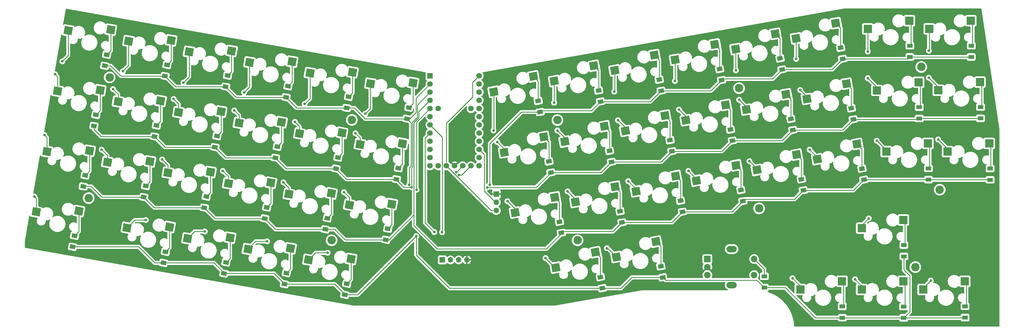
<source format=gbr>
%TF.GenerationSoftware,KiCad,Pcbnew,(6.0.9-0)*%
%TF.CreationDate,2023-02-13T21:26:21+01:00*%
%TF.ProjectId,pcb,7063622e-6b69-4636-9164-5f7063625858,rev?*%
%TF.SameCoordinates,Original*%
%TF.FileFunction,Copper,L2,Bot*%
%TF.FilePolarity,Positive*%
%FSLAX46Y46*%
G04 Gerber Fmt 4.6, Leading zero omitted, Abs format (unit mm)*
G04 Created by KiCad (PCBNEW (6.0.9-0)) date 2023-02-13 21:26:21*
%MOMM*%
%LPD*%
G01*
G04 APERTURE LIST*
G04 Aperture macros list*
%AMRotRect*
0 Rectangle, with rotation*
0 The origin of the aperture is its center*
0 $1 length*
0 $2 width*
0 $3 Rotation angle, in degrees counterclockwise*
0 Add horizontal line*
21,1,$1,$2,0,0,$3*%
G04 Aperture macros list end*
%TA.AperFunction,SMDPad,CuDef*%
%ADD10RotRect,2.550000X2.500000X10.000000*%
%TD*%
%TA.AperFunction,SMDPad,CuDef*%
%ADD11R,2.550000X2.500000*%
%TD*%
%TA.AperFunction,SMDPad,CuDef*%
%ADD12RotRect,2.550000X2.500000X350.000000*%
%TD*%
%TA.AperFunction,ComponentPad*%
%ADD13C,2.600000*%
%TD*%
%TA.AperFunction,ComponentPad*%
%ADD14R,1.752600X1.752600*%
%TD*%
%TA.AperFunction,ComponentPad*%
%ADD15C,1.752600*%
%TD*%
%TA.AperFunction,ComponentPad*%
%ADD16R,1.700000X1.700000*%
%TD*%
%TA.AperFunction,ComponentPad*%
%ADD17O,1.700000X1.700000*%
%TD*%
%TA.AperFunction,WasherPad*%
%ADD18O,3.200000X2.000000*%
%TD*%
%TA.AperFunction,ComponentPad*%
%ADD19R,2.000000X2.000000*%
%TD*%
%TA.AperFunction,ComponentPad*%
%ADD20C,2.000000*%
%TD*%
%TA.AperFunction,SMDPad,CuDef*%
%ADD21RotRect,1.300000X1.700000X100.000000*%
%TD*%
%TA.AperFunction,SMDPad,CuDef*%
%ADD22RotRect,1.300000X1.700000X80.000000*%
%TD*%
%TA.AperFunction,SMDPad,CuDef*%
%ADD23R,1.700000X1.300000*%
%TD*%
%TA.AperFunction,ViaPad*%
%ADD24C,0.800000*%
%TD*%
%TA.AperFunction,Conductor*%
%ADD25C,0.250000*%
%TD*%
G04 APERTURE END LIST*
D10*
%TO.P,MX40,1,COL*%
%TO.N,COL11*%
X303284531Y-68517926D03*
%TO.P,MX40,2,ROW*%
%TO.N,Net-(D40-Pad2)*%
X315574074Y-63771764D03*
%TD*%
D11*
%TO.P,MX42,1,COL*%
%TO.N,COL13*%
X343638200Y-66141600D03*
%TO.P,MX42,2,ROW*%
%TO.N,Net-(D42-Pad2)*%
X356565200Y-63601600D03*
%TD*%
%TO.P,MX53,1,COL*%
%TO.N,COL13*%
X336069000Y-108966000D03*
%TO.P,MX53,2,ROW*%
%TO.N,Net-(D53-Pad2)*%
X348996000Y-106426000D03*
%TD*%
D12*
%TO.P,MX16,1,COL*%
%TO.N,COL1*%
X86387063Y-50634451D03*
%TO.P,MX16,2,ROW*%
%TO.N,Net-(D16-Pad2)*%
X99558740Y-50377789D03*
%TD*%
D13*
%TO.P,H2,1*%
%TO.N,N/C*%
X77266800Y-80568800D03*
%TD*%
%TO.P,H7,1*%
%TO.N,N/C*%
X278993600Y-46431200D03*
%TD*%
D12*
%TO.P,MX32,1,COL*%
%TO.N,COL3*%
X120595783Y-76054771D03*
%TO.P,MX32,2,ROW*%
%TO.N,Net-(D32-Pad2)*%
X133767460Y-75798109D03*
%TD*%
D11*
%TO.P,MX13,1,COL*%
%TO.N,COL12*%
X318898600Y-28041600D03*
%TO.P,MX13,2,ROW*%
%TO.N,Net-(D13-Pad2)*%
X331825600Y-25501600D03*
%TD*%
D12*
%TO.P,MX15,1,COL*%
%TO.N,COL0*%
X67631703Y-47322291D03*
%TO.P,MX15,2,ROW*%
%TO.N,Net-(D15-Pad2)*%
X80803380Y-47065629D03*
%TD*%
%TO.P,MX17,1,COL*%
%TO.N,COL2*%
X105142423Y-53946611D03*
%TO.P,MX17,2,ROW*%
%TO.N,Net-(D17-Pad2)*%
X118314100Y-53689949D03*
%TD*%
D11*
%TO.P,MX52,1,COL*%
%TO.N,COL11*%
X317019000Y-108966000D03*
%TO.P,MX52,2,ROW*%
%TO.N,Net-(D52-Pad2)*%
X329946000Y-106426000D03*
%TD*%
D10*
%TO.P,MX21,1,COL*%
%TO.N,COL6*%
X206154931Y-66333526D03*
%TO.P,MX21,2,ROW*%
%TO.N,Net-(D21-Pad2)*%
X218444474Y-61587364D03*
%TD*%
D12*
%TO.P,MX1,1,COL*%
%TO.N,COL0*%
X70933703Y-28526291D03*
%TO.P,MX1,2,ROW*%
%TO.N,Net-(D1-Pad2)*%
X84105380Y-28269629D03*
%TD*%
%TO.P,MX47,1,COL*%
%TO.N,COL5*%
X145457302Y-99747890D03*
%TO.P,MX47,2,ROW*%
%TO.N,Net-(D47-Pad2)*%
X158628979Y-99491228D03*
%TD*%
D11*
%TO.P,MX28,1,COL*%
%TO.N,COL13*%
X340793400Y-47091600D03*
%TO.P,MX28,2,ROW*%
%TO.N,Net-(D28-Pad2)*%
X353720400Y-44551600D03*
%TD*%
D10*
%TO.P,MX8,1,COL*%
%TO.N,COL7*%
X221659091Y-44225366D03*
%TO.P,MX8,2,ROW*%
%TO.N,Net-(D8-Pad2)*%
X233948634Y-39479204D03*
%TD*%
D12*
%TO.P,MX20,1,COL*%
%TO.N,COL5*%
X161408503Y-63883091D03*
%TO.P,MX20,2,ROW*%
%TO.N,Net-(D20-Pad2)*%
X174580180Y-63626429D03*
%TD*%
D11*
%TO.P,MX51,1,COL*%
%TO.N,COL10*%
X297969000Y-108966000D03*
%TO.P,MX51,2,ROW*%
%TO.N,Net-(D51-Pad2)*%
X310896000Y-106426000D03*
%TD*%
D14*
%TO.P,U1,1,GND*%
%TO.N,unconnected-(U1-Pad1)*%
X183134000Y-42621200D03*
D15*
%TO.P,U1,2,0*%
%TO.N,ROW0*%
X183134000Y-45161200D03*
%TO.P,U1,3,1*%
%TO.N,ROW1*%
X183134000Y-47701200D03*
%TO.P,U1,4,2*%
%TO.N,ROW2*%
X183134000Y-50241200D03*
%TO.P,U1,5,3*%
%TO.N,ROW3*%
X183134000Y-52781200D03*
%TO.P,U1,6,4_PWM*%
%TO.N,COL0*%
X183134000Y-55321200D03*
%TO.P,U1,7,5_INT0_PWM*%
%TO.N,SCL*%
X183134000Y-57861200D03*
%TO.P,U1,8,6_INT1*%
%TO.N,SDA*%
X183134000Y-60401200D03*
%TO.P,U1,9,7_INT2_RX*%
%TO.N,ROTA*%
X183134000Y-62941200D03*
%TO.P,U1,10,8_INT3_TX*%
%TO.N,ROTB*%
X183134000Y-65481200D03*
%TO.P,U1,11,9_PWM*%
%TO.N,COL1*%
X183134000Y-68021200D03*
%TO.P,U1,12,10_PWM*%
%TO.N,COL2*%
X183134000Y-70561200D03*
%TO.P,U1,13,23*%
%TO.N,COL3*%
X185674000Y-70561200D03*
%TO.P,U1,14,+5V*%
%TO.N,VCC*%
X188214000Y-70561200D03*
%TO.P,U1,15,GND*%
%TO.N,GND*%
X190754000Y-70561200D03*
%TO.P,U1,16,RST*%
%TO.N,COL4*%
X193294000Y-70561200D03*
%TO.P,U1,17,22_A11*%
%TO.N,COL5*%
X195834000Y-70561200D03*
%TO.P,U1,18,11_A10_LED*%
%TO.N,unconnected-(U1-Pad18)*%
X198374000Y-70561200D03*
%TO.P,U1,19,12_A9_PWM*%
%TO.N,unconnected-(U1-Pad19)*%
X198374000Y-68021200D03*
%TO.P,U1,20,13_A8*%
%TO.N,DIN*%
X198374000Y-65481200D03*
%TO.P,U1,21,14_A7_PWM*%
%TO.N,COL6*%
X198374000Y-62941200D03*
%TO.P,U1,22,15_A6_PWM*%
%TO.N,COL7*%
X198374000Y-60401200D03*
%TO.P,U1,23,16_A5*%
%TO.N,COL8*%
X198374000Y-57861200D03*
%TO.P,U1,24,17_A4*%
%TO.N,COL9*%
X198374000Y-55321200D03*
%TO.P,U1,25,18_A3*%
%TO.N,COL10*%
X198374000Y-52781200D03*
%TO.P,U1,26,19_A2*%
%TO.N,COL11*%
X198374000Y-50241200D03*
%TO.P,U1,27,20_A1*%
%TO.N,COL12*%
X198374000Y-47701200D03*
%TO.P,U1,28,21_A0*%
%TO.N,COL13*%
X198374000Y-45161200D03*
%TO.P,U1,29,+5V*%
%TO.N,VCC*%
X198374000Y-42621200D03*
%TO.P,U1,30,24*%
%TO.N,unconnected-(U1-Pad30)*%
X195834000Y-52781200D03*
%TO.P,U1,31,AREF*%
%TO.N,unconnected-(U1-Pad31)*%
X185674000Y-52781200D03*
%TD*%
D12*
%TO.P,MX5,1,COL*%
%TO.N,COL4*%
X145914503Y-41734291D03*
%TO.P,MX5,2,ROW*%
%TO.N,Net-(D5-Pad2)*%
X159086180Y-41477629D03*
%TD*%
D10*
%TO.P,MX39,1,COL*%
%TO.N,COL10*%
X284529171Y-71830086D03*
%TO.P,MX39,2,ROW*%
%TO.N,Net-(D39-Pad2)*%
X296818714Y-67083924D03*
%TD*%
D11*
%TO.P,MX41,1,COL*%
%TO.N,COL12*%
X324639000Y-66141600D03*
%TO.P,MX41,2,ROW*%
%TO.N,Net-(D41-Pad2)*%
X337566000Y-63601600D03*
%TD*%
D12*
%TO.P,MX29,1,COL*%
%TO.N,COL0*%
X64329703Y-66118291D03*
%TO.P,MX29,2,ROW*%
%TO.N,Net-(D29-Pad2)*%
X77501380Y-65861629D03*
%TD*%
D11*
%TO.P,MX14,1,COL*%
%TO.N,COL13*%
X337948600Y-28041600D03*
%TO.P,MX14,2,ROW*%
%TO.N,Net-(D14-Pad2)*%
X350875600Y-25501600D03*
%TD*%
D10*
%TO.P,MX7,1,COL*%
%TO.N,COL6*%
X202903731Y-47537526D03*
%TO.P,MX7,2,ROW*%
%TO.N,Net-(D7-Pad2)*%
X215193274Y-42791364D03*
%TD*%
D13*
%TO.P,H3,1*%
%TO.N,N/C*%
X158902400Y-56286400D03*
%TD*%
D10*
%TO.P,MX9,1,COL*%
%TO.N,COL8*%
X240414451Y-40913206D03*
%TO.P,MX9,2,ROW*%
%TO.N,Net-(D9-Pad2)*%
X252703994Y-36167044D03*
%TD*%
D13*
%TO.P,H6,1*%
%TO.N,N/C*%
X228904800Y-93675200D03*
%TD*%
D16*
%TO.P,LED0,1,Pin_1*%
%TO.N,GND*%
X203708000Y-79364600D03*
D17*
%TO.P,LED0,2,Pin_2*%
%TO.N,DIN*%
X203708000Y-81904600D03*
%TO.P,LED0,3,Pin_3*%
%TO.N,VCC*%
X203708000Y-84444600D03*
%TD*%
D13*
%TO.P,H9,1*%
%TO.N,N/C*%
X335483200Y-39827200D03*
%TD*%
D10*
%TO.P,MX11,1,COL*%
%TO.N,COL10*%
X277925171Y-34288886D03*
%TO.P,MX11,2,ROW*%
%TO.N,Net-(D11-Pad2)*%
X290214714Y-29542724D03*
%TD*%
%TO.P,MX35,1,COL*%
%TO.N,COL6*%
X209507731Y-85078726D03*
%TO.P,MX35,2,ROW*%
%TO.N,Net-(D35-Pad2)*%
X221797274Y-80332564D03*
%TD*%
%TO.P,MX22,1,COL*%
%TO.N,COL7*%
X224930611Y-63021366D03*
%TO.P,MX22,2,ROW*%
%TO.N,Net-(D22-Pad2)*%
X237220154Y-58275204D03*
%TD*%
D13*
%TO.P,H8,1*%
%TO.N,N/C*%
X285191200Y-83769200D03*
%TD*%
D12*
%TO.P,MX31,1,COL*%
%TO.N,COL2*%
X101840423Y-72742611D03*
%TO.P,MX31,2,ROW*%
%TO.N,Net-(D31-Pad2)*%
X115012100Y-72485949D03*
%TD*%
D10*
%TO.P,MX26,1,COL*%
%TO.N,COL11*%
X300033331Y-49772726D03*
%TO.P,MX26,2,ROW*%
%TO.N,Net-(D26-Pad2)*%
X312322874Y-45026564D03*
%TD*%
%TO.P,MX12,1,COL*%
%TO.N,COL11*%
X296680531Y-30976726D03*
%TO.P,MX12,2,ROW*%
%TO.N,Net-(D12-Pad2)*%
X308970074Y-26230564D03*
%TD*%
%TO.P,MX48,1,COL*%
%TO.N,COL6*%
X222156931Y-102147526D03*
%TO.P,MX48,2,ROW*%
%TO.N,Net-(D48-Pad2)*%
X234446474Y-97401364D03*
%TD*%
D13*
%TO.P,H4,1*%
%TO.N,N/C*%
X152603200Y-93675200D03*
%TD*%
D10*
%TO.P,MX10,1,COL*%
%TO.N,COL9*%
X259169811Y-37601046D03*
%TO.P,MX10,2,ROW*%
%TO.N,Net-(D10-Pad2)*%
X271459354Y-32854884D03*
%TD*%
%TO.P,MX23,1,COL*%
%TO.N,COL8*%
X243706291Y-59709206D03*
%TO.P,MX23,2,ROW*%
%TO.N,Net-(D23-Pad2)*%
X255995834Y-54963044D03*
%TD*%
%TO.P,MX25,1,COL*%
%TO.N,COL10*%
X281257651Y-53084886D03*
%TO.P,MX25,2,ROW*%
%TO.N,Net-(D25-Pad2)*%
X293547194Y-48338724D03*
%TD*%
D12*
%TO.P,MX44,1,COL*%
%TO.N,COL2*%
X89170903Y-89791091D03*
%TO.P,MX44,2,ROW*%
%TO.N,Net-(D44-Pad2)*%
X102342580Y-89534429D03*
%TD*%
D13*
%TO.P,H11,1*%
%TO.N,N/C*%
X333654400Y-102006400D03*
%TD*%
D11*
%TO.P,MX50,1,COL*%
%TO.N,COL12*%
X317019000Y-89916000D03*
%TO.P,MX50,2,ROW*%
%TO.N,Net-(D50-Pad2)*%
X329946000Y-87376000D03*
%TD*%
D12*
%TO.P,MX34,1,COL*%
%TO.N,COL5*%
X158106503Y-82679091D03*
%TO.P,MX34,2,ROW*%
%TO.N,Net-(D34-Pad2)*%
X171278180Y-82422429D03*
%TD*%
%TO.P,MX46,1,COL*%
%TO.N,COL4*%
X126695169Y-96428957D03*
%TO.P,MX46,2,ROW*%
%TO.N,Net-(D46-Pad2)*%
X139866846Y-96172295D03*
%TD*%
%TO.P,MX2,1,COL*%
%TO.N,COL1*%
X89678903Y-31828291D03*
%TO.P,MX2,2,ROW*%
%TO.N,Net-(D2-Pad2)*%
X102850580Y-31571629D03*
%TD*%
D16*
%TO.P,OLED0,1,Pin_1*%
%TO.N,SDA*%
X186954000Y-99771200D03*
D17*
%TO.P,OLED0,2,Pin_2*%
%TO.N,SCL*%
X189494000Y-99771200D03*
%TO.P,OLED0,3,Pin_3*%
%TO.N,VCC*%
X192034000Y-99771200D03*
%TO.P,OLED0,4,Pin_4*%
%TO.N,GND*%
X194574000Y-99771200D03*
%TD*%
D13*
%TO.P,H10,1*%
%TO.N,N/C*%
X341223600Y-77978000D03*
%TD*%
D12*
%TO.P,MX6,1,COL*%
%TO.N,COL5*%
X164659703Y-45036291D03*
%TO.P,MX6,2,ROW*%
%TO.N,Net-(D6-Pad2)*%
X177831380Y-44779629D03*
%TD*%
D10*
%TO.P,MX37,1,COL*%
%TO.N,COL8*%
X247018451Y-78454406D03*
%TO.P,MX37,2,ROW*%
%TO.N,Net-(D37-Pad2)*%
X259307994Y-73708244D03*
%TD*%
%TO.P,MX36,1,COL*%
%TO.N,COL7*%
X228263091Y-81766566D03*
%TO.P,MX36,2,ROW*%
%TO.N,Net-(D36-Pad2)*%
X240552634Y-77020404D03*
%TD*%
D12*
%TO.P,MX19,1,COL*%
%TO.N,COL4*%
X142653143Y-60570931D03*
%TO.P,MX19,2,ROW*%
%TO.N,Net-(D19-Pad2)*%
X155824820Y-60314269D03*
%TD*%
%TO.P,MX4,1,COL*%
%TO.N,COL3*%
X127169303Y-38432291D03*
%TO.P,MX4,2,ROW*%
%TO.N,Net-(D4-Pad2)*%
X140340980Y-38175629D03*
%TD*%
D10*
%TO.P,MX38,1,COL*%
%TO.N,COL9*%
X265773811Y-75142246D03*
%TO.P,MX38,2,ROW*%
%TO.N,Net-(D38-Pad2)*%
X278063354Y-70396084D03*
%TD*%
%TO.P,MX24,1,COL*%
%TO.N,COL9*%
X262481971Y-56397046D03*
%TO.P,MX24,2,ROW*%
%TO.N,Net-(D24-Pad2)*%
X274771514Y-51650884D03*
%TD*%
D12*
%TO.P,MX3,1,COL*%
%TO.N,COL2*%
X108424103Y-35130291D03*
%TO.P,MX3,2,ROW*%
%TO.N,Net-(D3-Pad2)*%
X121595780Y-34873629D03*
%TD*%
%TO.P,MX43,1,COL*%
%TO.N,COL0*%
X61027703Y-84863491D03*
%TO.P,MX43,2,ROW*%
%TO.N,Net-(D43-Pad2)*%
X74199380Y-84606829D03*
%TD*%
D18*
%TO.P,SW1,*%
%TO.N,*%
X276656800Y-96406400D03*
X276656800Y-107606400D03*
D19*
%TO.P,SW1,A,A*%
%TO.N,ROTA*%
X269156800Y-99506400D03*
D20*
%TO.P,SW1,B,B*%
%TO.N,ROTB*%
X269156800Y-104506400D03*
%TO.P,SW1,C,C*%
%TO.N,GND*%
X269156800Y-102006400D03*
%TO.P,SW1,S1,S1*%
%TO.N,COL9*%
X283656800Y-104506400D03*
%TO.P,SW1,S2,S2*%
%TO.N,Net-(D54-Pad2)*%
X283656800Y-99506400D03*
%TD*%
D12*
%TO.P,MX45,1,COL*%
%TO.N,COL3*%
X107933036Y-93110024D03*
%TO.P,MX45,2,ROW*%
%TO.N,Net-(D45-Pad2)*%
X121104713Y-92853362D03*
%TD*%
D13*
%TO.P,H1,1*%
%TO.N,N/C*%
X83769200Y-43078400D03*
%TD*%
D11*
%TO.P,MX27,1,COL*%
%TO.N,COL12*%
X321743400Y-47117000D03*
%TO.P,MX27,2,ROW*%
%TO.N,Net-(D27-Pad2)*%
X334670400Y-44577000D03*
%TD*%
D12*
%TO.P,MX30,1,COL*%
%TO.N,COL1*%
X83085063Y-69430451D03*
%TO.P,MX30,2,ROW*%
%TO.N,Net-(D30-Pad2)*%
X96256740Y-69173789D03*
%TD*%
%TO.P,MX33,1,COL*%
%TO.N,COL4*%
X139351143Y-79366931D03*
%TO.P,MX33,2,ROW*%
%TO.N,Net-(D33-Pad2)*%
X152522820Y-79110269D03*
%TD*%
D13*
%TO.P,H5,1*%
%TO.N,N/C*%
X222656400Y-56337200D03*
%TD*%
D10*
%TO.P,MX49,1,COL*%
%TO.N,COL7*%
X240952931Y-98845526D03*
%TO.P,MX49,2,ROW*%
%TO.N,Net-(D49-Pad2)*%
X253242474Y-94099364D03*
%TD*%
D12*
%TO.P,MX18,1,COL*%
%TO.N,COL3*%
X123897783Y-57258771D03*
%TO.P,MX18,2,ROW*%
%TO.N,Net-(D18-Pad2)*%
X137069460Y-57002109D03*
%TD*%
D21*
%TO.P,D7,1,K*%
%TO.N,ROW0*%
X217270684Y-53844214D03*
%TO.P,D7,2,A*%
%TO.N,Net-(D7-Pad2)*%
X216662916Y-50397386D03*
%TD*%
D22*
%TO.P,D15,1,K*%
%TO.N,ROW1*%
X78893316Y-58162214D03*
%TO.P,D15,2,A*%
%TO.N,Net-(D15-Pad2)*%
X79501084Y-54715386D03*
%TD*%
%TO.P,D3,1,K*%
%TO.N,ROW0*%
X119736516Y-45970214D03*
%TO.P,D3,2,A*%
%TO.N,Net-(D3-Pad2)*%
X120344284Y-42523386D03*
%TD*%
D23*
%TO.P,D42,1,K*%
%TO.N,ROW2*%
X356819200Y-74902000D03*
%TO.P,D42,2,A*%
%TO.N,Net-(D42-Pad2)*%
X356819200Y-71402000D03*
%TD*%
D22*
%TO.P,D16,1,K*%
%TO.N,ROW1*%
X97689316Y-61464214D03*
%TO.P,D16,2,A*%
%TO.N,Net-(D16-Pad2)*%
X98297084Y-58017386D03*
%TD*%
D21*
%TO.P,D23,1,K*%
%TO.N,ROW1*%
X258164684Y-66036214D03*
%TO.P,D23,2,A*%
%TO.N,Net-(D23-Pad2)*%
X257556916Y-62589386D03*
%TD*%
D22*
%TO.P,D45,1,K*%
%TO.N,ROW3*%
X119228516Y-103983814D03*
%TO.P,D45,2,A*%
%TO.N,Net-(D45-Pad2)*%
X119836284Y-100536986D03*
%TD*%
D21*
%TO.P,D38,1,K*%
%TO.N,ROW2*%
X280161084Y-81530214D03*
%TO.P,D38,2,A*%
%TO.N,Net-(D38-Pad2)*%
X279553316Y-78083386D03*
%TD*%
%TO.P,D39,1,K*%
%TO.N,ROW2*%
X298906284Y-78177414D03*
%TO.P,D39,2,A*%
%TO.N,Net-(D39-Pad2)*%
X298298516Y-74730586D03*
%TD*%
%TO.P,D24,1,K*%
%TO.N,ROW1*%
X276909884Y-62734214D03*
%TO.P,D24,2,A*%
%TO.N,Net-(D24-Pad2)*%
X276302116Y-59287386D03*
%TD*%
%TO.P,D35,1,K*%
%TO.N,ROW2*%
X223874684Y-91385414D03*
%TO.P,D35,2,A*%
%TO.N,Net-(D35-Pad2)*%
X223266916Y-87938586D03*
%TD*%
%TO.P,D26,1,K*%
%TO.N,ROW1*%
X314400284Y-56130214D03*
%TO.P,D26,2,A*%
%TO.N,Net-(D26-Pad2)*%
X313792516Y-52683386D03*
%TD*%
D23*
%TO.P,D14,1,K*%
%TO.N,ROW0*%
X350977200Y-36751200D03*
%TO.P,D14,2,A*%
%TO.N,Net-(D14-Pad2)*%
X350977200Y-33251200D03*
%TD*%
%TO.P,D13,1,K*%
%TO.N,ROW0*%
X331927200Y-36751200D03*
%TO.P,D13,2,A*%
%TO.N,Net-(D13-Pad2)*%
X331927200Y-33251200D03*
%TD*%
%TO.P,D27,1,K*%
%TO.N,ROW1*%
X334873600Y-55852000D03*
%TO.P,D27,2,A*%
%TO.N,Net-(D27-Pad2)*%
X334873600Y-52352000D03*
%TD*%
D22*
%TO.P,D1,1,K*%
%TO.N,ROW0*%
X82246116Y-39467814D03*
%TO.P,D1,2,A*%
%TO.N,Net-(D1-Pad2)*%
X82853884Y-36020986D03*
%TD*%
D23*
%TO.P,D50,1,K*%
%TO.N,ROW3*%
X330098400Y-98676400D03*
%TO.P,D50,2,A*%
%TO.N,Net-(D50-Pad2)*%
X330098400Y-95176400D03*
%TD*%
D21*
%TO.P,D25,1,K*%
%TO.N,ROW1*%
X295655084Y-59432214D03*
%TO.P,D25,2,A*%
%TO.N,Net-(D25-Pad2)*%
X295047316Y-55985386D03*
%TD*%
D22*
%TO.P,D29,1,K*%
%TO.N,ROW2*%
X75591316Y-76958214D03*
%TO.P,D29,2,A*%
%TO.N,Net-(D29-Pad2)*%
X76199084Y-73511386D03*
%TD*%
%TO.P,D4,1,K*%
%TO.N,ROW0*%
X138481716Y-49272214D03*
%TO.P,D4,2,A*%
%TO.N,Net-(D4-Pad2)*%
X139089484Y-45825386D03*
%TD*%
D23*
%TO.P,D52,1,K*%
%TO.N,ROW3*%
X330047600Y-117777200D03*
%TO.P,D52,2,A*%
%TO.N,Net-(D52-Pad2)*%
X330047600Y-114277200D03*
%TD*%
D22*
%TO.P,D47,1,K*%
%TO.N,ROW3*%
X156718916Y-110587814D03*
%TO.P,D47,2,A*%
%TO.N,Net-(D47-Pad2)*%
X157326684Y-107140986D03*
%TD*%
D21*
%TO.P,D8,1,K*%
%TO.N,ROW0*%
X236015884Y-50593014D03*
%TO.P,D8,2,A*%
%TO.N,Net-(D8-Pad2)*%
X235408116Y-47146186D03*
%TD*%
%TO.P,D10,1,K*%
%TO.N,ROW0*%
X273557084Y-43938214D03*
%TO.P,D10,2,A*%
%TO.N,Net-(D10-Pad2)*%
X272949316Y-40491386D03*
%TD*%
D22*
%TO.P,D31,1,K*%
%TO.N,ROW2*%
X113132516Y-83562214D03*
%TO.P,D31,2,A*%
%TO.N,Net-(D31-Pad2)*%
X113740284Y-80115386D03*
%TD*%
%TO.P,D18,1,K*%
%TO.N,ROW1*%
X135179716Y-68068214D03*
%TO.P,D18,2,A*%
%TO.N,Net-(D18-Pad2)*%
X135787484Y-64621386D03*
%TD*%
D23*
%TO.P,D54,1,K*%
%TO.N,ROW3*%
X286816800Y-108379200D03*
%TO.P,D54,2,A*%
%TO.N,Net-(D54-Pad2)*%
X286816800Y-104879200D03*
%TD*%
D21*
%TO.P,D37,1,K*%
%TO.N,ROW2*%
X261415884Y-84832214D03*
%TO.P,D37,2,A*%
%TO.N,Net-(D37-Pad2)*%
X260808116Y-81385386D03*
%TD*%
D22*
%TO.P,D20,1,K*%
%TO.N,ROW1*%
X172720916Y-74723014D03*
%TO.P,D20,2,A*%
%TO.N,Net-(D20-Pad2)*%
X173328684Y-71276186D03*
%TD*%
%TO.P,D5,1,K*%
%TO.N,ROW0*%
X157277716Y-52574214D03*
%TO.P,D5,2,A*%
%TO.N,Net-(D5-Pad2)*%
X157885484Y-49127386D03*
%TD*%
D21*
%TO.P,D36,1,K*%
%TO.N,ROW2*%
X242670684Y-88134214D03*
%TO.P,D36,2,A*%
%TO.N,Net-(D36-Pad2)*%
X242062916Y-84687386D03*
%TD*%
D22*
%TO.P,D32,1,K*%
%TO.N,ROW2*%
X131877716Y-86915014D03*
%TO.P,D32,2,A*%
%TO.N,Net-(D32-Pad2)*%
X132485484Y-83468186D03*
%TD*%
D21*
%TO.P,D40,1,K*%
%TO.N,ROW2*%
X317702284Y-74875414D03*
%TO.P,D40,2,A*%
%TO.N,Net-(D40-Pad2)*%
X317094516Y-71428586D03*
%TD*%
%TO.P,D9,1,K*%
%TO.N,ROW0*%
X254811884Y-47240214D03*
%TO.P,D9,2,A*%
%TO.N,Net-(D9-Pad2)*%
X254204116Y-43793386D03*
%TD*%
D22*
%TO.P,D19,1,K*%
%TO.N,ROW1*%
X153975716Y-71421014D03*
%TO.P,D19,2,A*%
%TO.N,Net-(D19-Pad2)*%
X154583484Y-67974186D03*
%TD*%
D23*
%TO.P,D41,1,K*%
%TO.N,ROW2*%
X337718400Y-74851200D03*
%TO.P,D41,2,A*%
%TO.N,Net-(D41-Pad2)*%
X337718400Y-71351200D03*
%TD*%
D22*
%TO.P,D34,1,K*%
%TO.N,ROW2*%
X169418916Y-93519014D03*
%TO.P,D34,2,A*%
%TO.N,Net-(D34-Pad2)*%
X170026684Y-90072186D03*
%TD*%
D21*
%TO.P,D21,1,K*%
%TO.N,ROW1*%
X220623484Y-72640214D03*
%TO.P,D21,2,A*%
%TO.N,Net-(D21-Pad2)*%
X220015716Y-69193386D03*
%TD*%
D22*
%TO.P,D2,1,K*%
%TO.N,ROW0*%
X100940516Y-42668214D03*
%TO.P,D2,2,A*%
%TO.N,Net-(D2-Pad2)*%
X101548284Y-39221386D03*
%TD*%
D21*
%TO.P,D49,1,K*%
%TO.N,ROW3*%
X255319884Y-105203014D03*
%TO.P,D49,2,A*%
%TO.N,Net-(D49-Pad2)*%
X254712116Y-101756186D03*
%TD*%
%TO.P,D48,1,K*%
%TO.N,ROW3*%
X236574684Y-108555814D03*
%TO.P,D48,2,A*%
%TO.N,Net-(D48-Pad2)*%
X235966916Y-105108986D03*
%TD*%
%TO.P,D22,1,K*%
%TO.N,ROW1*%
X239419484Y-69338214D03*
%TO.P,D22,2,A*%
%TO.N,Net-(D22-Pad2)*%
X238811716Y-65891386D03*
%TD*%
D22*
%TO.P,D43,1,K*%
%TO.N,ROW3*%
X72289316Y-95703414D03*
%TO.P,D43,2,A*%
%TO.N,Net-(D43-Pad2)*%
X72897084Y-92256586D03*
%TD*%
%TO.P,D17,1,K*%
%TO.N,ROW1*%
X116434516Y-64766214D03*
%TO.P,D17,2,A*%
%TO.N,Net-(D17-Pad2)*%
X117042284Y-61319386D03*
%TD*%
%TO.P,D33,1,K*%
%TO.N,ROW2*%
X150673716Y-90267814D03*
%TO.P,D33,2,A*%
%TO.N,Net-(D33-Pad2)*%
X151281484Y-86820986D03*
%TD*%
D21*
%TO.P,D12,1,K*%
%TO.N,ROW0*%
X311098284Y-37334214D03*
%TO.P,D12,2,A*%
%TO.N,Net-(D12-Pad2)*%
X310490516Y-33887386D03*
%TD*%
D23*
%TO.P,D28,1,K*%
%TO.N,ROW1*%
X353872800Y-55801200D03*
%TO.P,D28,2,A*%
%TO.N,Net-(D28-Pad2)*%
X353872800Y-52301200D03*
%TD*%
D22*
%TO.P,D6,1,K*%
%TO.N,ROW0*%
X175972116Y-55927014D03*
%TO.P,D6,2,A*%
%TO.N,Net-(D6-Pad2)*%
X176579884Y-52480186D03*
%TD*%
D23*
%TO.P,D51,1,K*%
%TO.N,ROW3*%
X310997600Y-117726400D03*
%TO.P,D51,2,A*%
%TO.N,Net-(D51-Pad2)*%
X310997600Y-114226400D03*
%TD*%
%TO.P,D53,1,K*%
%TO.N,ROW3*%
X349097600Y-117675600D03*
%TO.P,D53,2,A*%
%TO.N,Net-(D53-Pad2)*%
X349097600Y-114175600D03*
%TD*%
D22*
%TO.P,D30,1,K*%
%TO.N,ROW2*%
X94336516Y-80260214D03*
%TO.P,D30,2,A*%
%TO.N,Net-(D30-Pad2)*%
X94944284Y-76813386D03*
%TD*%
%TO.P,D44,1,K*%
%TO.N,ROW3*%
X100483316Y-100681814D03*
%TO.P,D44,2,A*%
%TO.N,Net-(D44-Pad2)*%
X101091084Y-97234986D03*
%TD*%
%TO.P,D46,1,K*%
%TO.N,ROW3*%
X137973716Y-107285814D03*
%TO.P,D46,2,A*%
%TO.N,Net-(D46-Pad2)*%
X138581484Y-103838986D03*
%TD*%
D21*
%TO.P,D11,1,K*%
%TO.N,ROW0*%
X292302284Y-40636214D03*
%TO.P,D11,2,A*%
%TO.N,Net-(D11-Pad2)*%
X291694516Y-37189386D03*
%TD*%
D24*
%TO.N,ROW0*%
X176694500Y-76425527D03*
X201671786Y-76443326D03*
%TO.N,ROW1*%
X177431100Y-77216000D03*
X200855152Y-77284152D03*
%TO.N,ROW3*%
X178943000Y-77978000D03*
X178866800Y-92405200D03*
%TO.N,COL0*%
X63525400Y-60985400D03*
X60401200Y-80060800D03*
X66852800Y-42113200D03*
X69088000Y-38100000D03*
%TO.N,COL1*%
X84836000Y-46736000D03*
X81280000Y-65532000D03*
X87884000Y-41148000D03*
%TO.N,COL2*%
X100076000Y-68580000D03*
X103632000Y-49784000D03*
X94996000Y-87376000D03*
X106680000Y-44704000D03*
%TO.N,COL3*%
X113284000Y-90932000D03*
X118872000Y-72136000D03*
X122428000Y-53340000D03*
X125476000Y-47752000D03*
%TO.N,COL4*%
X191269200Y-72535200D03*
X144272000Y-51308000D03*
X141224000Y-56896000D03*
X132588000Y-93980000D03*
X137668000Y-75692000D03*
%TO.N,COL5*%
X163068000Y-54356000D03*
X151384000Y-97536000D03*
X192100200Y-73422802D03*
X160020000Y-60452000D03*
X156464000Y-78740000D03*
%TO.N,COL6*%
X203962000Y-63119000D03*
X202819000Y-59563000D03*
X218948000Y-99187000D03*
X207137000Y-81534000D03*
%TO.N,COL7*%
X237998000Y-96139000D03*
X221615000Y-50927000D03*
X225806000Y-78486000D03*
X222631000Y-59563000D03*
%TO.N,COL8*%
X241427000Y-56388000D03*
X244602000Y-75311000D03*
X240284000Y-47498000D03*
%TO.N,COL9*%
X260350000Y-53086000D03*
X259080000Y-44196000D03*
X263271000Y-72136000D03*
%TO.N,COL10*%
X295554400Y-105460800D03*
X282194000Y-69088000D03*
X278003000Y-40894000D03*
X279019000Y-50038000D03*
%TO.N,COL11*%
X297942000Y-46990000D03*
X300863000Y-65532000D03*
X314960000Y-105791000D03*
X296672000Y-37338000D03*
%TO.N,COL12*%
X318897000Y-35052000D03*
X319176400Y-86868000D03*
X321691000Y-62738000D03*
X318897000Y-43307000D03*
%TO.N,COL13*%
X337820000Y-34798000D03*
X340741000Y-62357000D03*
X338455000Y-106172000D03*
X337820000Y-43180000D03*
%TO.N,SDA*%
X184454800Y-91135200D03*
%TO.N,SCL*%
X186875300Y-91153100D03*
%TD*%
D25*
%TO.N,ROW0*%
X311098284Y-37334214D02*
X331344186Y-37334214D01*
X251459084Y-50593014D02*
X254811884Y-47240214D01*
X159660614Y-52574214D02*
X163013414Y-55927014D01*
X331344186Y-37334214D02*
X331927200Y-36751200D01*
X289402898Y-43535600D02*
X292302284Y-40636214D01*
X273557084Y-43938214D02*
X273959698Y-43535600D01*
X119736516Y-45970214D02*
X123038516Y-49272214D01*
X176838586Y-55927014D02*
X178765200Y-54000400D01*
X141783716Y-52574214D02*
X157277716Y-52574214D01*
X176694500Y-71208104D02*
X176694500Y-76425527D01*
X270255084Y-47240214D02*
X273557084Y-43938214D01*
X175972116Y-55927014D02*
X176838586Y-55927014D01*
X84070214Y-39467814D02*
X87270614Y-42668214D01*
X201671786Y-76443326D02*
X201676000Y-76439112D01*
X138481716Y-49272214D02*
X141783716Y-52574214D01*
X236015884Y-50593014D02*
X251459084Y-50593014D01*
X217270684Y-53844214D02*
X217673298Y-53441600D01*
X217673298Y-53441600D02*
X233167298Y-53441600D01*
X100940516Y-42668214D02*
X104242516Y-45970214D01*
X331927200Y-36751200D02*
X350977200Y-36751200D01*
X178765200Y-49530000D02*
X183134000Y-45161200D01*
X177255600Y-57240600D02*
X177255600Y-70647004D01*
X157277716Y-52574214D02*
X159660614Y-52574214D01*
X82246116Y-39467814D02*
X84070214Y-39467814D01*
X211469539Y-53844214D02*
X217270684Y-53844214D01*
X307796284Y-40636214D02*
X311098284Y-37334214D01*
X254811884Y-47240214D02*
X270255084Y-47240214D01*
X233167298Y-53441600D02*
X236015884Y-50593014D01*
X123038516Y-49272214D02*
X138481716Y-49272214D01*
X273959698Y-43535600D02*
X289402898Y-43535600D01*
X87270614Y-42668214D02*
X100940516Y-42668214D01*
X175972116Y-55957116D02*
X177255600Y-57240600D01*
X104242516Y-45970214D02*
X119736516Y-45970214D01*
X177255600Y-70647004D02*
X176694500Y-71208104D01*
X292302284Y-40636214D02*
X307796284Y-40636214D01*
X201676000Y-63637753D02*
X211469539Y-53844214D01*
X163013414Y-55927014D02*
X175972116Y-55927014D01*
X175972116Y-55927014D02*
X175972116Y-55957116D01*
X201676000Y-76439112D02*
X201676000Y-63637753D01*
X178765200Y-54000400D02*
X178765200Y-49530000D01*
%TO.N,Net-(D1-Pad2)*%
X84105380Y-34769490D02*
X82853884Y-36020986D01*
X84105380Y-28269629D02*
X84105380Y-34769490D01*
%TO.N,Net-(D2-Pad2)*%
X102850580Y-37919090D02*
X101548284Y-39221386D01*
X102850580Y-31571629D02*
X102850580Y-37919090D01*
%TO.N,Net-(D3-Pad2)*%
X121595780Y-34873629D02*
X121595780Y-41271890D01*
X121595780Y-41271890D02*
X120344284Y-42523386D01*
%TO.N,Net-(D4-Pad2)*%
X140340980Y-44573890D02*
X139089484Y-45825386D01*
X140340980Y-38175629D02*
X140340980Y-44573890D01*
%TO.N,Net-(D5-Pad2)*%
X159086180Y-41477629D02*
X159086180Y-47926690D01*
X159086180Y-47926690D02*
X157885484Y-49127386D01*
%TO.N,Net-(D6-Pad2)*%
X177831380Y-44779629D02*
X177831380Y-51228690D01*
X177831380Y-51228690D02*
X176579884Y-52480186D01*
%TO.N,Net-(D7-Pad2)*%
X215193274Y-42791364D02*
X216662916Y-44261006D01*
X216662916Y-44261006D02*
X216662916Y-50397386D01*
%TO.N,Net-(D8-Pad2)*%
X235408116Y-40938686D02*
X235408116Y-47146186D01*
X233948634Y-39479204D02*
X235408116Y-40938686D01*
%TO.N,Net-(D9-Pad2)*%
X252703994Y-36167044D02*
X254204116Y-37667166D01*
X254204116Y-37667166D02*
X254204116Y-43793386D01*
%TO.N,Net-(D10-Pad2)*%
X272949316Y-34344846D02*
X272949316Y-40491386D01*
X271459354Y-32854884D02*
X272949316Y-34344846D01*
%TO.N,Net-(D11-Pad2)*%
X290214714Y-29542724D02*
X291694516Y-31022526D01*
X291694516Y-31022526D02*
X291694516Y-37189386D01*
%TO.N,Net-(D12-Pad2)*%
X310490516Y-27751006D02*
X310490516Y-33887386D01*
X308970074Y-26230564D02*
X310490516Y-27751006D01*
%TO.N,Net-(D13-Pad2)*%
X332313601Y-25989601D02*
X332313601Y-32864799D01*
X331825600Y-25501600D02*
X332313601Y-25989601D01*
X332313601Y-32864799D02*
X331927200Y-33251200D01*
%TO.N,Net-(D14-Pad2)*%
X350875600Y-25501600D02*
X351363601Y-25989601D01*
X351363601Y-32864799D02*
X350977200Y-33251200D01*
X351363601Y-25989601D02*
X351363601Y-32864799D01*
%TO.N,ROW1*%
X292353084Y-62734214D02*
X295655084Y-59432214D01*
X135179716Y-68123716D02*
X138477014Y-71421014D01*
X172720916Y-74930916D02*
X172720916Y-74723014D01*
X177705600Y-70833400D02*
X177705600Y-56936808D01*
X177419000Y-77203900D02*
X177419000Y-71120000D01*
X116480614Y-64766214D02*
X119782614Y-68068214D01*
X81174614Y-61464214D02*
X97689316Y-61464214D01*
X311098284Y-59432214D02*
X314400284Y-56130214D01*
X177705600Y-56936808D02*
X179215200Y-55427208D01*
X295655084Y-59432214D02*
X311098284Y-59432214D01*
X157222214Y-74723014D02*
X172720916Y-74723014D01*
X100991316Y-64766214D02*
X116434516Y-64766214D01*
X353872800Y-55801200D02*
X334924400Y-55801200D01*
X334595386Y-56130214D02*
X334873600Y-55852000D01*
X78893316Y-58162214D02*
X78893316Y-59182916D01*
X334924400Y-55801200D02*
X334873600Y-55852000D01*
X177419000Y-71120000D02*
X177705600Y-70833400D01*
X276909884Y-62734214D02*
X292353084Y-62734214D01*
X206924221Y-77257221D02*
X216011179Y-77257221D01*
X138477014Y-71421014D02*
X153975716Y-71421014D01*
X153975716Y-71476516D02*
X157222214Y-74723014D01*
X135179716Y-68068214D02*
X135179716Y-68123716D01*
X314400284Y-56130214D02*
X334595386Y-56130214D01*
X239419484Y-69338214D02*
X254862684Y-69338214D01*
X153975716Y-71421014D02*
X153975716Y-71476516D01*
X220623484Y-72640214D02*
X236117484Y-72640214D01*
X206897290Y-77284152D02*
X206924221Y-77257221D01*
X177431100Y-77216000D02*
X175006000Y-77216000D01*
X200855152Y-77284152D02*
X206897290Y-77284152D01*
X216011179Y-77257221D02*
X220623484Y-72644916D01*
X78893316Y-59182916D02*
X81174614Y-61464214D01*
X254862684Y-69338214D02*
X258164684Y-66036214D01*
X258164684Y-66036214D02*
X273607884Y-66036214D01*
X220623484Y-72644916D02*
X220623484Y-72640214D01*
X273607884Y-66036214D02*
X276909884Y-62734214D01*
X175006000Y-77216000D02*
X172720916Y-74930916D01*
X119782614Y-68068214D02*
X135179716Y-68068214D01*
X97689316Y-61464214D02*
X100991316Y-64766214D01*
X236117484Y-72640214D02*
X239419484Y-69338214D01*
X179215200Y-55427208D02*
X179215200Y-51620000D01*
X116434516Y-64766214D02*
X116480614Y-64766214D01*
X179215200Y-51620000D02*
X183134000Y-47701200D01*
X177431100Y-77216000D02*
X177419000Y-77203900D01*
%TO.N,Net-(D15-Pad2)*%
X80803380Y-53413090D02*
X79501084Y-54715386D01*
X80803380Y-47065629D02*
X80803380Y-53413090D01*
%TO.N,Net-(D16-Pad2)*%
X99558740Y-56755730D02*
X98297084Y-58017386D01*
X99558740Y-50377789D02*
X99558740Y-56755730D01*
%TO.N,Net-(D17-Pad2)*%
X118314100Y-60047570D02*
X117042284Y-61319386D01*
X118314100Y-53689949D02*
X118314100Y-60047570D01*
%TO.N,Net-(D18-Pad2)*%
X137069460Y-57002109D02*
X137069460Y-63339410D01*
X137069460Y-63339410D02*
X135787484Y-64621386D01*
%TO.N,Net-(D19-Pad2)*%
X155824820Y-66732850D02*
X154583484Y-67974186D01*
X155824820Y-60314269D02*
X155824820Y-66732850D01*
%TO.N,Net-(D20-Pad2)*%
X174580180Y-70024690D02*
X173328684Y-71276186D01*
X174580180Y-63626429D02*
X174580180Y-70024690D01*
%TO.N,Net-(D21-Pad2)*%
X220015716Y-63158606D02*
X220015716Y-69193386D01*
X218444474Y-61587364D02*
X220015716Y-63158606D01*
%TO.N,Net-(D22-Pad2)*%
X238811716Y-59866766D02*
X238811716Y-65891386D01*
X237220154Y-58275204D02*
X238811716Y-59866766D01*
%TO.N,Net-(D23-Pad2)*%
X257556916Y-56524126D02*
X257556916Y-62589386D01*
X255995834Y-54963044D02*
X257556916Y-56524126D01*
%TO.N,Net-(D24-Pad2)*%
X274771514Y-51650884D02*
X276302116Y-53181486D01*
X276302116Y-53181486D02*
X276302116Y-59287386D01*
%TO.N,Net-(D25-Pad2)*%
X295047316Y-49838846D02*
X295047316Y-55985386D01*
X293547194Y-48338724D02*
X295047316Y-49838846D01*
%TO.N,Net-(D26-Pad2)*%
X313792516Y-46496206D02*
X313792516Y-52683386D01*
X312322874Y-45026564D02*
X313792516Y-46496206D01*
%TO.N,Net-(D27-Pad2)*%
X334670400Y-44577000D02*
X335158401Y-45065001D01*
X335158401Y-45065001D02*
X335158401Y-52067199D01*
X335158401Y-52067199D02*
X334873600Y-52352000D01*
%TO.N,Net-(D28-Pad2)*%
X354208401Y-45039601D02*
X354208401Y-51965599D01*
X353720400Y-44551600D02*
X354208401Y-45039601D01*
X354208401Y-51965599D02*
X353872800Y-52301200D01*
%TO.N,ROW2*%
X224328098Y-90932000D02*
X239872898Y-90932000D01*
X261415884Y-84832214D02*
X276859084Y-84832214D01*
X169418916Y-93519014D02*
X156792765Y-93519014D01*
X223874684Y-91644116D02*
X223874684Y-91385414D01*
X179665200Y-53710000D02*
X183134000Y-50241200D01*
X356768400Y-74851200D02*
X356819200Y-74902000D01*
X280161084Y-81530214D02*
X280766898Y-80924400D01*
X317702284Y-74875414D02*
X337694186Y-74875414D01*
X296159298Y-80924400D02*
X298906284Y-78177414D01*
X81377814Y-80260214D02*
X78075814Y-76958214D01*
X116485316Y-86915014D02*
X113132516Y-83562214D01*
X178155600Y-85801200D02*
X178155600Y-89103200D01*
X239872898Y-90932000D02*
X242670684Y-88134214D01*
X179665200Y-55613604D02*
X179665200Y-53710000D01*
X185359621Y-96307221D02*
X219211579Y-96307221D01*
X178155600Y-85801200D02*
X178155600Y-57123204D01*
X156792765Y-93519014D02*
X153541565Y-90267814D01*
X94336516Y-80260214D02*
X81377814Y-80260214D01*
X242670684Y-88134214D02*
X258113884Y-88134214D01*
X78075814Y-76958214D02*
X75591316Y-76958214D01*
X135230516Y-90267814D02*
X131877716Y-86915014D01*
X258113884Y-88134214D02*
X261415884Y-84832214D01*
X170437786Y-93519014D02*
X178155600Y-85801200D01*
X131877716Y-86915014D02*
X116485316Y-86915014D01*
X178155600Y-57123204D02*
X179665200Y-55613604D01*
X219211579Y-96307221D02*
X223874684Y-91644116D01*
X113132516Y-83562214D02*
X97638516Y-83562214D01*
X153541565Y-90267814D02*
X150673716Y-90267814D01*
X276859084Y-84832214D02*
X280161084Y-81530214D01*
X337694186Y-74875414D02*
X337718400Y-74851200D01*
X314400284Y-78177414D02*
X317702284Y-74875414D01*
X223874684Y-91385414D02*
X224328098Y-90932000D01*
X178155600Y-89103200D02*
X185359621Y-96307221D01*
X150673716Y-90267814D02*
X135230516Y-90267814D01*
X169418916Y-93519014D02*
X170437786Y-93519014D01*
X298906284Y-78177414D02*
X314400284Y-78177414D01*
X337718400Y-74851200D02*
X356768400Y-74851200D01*
X97638516Y-83562214D02*
X94336516Y-80260214D01*
X280766898Y-80924400D02*
X296159298Y-80924400D01*
%TO.N,Net-(D29-Pad2)*%
X77501380Y-65861629D02*
X77501380Y-72209090D01*
X77501380Y-72209090D02*
X76199084Y-73511386D01*
%TO.N,Net-(D30-Pad2)*%
X96256740Y-75500930D02*
X94944284Y-76813386D01*
X96256740Y-69173789D02*
X96256740Y-75500930D01*
%TO.N,Net-(D31-Pad2)*%
X115012100Y-72485949D02*
X115012100Y-78843570D01*
X115012100Y-78843570D02*
X113740284Y-80115386D01*
%TO.N,Net-(D32-Pad2)*%
X133767460Y-82186210D02*
X132485484Y-83468186D01*
X133767460Y-75798109D02*
X133767460Y-82186210D01*
%TO.N,Net-(D33-Pad2)*%
X152522820Y-79110269D02*
X152522820Y-85579650D01*
X152522820Y-85579650D02*
X151281484Y-86820986D01*
%TO.N,Net-(D34-Pad2)*%
X171278180Y-88820690D02*
X170026684Y-90072186D01*
X171278180Y-82422429D02*
X171278180Y-88820690D01*
%TO.N,Net-(D35-Pad2)*%
X223266916Y-81802206D02*
X223266916Y-87938586D01*
X221797274Y-80332564D02*
X223266916Y-81802206D01*
%TO.N,Net-(D36-Pad2)*%
X242062916Y-78530686D02*
X242062916Y-84687386D01*
X240552634Y-77020404D02*
X242062916Y-78530686D01*
%TO.N,Net-(D37-Pad2)*%
X259307994Y-73708244D02*
X260808116Y-75208366D01*
X260808116Y-75208366D02*
X260808116Y-81385386D01*
%TO.N,Net-(D38-Pad2)*%
X278063354Y-70396084D02*
X279553316Y-71886046D01*
X279553316Y-71886046D02*
X279553316Y-78083386D01*
%TO.N,Net-(D39-Pad2)*%
X298298516Y-68563726D02*
X298298516Y-74730586D01*
X296818714Y-67083924D02*
X298298516Y-68563726D01*
%TO.N,Net-(D40-Pad2)*%
X315574074Y-63771764D02*
X315574074Y-63860074D01*
X315574074Y-63860074D02*
X317094516Y-65380516D01*
X317094516Y-65380516D02*
X317094516Y-71428586D01*
%TO.N,Net-(D41-Pad2)*%
X338054001Y-71015599D02*
X337718400Y-71351200D01*
X337566000Y-63601600D02*
X338054001Y-64089601D01*
X338054001Y-64089601D02*
X338054001Y-71015599D01*
%TO.N,Net-(D42-Pad2)*%
X357053201Y-64089601D02*
X357053201Y-71167999D01*
X356565200Y-63601600D02*
X357053201Y-64089601D01*
X357053201Y-71167999D02*
X356819200Y-71402000D01*
%TO.N,ROW3*%
X160684186Y-110587814D02*
X178866800Y-92405200D01*
X256161870Y-106045000D02*
X284482600Y-106045000D01*
X134768614Y-103983814D02*
X119228516Y-103983814D01*
X97735414Y-100681814D02*
X100483316Y-100681814D01*
X331927200Y-104698800D02*
X330098400Y-102870000D01*
X331927200Y-115897600D02*
X331927200Y-104698800D01*
X116125014Y-100681814D02*
X100483316Y-100681814D01*
X302689200Y-117726400D02*
X310997600Y-117726400D01*
X137973716Y-107285814D02*
X137973716Y-107188916D01*
X310997600Y-117726400D02*
X329996800Y-117726400D01*
X242345186Y-108555814D02*
X245697986Y-105203014D01*
X156718916Y-110587814D02*
X156718916Y-110440116D01*
X236574684Y-108555814D02*
X242345186Y-108555814D01*
X137973716Y-107188916D02*
X134768614Y-103983814D01*
X329996800Y-117726400D02*
X330047600Y-117777200D01*
X330047600Y-117777200D02*
X331927200Y-115897600D01*
X178943000Y-56972200D02*
X183134000Y-52781200D01*
X189124614Y-108555814D02*
X178866800Y-98298000D01*
X119228516Y-103983814D02*
X119228516Y-103785316D01*
X236574684Y-108555814D02*
X189124614Y-108555814D01*
X72289316Y-95703414D02*
X92757014Y-95703414D01*
X178866800Y-98298000D02*
X178866800Y-92405200D01*
X284482600Y-106045000D02*
X286816800Y-108379200D01*
X92757014Y-95703414D02*
X97735414Y-100681814D01*
X293342000Y-108379200D02*
X302689200Y-117726400D01*
X156718916Y-110587814D02*
X160684186Y-110587814D01*
X178943000Y-77978000D02*
X178943000Y-56972200D01*
X330098400Y-102870000D02*
X330098400Y-98676400D01*
X348996000Y-117777200D02*
X349097600Y-117675600D01*
X330047600Y-117777200D02*
X348996000Y-117777200D01*
X153564614Y-107285814D02*
X137973716Y-107285814D01*
X119228516Y-103785316D02*
X116125014Y-100681814D01*
X245697986Y-105203014D02*
X255319884Y-105203014D01*
X255319884Y-105203014D02*
X256161870Y-106045000D01*
X286816800Y-108379200D02*
X293342000Y-108379200D01*
X156718916Y-110440116D02*
X153564614Y-107285814D01*
%TO.N,Net-(D43-Pad2)*%
X74199380Y-90954290D02*
X74199380Y-84606829D01*
X72897084Y-92256586D02*
X74199380Y-90954290D01*
%TO.N,Net-(D44-Pad2)*%
X102342580Y-95983490D02*
X101091084Y-97234986D01*
X102342580Y-89534429D02*
X102342580Y-95983490D01*
%TO.N,Net-(D45-Pad2)*%
X121104713Y-99268557D02*
X119836284Y-100536986D01*
X121104713Y-92853362D02*
X121104713Y-99268557D01*
%TO.N,Net-(D46-Pad2)*%
X139866846Y-96172295D02*
X139866846Y-102553624D01*
X139866846Y-102553624D02*
X138581484Y-103838986D01*
%TO.N,Net-(D47-Pad2)*%
X158628979Y-99491228D02*
X158628979Y-105838691D01*
X158628979Y-105838691D02*
X157326684Y-107140986D01*
%TO.N,Net-(D48-Pad2)*%
X234446474Y-97401364D02*
X235966916Y-98921806D01*
X235966916Y-98921806D02*
X235966916Y-105108986D01*
%TO.N,Net-(D49-Pad2)*%
X254712116Y-95569006D02*
X254712116Y-101756186D01*
X253242474Y-94099364D02*
X254712116Y-95569006D01*
%TO.N,Net-(D50-Pad2)*%
X329946000Y-87376000D02*
X330434001Y-87864001D01*
X330434001Y-94840799D02*
X330098400Y-95176400D01*
X330434001Y-87864001D02*
X330434001Y-94840799D01*
%TO.N,Net-(D51-Pad2)*%
X310896000Y-106426000D02*
X311384001Y-106914001D01*
X311384001Y-113839999D02*
X310997600Y-114226400D01*
X311384001Y-106914001D02*
X311384001Y-113839999D01*
%TO.N,Net-(D52-Pad2)*%
X330434001Y-113890799D02*
X330047600Y-114277200D01*
X329946000Y-106426000D02*
X330434001Y-106914001D01*
X330434001Y-106914001D02*
X330434001Y-113890799D01*
%TO.N,Net-(D53-Pad2)*%
X348996000Y-106426000D02*
X349484001Y-106914001D01*
X349484001Y-106914001D02*
X349484001Y-113789199D01*
X349484001Y-113789199D02*
X349097600Y-114175600D01*
%TO.N,Net-(D54-Pad2)*%
X286816800Y-102666400D02*
X286816800Y-104879200D01*
X283656800Y-99506400D02*
X286816800Y-102666400D01*
%TO.N,VCC*%
X196342000Y-49174400D02*
X196342000Y-44653200D01*
X188214000Y-57302400D02*
X196342000Y-49174400D01*
X203708000Y-84444600D02*
X202097400Y-84444600D01*
X188214000Y-70561200D02*
X188214000Y-57302400D01*
X196342000Y-44653200D02*
X198374000Y-42621200D01*
X202097400Y-84444600D02*
X188214000Y-70561200D01*
%TO.N,COL0*%
X63525400Y-60985400D02*
X64329703Y-61789703D01*
X66852800Y-42113200D02*
X67631703Y-42892103D01*
X70933703Y-28526291D02*
X70933703Y-36254297D01*
X67631703Y-42892103D02*
X67631703Y-47322291D01*
X64329703Y-61789703D02*
X64329703Y-66118291D01*
X60401200Y-80060800D02*
X61027703Y-80687303D01*
X70933703Y-36254297D02*
X69088000Y-38100000D01*
X61027703Y-80687303D02*
X61027703Y-84863491D01*
%TO.N,COL1*%
X89678903Y-39353097D02*
X87884000Y-41148000D01*
X86387063Y-48287063D02*
X84836000Y-46736000D01*
X83085063Y-67337063D02*
X81280000Y-65532000D01*
X86387063Y-50634451D02*
X86387063Y-48287063D01*
X89678903Y-31828291D02*
X89678903Y-39353097D01*
X83085063Y-69430451D02*
X83085063Y-67337063D01*
%TO.N,COL2*%
X101840423Y-70344423D02*
X100076000Y-68580000D01*
X91585994Y-87376000D02*
X94996000Y-87376000D01*
X105142423Y-51294423D02*
X103632000Y-49784000D01*
X105142423Y-53946611D02*
X105142423Y-51294423D01*
X108424103Y-35130291D02*
X108424103Y-42959897D01*
X108424103Y-42959897D02*
X106680000Y-44704000D01*
X101840423Y-72742611D02*
X101840423Y-70344423D01*
X89170903Y-89791091D02*
X91585994Y-87376000D01*
%TO.N,COL3*%
X110111060Y-90932000D02*
X113284000Y-90932000D01*
X127169303Y-38432291D02*
X127169303Y-46058697D01*
X127169303Y-46058697D02*
X125476000Y-47752000D01*
X107933036Y-93110024D02*
X110111060Y-90932000D01*
X123897783Y-57258771D02*
X123897783Y-54809783D01*
X123897783Y-54809783D02*
X122428000Y-53340000D01*
X120595783Y-76054771D02*
X120595783Y-73859783D01*
X120595783Y-73859783D02*
X118872000Y-72136000D01*
%TO.N,COL4*%
X129032000Y-93980000D02*
X132588000Y-93980000D01*
X191320000Y-72535200D02*
X193294000Y-70561200D01*
X145914503Y-41734291D02*
X145914503Y-49665497D01*
X126695169Y-96428957D02*
X126695169Y-96316831D01*
X126695169Y-96316831D02*
X129032000Y-93980000D01*
X139351143Y-79366931D02*
X139351143Y-77375143D01*
X191269200Y-72535200D02*
X191320000Y-72535200D01*
X145914503Y-49665497D02*
X144272000Y-51308000D01*
X142653143Y-58325143D02*
X141224000Y-56896000D01*
X139351143Y-77375143D02*
X137668000Y-75692000D01*
X142653143Y-60570931D02*
X142653143Y-58325143D01*
%TO.N,COL5*%
X158106503Y-80382503D02*
X156464000Y-78740000D01*
X147669192Y-97536000D02*
X151384000Y-97536000D01*
X145457302Y-99747890D02*
X147669192Y-97536000D01*
X192100200Y-73422802D02*
X192972398Y-73422802D01*
X164659703Y-52764297D02*
X163068000Y-54356000D01*
X164659703Y-45036291D02*
X164659703Y-52764297D01*
X158106503Y-82679091D02*
X158106503Y-80382503D01*
X161408503Y-63883091D02*
X161408503Y-61840503D01*
X161408503Y-61840503D02*
X160020000Y-60452000D01*
X192972398Y-73422802D02*
X195834000Y-70561200D01*
%TO.N,COL6*%
X202903731Y-59478269D02*
X202903731Y-47537526D01*
X221908526Y-102147526D02*
X218948000Y-99187000D01*
X209507731Y-83904731D02*
X207137000Y-81534000D01*
X222156931Y-102147526D02*
X221908526Y-102147526D01*
X206154931Y-66333526D02*
X206154931Y-65311931D01*
X206154931Y-65311931D02*
X203962000Y-63119000D01*
X202819000Y-59563000D02*
X202903731Y-59478269D01*
X209507731Y-85078726D02*
X209507731Y-83904731D01*
%TO.N,COL7*%
X238246405Y-96139000D02*
X240952931Y-98845526D01*
X237998000Y-96139000D02*
X238246405Y-96139000D01*
X224930611Y-61862611D02*
X222631000Y-59563000D01*
X228263091Y-81766566D02*
X228263091Y-80943091D01*
X221659091Y-50882909D02*
X221615000Y-50927000D01*
X224930611Y-63021366D02*
X224930611Y-61862611D01*
X221659091Y-44225366D02*
X221659091Y-50882909D01*
X228263091Y-80943091D02*
X225806000Y-78486000D01*
%TO.N,COL8*%
X240414451Y-47367549D02*
X240284000Y-47498000D01*
X243706291Y-59709206D02*
X243706291Y-58667291D01*
X240414451Y-40913206D02*
X240414451Y-47367549D01*
X247018451Y-77727451D02*
X244602000Y-75311000D01*
X247018451Y-78454406D02*
X247018451Y-77727451D01*
X243706291Y-58667291D02*
X241427000Y-56388000D01*
%TO.N,COL9*%
X262481971Y-55217971D02*
X260350000Y-53086000D01*
X265773811Y-74638811D02*
X263271000Y-72136000D01*
X259169811Y-44106189D02*
X259080000Y-44196000D01*
X265773811Y-75142246D02*
X265773811Y-74638811D01*
X259169811Y-37601046D02*
X259169811Y-44106189D01*
X262481971Y-56397046D02*
X262481971Y-55217971D01*
%TO.N,COL10*%
X281257651Y-53084886D02*
X281257651Y-52276651D01*
X295579800Y-105460800D02*
X297969000Y-107850000D01*
X295554400Y-105460800D02*
X295579800Y-105460800D01*
X277925171Y-40816171D02*
X278003000Y-40894000D01*
X281257651Y-52276651D02*
X279019000Y-50038000D01*
X297969000Y-107850000D02*
X297969000Y-108966000D01*
X284529171Y-71423171D02*
X282194000Y-69088000D01*
X284529171Y-71830086D02*
X284529171Y-71423171D01*
X277925171Y-34288886D02*
X277925171Y-40816171D01*
%TO.N,COL11*%
X300033331Y-49081331D02*
X297942000Y-46990000D01*
X303284531Y-67953531D02*
X300863000Y-65532000D01*
X296680531Y-37329469D02*
X296672000Y-37338000D01*
X303284531Y-68517926D02*
X303284531Y-67953531D01*
X317019000Y-108966000D02*
X317019000Y-107850000D01*
X317019000Y-107850000D02*
X314960000Y-105791000D01*
X296680531Y-30976726D02*
X296680531Y-37329469D01*
X300033331Y-49772726D02*
X300033331Y-49081331D01*
%TO.N,COL12*%
X319176400Y-86868000D02*
X317019000Y-89025400D01*
X324639000Y-66141600D02*
X324639000Y-65686000D01*
X318898600Y-28041600D02*
X318898600Y-35050400D01*
X321743400Y-47117000D02*
X321743400Y-46153400D01*
X321743400Y-46153400D02*
X318897000Y-43307000D01*
X318898600Y-35050400D02*
X318897000Y-35052000D01*
X324639000Y-65686000D02*
X321691000Y-62738000D01*
X317019000Y-89025400D02*
X317019000Y-89916000D01*
%TO.N,COL13*%
X343638200Y-66141600D02*
X343638200Y-65254200D01*
X340793400Y-46153400D02*
X337820000Y-43180000D01*
X336069000Y-108966000D02*
X336069000Y-108558000D01*
X343638200Y-65254200D02*
X340741000Y-62357000D01*
X337948600Y-28041600D02*
X337948600Y-34669400D01*
X340793400Y-47091600D02*
X340793400Y-46153400D01*
X336069000Y-108558000D02*
X338455000Y-106172000D01*
X337948600Y-34669400D02*
X337820000Y-34798000D01*
%TO.N,SDA*%
X181610000Y-88290400D02*
X184454800Y-91135200D01*
X181610000Y-61925200D02*
X181610000Y-88290400D01*
X183134000Y-60401200D02*
X181610000Y-61925200D01*
%TO.N,SCL*%
X186875300Y-91153100D02*
X186944000Y-91084400D01*
X186944000Y-61671200D02*
X183134000Y-57861200D01*
X186944000Y-91084400D02*
X186944000Y-61671200D01*
%TO.N,DIN*%
X199948800Y-78435200D02*
X203418200Y-81904600D01*
X203418200Y-81904600D02*
X203708000Y-81904600D01*
X199948800Y-67056000D02*
X199948800Y-78435200D01*
X198374000Y-65481200D02*
X199948800Y-67056000D01*
%TD*%
%TA.AperFunction,Conductor*%
%TO.N,GND*%
G36*
X354054753Y-21661302D02*
G01*
X354101246Y-21714958D01*
X354111242Y-21748639D01*
X359710820Y-59145818D01*
X359712911Y-59159782D01*
X359714300Y-59178440D01*
X359714300Y-120371100D01*
X359694298Y-120439221D01*
X359640642Y-120485714D01*
X359588300Y-120497100D01*
X296186900Y-120497100D01*
X296118779Y-120477098D01*
X296072286Y-120423442D01*
X296060907Y-120372388D01*
X296060839Y-120365770D01*
X296060821Y-120363969D01*
X296017515Y-119714497D01*
X295937664Y-119068499D01*
X295830740Y-118478860D01*
X295821841Y-118429787D01*
X295821840Y-118429780D01*
X295821522Y-118428029D01*
X295820683Y-118424534D01*
X295669879Y-117796874D01*
X295669879Y-117796873D01*
X295669459Y-117795126D01*
X295481958Y-117171802D01*
X295481348Y-117170123D01*
X295260220Y-116561703D01*
X295260213Y-116561685D01*
X295259615Y-116560040D01*
X295243737Y-116523002D01*
X295136525Y-116272921D01*
X295003138Y-115961785D01*
X294996015Y-115947458D01*
X294840755Y-115635196D01*
X294713342Y-115378940D01*
X294460967Y-114935916D01*
X294392025Y-114814895D01*
X294391150Y-114813359D01*
X294037585Y-114266841D01*
X293653773Y-113741125D01*
X293240934Y-113237882D01*
X293015511Y-112992700D01*
X292801584Y-112760021D01*
X292801577Y-112760013D01*
X292800381Y-112758713D01*
X292762000Y-112721424D01*
X292334773Y-112306361D01*
X292334769Y-112306357D01*
X292333517Y-112305141D01*
X292019966Y-112033144D01*
X291843163Y-111879772D01*
X291843152Y-111879763D01*
X291841824Y-111878611D01*
X291326868Y-111480478D01*
X291261092Y-111435310D01*
X290791762Y-111113022D01*
X290791748Y-111113013D01*
X290790286Y-111112009D01*
X290272986Y-110798158D01*
X290235306Y-110775297D01*
X290235301Y-110775294D01*
X290233786Y-110774375D01*
X290211996Y-110762782D01*
X289733771Y-110508358D01*
X289659136Y-110468651D01*
X289268576Y-110288335D01*
X289069790Y-110196558D01*
X289069783Y-110196555D01*
X289068165Y-110195808D01*
X288462753Y-109956716D01*
X288461078Y-109956161D01*
X288461063Y-109956156D01*
X288136253Y-109848619D01*
X287844824Y-109752133D01*
X287840726Y-109751028D01*
X287780159Y-109713991D01*
X287749230Y-109650086D01*
X287757760Y-109579603D01*
X287803041Y-109524922D01*
X287829285Y-109511388D01*
X287905097Y-109482967D01*
X287913505Y-109479815D01*
X288030061Y-109392461D01*
X288117415Y-109275905D01*
X288168545Y-109139516D01*
X288170112Y-109125092D01*
X288197354Y-109059530D01*
X288255717Y-109019104D01*
X288295375Y-109012700D01*
X293027406Y-109012700D01*
X293095527Y-109032702D01*
X293116501Y-109049605D01*
X297761634Y-113694739D01*
X302185548Y-118118653D01*
X302193088Y-118126939D01*
X302197200Y-118133418D01*
X302202977Y-118138843D01*
X302246851Y-118180043D01*
X302249693Y-118182798D01*
X302269430Y-118202535D01*
X302272627Y-118205015D01*
X302281647Y-118212718D01*
X302313879Y-118242986D01*
X302320825Y-118246805D01*
X302320828Y-118246807D01*
X302331634Y-118252748D01*
X302348153Y-118263599D01*
X302364159Y-118276014D01*
X302371428Y-118279159D01*
X302371432Y-118279162D01*
X302404737Y-118293574D01*
X302415387Y-118298791D01*
X302454140Y-118320095D01*
X302461815Y-118322066D01*
X302461816Y-118322066D01*
X302473762Y-118325133D01*
X302492467Y-118331537D01*
X302511055Y-118339581D01*
X302518878Y-118340820D01*
X302518888Y-118340823D01*
X302554724Y-118346499D01*
X302566344Y-118348905D01*
X302601489Y-118357928D01*
X302609170Y-118359900D01*
X302629424Y-118359900D01*
X302649134Y-118361451D01*
X302669143Y-118364620D01*
X302677035Y-118363874D01*
X302713161Y-118360459D01*
X302725019Y-118359900D01*
X309519025Y-118359900D01*
X309587146Y-118379902D01*
X309633639Y-118433558D01*
X309644288Y-118472292D01*
X309645855Y-118486716D01*
X309696985Y-118623105D01*
X309784339Y-118739661D01*
X309900895Y-118827015D01*
X310037284Y-118878145D01*
X310099466Y-118884900D01*
X311895734Y-118884900D01*
X311957916Y-118878145D01*
X312094305Y-118827015D01*
X312210861Y-118739661D01*
X312298215Y-118623105D01*
X312349345Y-118486716D01*
X312350912Y-118472292D01*
X312378154Y-118406730D01*
X312436517Y-118366304D01*
X312476175Y-118359900D01*
X328563672Y-118359900D01*
X328631793Y-118379902D01*
X328678286Y-118433558D01*
X328688580Y-118475390D01*
X328689100Y-118475334D01*
X328695855Y-118537516D01*
X328746985Y-118673905D01*
X328834339Y-118790461D01*
X328950895Y-118877815D01*
X329087284Y-118928945D01*
X329149466Y-118935700D01*
X330945734Y-118935700D01*
X331007916Y-118928945D01*
X331144305Y-118877815D01*
X331260861Y-118790461D01*
X331348215Y-118673905D01*
X331399345Y-118537516D01*
X331400912Y-118523092D01*
X331428154Y-118457530D01*
X331486517Y-118417104D01*
X331526175Y-118410700D01*
X347649074Y-118410700D01*
X347717195Y-118430702D01*
X347763688Y-118484358D01*
X347767056Y-118492470D01*
X347796985Y-118572305D01*
X347884339Y-118688861D01*
X348000895Y-118776215D01*
X348137284Y-118827345D01*
X348199466Y-118834100D01*
X349995734Y-118834100D01*
X350057916Y-118827345D01*
X350194305Y-118776215D01*
X350310861Y-118688861D01*
X350398215Y-118572305D01*
X350449345Y-118435916D01*
X350456100Y-118373734D01*
X350456100Y-116977466D01*
X350449345Y-116915284D01*
X350398215Y-116778895D01*
X350310861Y-116662339D01*
X350194305Y-116574985D01*
X350057916Y-116523855D01*
X349995734Y-116517100D01*
X348199466Y-116517100D01*
X348137284Y-116523855D01*
X348000895Y-116574985D01*
X347884339Y-116662339D01*
X347796985Y-116778895D01*
X347745855Y-116915284D01*
X347739100Y-116977466D01*
X347739100Y-117017700D01*
X347719098Y-117085821D01*
X347665442Y-117132314D01*
X347613100Y-117143700D01*
X331881195Y-117143700D01*
X331813074Y-117123698D01*
X331766581Y-117070042D01*
X331756477Y-116999768D01*
X331785971Y-116935188D01*
X331792100Y-116928605D01*
X332319453Y-116401252D01*
X332327739Y-116393712D01*
X332334218Y-116389600D01*
X332380844Y-116339948D01*
X332383598Y-116337107D01*
X332403335Y-116317370D01*
X332405815Y-116314173D01*
X332413520Y-116305151D01*
X332438359Y-116278700D01*
X332443786Y-116272921D01*
X332447605Y-116265975D01*
X332447607Y-116265972D01*
X332453548Y-116255166D01*
X332464399Y-116238647D01*
X332471958Y-116228901D01*
X332476814Y-116222641D01*
X332479959Y-116215372D01*
X332479962Y-116215368D01*
X332494374Y-116182063D01*
X332499591Y-116171413D01*
X332520895Y-116132660D01*
X332525933Y-116113037D01*
X332532337Y-116094334D01*
X332537233Y-116083020D01*
X332537233Y-116083019D01*
X332540381Y-116075745D01*
X332541620Y-116067922D01*
X332541623Y-116067912D01*
X332547299Y-116032076D01*
X332549705Y-116020456D01*
X332558728Y-115985311D01*
X332558728Y-115985310D01*
X332560700Y-115977630D01*
X332560700Y-115957376D01*
X332562251Y-115937665D01*
X332564180Y-115925486D01*
X332565420Y-115917657D01*
X332561259Y-115873638D01*
X332560700Y-115861781D01*
X332560700Y-110264134D01*
X334285500Y-110264134D01*
X334292255Y-110326316D01*
X334343385Y-110462705D01*
X334430739Y-110579261D01*
X334547295Y-110666615D01*
X334683684Y-110717745D01*
X334745866Y-110724500D01*
X336713840Y-110724500D01*
X336781961Y-110744502D01*
X336828454Y-110798158D01*
X336838558Y-110868432D01*
X336826157Y-110907605D01*
X336787513Y-110983612D01*
X336785931Y-110988707D01*
X336736667Y-111147366D01*
X336717889Y-111207840D01*
X336717188Y-111213129D01*
X336700092Y-111342116D01*
X336687039Y-111440593D01*
X336695848Y-111675216D01*
X336696943Y-111680434D01*
X336740667Y-111888819D01*
X336744062Y-111905001D01*
X336830302Y-112123377D01*
X336833071Y-112127940D01*
X336941340Y-112306361D01*
X336952104Y-112324100D01*
X337105985Y-112501432D01*
X337110117Y-112504820D01*
X337283416Y-112646917D01*
X337283422Y-112646921D01*
X337287544Y-112650301D01*
X337292180Y-112652940D01*
X337292183Y-112652942D01*
X337403408Y-112716255D01*
X337491590Y-112766451D01*
X337712289Y-112846561D01*
X337717538Y-112847510D01*
X337717541Y-112847511D01*
X337798615Y-112862171D01*
X337943330Y-112888340D01*
X337947469Y-112888535D01*
X337947476Y-112888536D01*
X337966440Y-112889430D01*
X337966449Y-112889430D01*
X337967929Y-112889500D01*
X338132950Y-112889500D01*
X338214299Y-112882597D01*
X338302637Y-112875102D01*
X338302641Y-112875101D01*
X338307948Y-112874651D01*
X338313103Y-112873313D01*
X338313109Y-112873312D01*
X338490823Y-112827186D01*
X338535206Y-112815667D01*
X338540072Y-112813475D01*
X338540075Y-112813474D01*
X338744417Y-112721424D01*
X338744420Y-112721423D01*
X338749278Y-112719234D01*
X338944041Y-112588112D01*
X339113927Y-112426049D01*
X339254078Y-112237679D01*
X339314719Y-112118408D01*
X339358069Y-112033144D01*
X339358069Y-112033143D01*
X339360487Y-112028388D01*
X339430111Y-111804160D01*
X339447202Y-111675216D01*
X339460261Y-111576690D01*
X339460261Y-111576687D01*
X339460961Y-111571407D01*
X339460357Y-111555304D01*
X339456250Y-111445923D01*
X339452152Y-111336784D01*
X339426867Y-111216276D01*
X339406373Y-111118602D01*
X339411960Y-111047826D01*
X339454925Y-110991305D01*
X339520898Y-110967035D01*
X339554355Y-110964696D01*
X339619828Y-110960118D01*
X339619834Y-110960117D01*
X339624212Y-110959811D01*
X339898970Y-110901409D01*
X339903099Y-110899906D01*
X339903103Y-110899905D01*
X340158781Y-110806846D01*
X340158785Y-110806844D01*
X340162926Y-110805337D01*
X340410942Y-110673464D01*
X340595327Y-110539501D01*
X340662195Y-110515642D01*
X340731347Y-110531723D01*
X340780827Y-110582637D01*
X340794926Y-110652220D01*
X340786540Y-110687820D01*
X340769370Y-110731187D01*
X340691064Y-111036170D01*
X340651600Y-111348562D01*
X340651600Y-111663438D01*
X340691064Y-111975830D01*
X340769370Y-112280813D01*
X340885284Y-112573577D01*
X340887186Y-112577036D01*
X340887187Y-112577039D01*
X341019946Y-112818526D01*
X341036976Y-112849504D01*
X341101445Y-112938238D01*
X341218026Y-113098698D01*
X341222055Y-113104244D01*
X341437602Y-113333778D01*
X341680218Y-113534487D01*
X341946076Y-113703206D01*
X341949655Y-113704890D01*
X341949662Y-113704894D01*
X342227394Y-113835584D01*
X342227398Y-113835586D01*
X342230984Y-113837273D01*
X342530448Y-113934575D01*
X342839746Y-113993577D01*
X342933300Y-113999463D01*
X343073358Y-114008275D01*
X343073374Y-114008276D01*
X343075353Y-114008400D01*
X343232647Y-114008400D01*
X343234626Y-114008276D01*
X343234642Y-114008275D01*
X343374700Y-113999463D01*
X343468254Y-113993577D01*
X343777552Y-113934575D01*
X344077016Y-113837273D01*
X344080602Y-113835586D01*
X344080606Y-113835584D01*
X344358338Y-113704894D01*
X344358345Y-113704890D01*
X344361924Y-113703206D01*
X344627782Y-113534487D01*
X344870398Y-113333778D01*
X345085945Y-113104244D01*
X345089975Y-113098698D01*
X345206555Y-112938238D01*
X345271024Y-112849504D01*
X345288055Y-112818526D01*
X345420813Y-112577039D01*
X345420814Y-112577036D01*
X345422716Y-112573577D01*
X345538630Y-112280813D01*
X345616936Y-111975830D01*
X345656400Y-111663438D01*
X345656400Y-111348562D01*
X345616936Y-111036170D01*
X345538630Y-110731187D01*
X345422716Y-110438423D01*
X345416749Y-110427569D01*
X345272933Y-110165968D01*
X345272931Y-110165965D01*
X345271024Y-110162496D01*
X345121993Y-109957372D01*
X345088273Y-109910960D01*
X345088272Y-109910958D01*
X345085945Y-109907756D01*
X344870398Y-109678222D01*
X344627782Y-109477513D01*
X344426145Y-109349550D01*
X344365271Y-109310918D01*
X344365270Y-109310918D01*
X344361924Y-109308794D01*
X344358345Y-109307110D01*
X344358338Y-109307106D01*
X344080606Y-109176416D01*
X344080602Y-109176414D01*
X344077016Y-109174727D01*
X344025567Y-109158010D01*
X343792125Y-109082160D01*
X343777552Y-109077425D01*
X343468254Y-109018423D01*
X343374700Y-109012537D01*
X343234642Y-109003725D01*
X343234626Y-109003724D01*
X343232647Y-109003600D01*
X343075353Y-109003600D01*
X343073374Y-109003724D01*
X343073358Y-109003725D01*
X342933300Y-109012537D01*
X342839746Y-109018423D01*
X342530448Y-109077425D01*
X342515875Y-109082160D01*
X342282434Y-109158010D01*
X342230984Y-109174727D01*
X342227398Y-109176414D01*
X342227394Y-109176416D01*
X341949662Y-109307106D01*
X341949655Y-109307110D01*
X341946076Y-109308794D01*
X341942730Y-109310918D01*
X341942729Y-109310918D01*
X341881855Y-109349550D01*
X341680218Y-109477513D01*
X341556812Y-109579603D01*
X341479413Y-109643633D01*
X341414176Y-109671643D01*
X341344151Y-109659936D01*
X341291571Y-109612229D01*
X341273131Y-109543669D01*
X341276841Y-109516066D01*
X341325753Y-109319893D01*
X341325754Y-109319888D01*
X341326817Y-109315624D01*
X341327713Y-109307106D01*
X341355719Y-109040636D01*
X341355719Y-109040633D01*
X341356178Y-109036267D01*
X341356025Y-109031873D01*
X341346529Y-108759939D01*
X341346528Y-108759933D01*
X341346375Y-108755542D01*
X341297598Y-108478913D01*
X341210797Y-108211765D01*
X341207750Y-108205516D01*
X341137294Y-108061062D01*
X341087660Y-107959298D01*
X341085205Y-107955659D01*
X341085202Y-107955653D01*
X340984802Y-107806804D01*
X340930585Y-107726424D01*
X340925447Y-107720717D01*
X340804254Y-107586119D01*
X340742629Y-107517678D01*
X340527450Y-107337121D01*
X340289236Y-107188269D01*
X340047184Y-107080500D01*
X340036639Y-107075805D01*
X340036637Y-107075804D01*
X340032625Y-107074018D01*
X339762610Y-106996593D01*
X339758260Y-106995982D01*
X339758257Y-106995981D01*
X339655310Y-106981513D01*
X339484448Y-106957500D01*
X339273854Y-106957500D01*
X339271671Y-106957653D01*
X339271661Y-106957653D01*
X339260938Y-106958403D01*
X339191588Y-106943201D01*
X339141466Y-106892919D01*
X339126486Y-106823521D01*
X339151402Y-106757040D01*
X339158506Y-106748409D01*
X339194040Y-106708944D01*
X339276911Y-106565407D01*
X339286223Y-106549279D01*
X339286224Y-106549278D01*
X339289527Y-106543556D01*
X339348542Y-106361928D01*
X339349194Y-106355733D01*
X343681822Y-106355733D01*
X343681975Y-106360121D01*
X343681975Y-106360127D01*
X343691350Y-106628581D01*
X343691625Y-106636458D01*
X343692387Y-106640781D01*
X343692388Y-106640788D01*
X343714362Y-106765407D01*
X343740402Y-106913087D01*
X343827203Y-107180235D01*
X343829131Y-107184188D01*
X343829133Y-107184193D01*
X343873634Y-107275433D01*
X343950340Y-107432702D01*
X343952795Y-107436341D01*
X343952798Y-107436347D01*
X343989597Y-107490903D01*
X344107415Y-107665576D01*
X344110360Y-107668847D01*
X344110361Y-107668848D01*
X344113237Y-107672042D01*
X344295371Y-107874322D01*
X344298733Y-107877143D01*
X344298734Y-107877144D01*
X344353031Y-107922705D01*
X344510550Y-108054879D01*
X344748764Y-108203731D01*
X345005375Y-108317982D01*
X345275390Y-108395407D01*
X345279740Y-108396018D01*
X345279743Y-108396019D01*
X345382690Y-108410487D01*
X345553552Y-108434500D01*
X345764146Y-108434500D01*
X345766332Y-108434347D01*
X345766336Y-108434347D01*
X345969827Y-108420118D01*
X345969832Y-108420117D01*
X345974212Y-108419811D01*
X346248970Y-108361409D01*
X346253099Y-108359906D01*
X346253103Y-108359905D01*
X346508781Y-108266846D01*
X346508785Y-108266844D01*
X346512926Y-108265337D01*
X346760942Y-108133464D01*
X346766031Y-108129767D01*
X346984629Y-107970947D01*
X346984632Y-107970944D01*
X346988192Y-107968358D01*
X346993482Y-107963250D01*
X347038853Y-107919435D01*
X347071326Y-107888076D01*
X347134221Y-107855145D01*
X347204938Y-107861445D01*
X347261022Y-107904977D01*
X347267713Y-107915577D01*
X347270385Y-107922705D01*
X347357739Y-108039261D01*
X347474295Y-108126615D01*
X347610684Y-108177745D01*
X347672866Y-108184500D01*
X348724501Y-108184500D01*
X348792622Y-108204502D01*
X348839115Y-108258158D01*
X348850501Y-108310500D01*
X348850501Y-110078144D01*
X348830499Y-110146265D01*
X348776843Y-110192758D01*
X348706569Y-110202862D01*
X348681516Y-110196585D01*
X348595711Y-110165439D01*
X348590462Y-110164490D01*
X348590459Y-110164489D01*
X348509385Y-110149829D01*
X348364670Y-110123660D01*
X348360531Y-110123465D01*
X348360524Y-110123464D01*
X348341560Y-110122570D01*
X348341551Y-110122570D01*
X348340071Y-110122500D01*
X348175050Y-110122500D01*
X348093701Y-110129403D01*
X348005363Y-110136898D01*
X348005359Y-110136899D01*
X348000052Y-110137349D01*
X347994897Y-110138687D01*
X347994891Y-110138688D01*
X347884816Y-110167258D01*
X347772794Y-110196333D01*
X347767928Y-110198525D01*
X347767925Y-110198526D01*
X347563583Y-110290576D01*
X347563580Y-110290577D01*
X347558722Y-110292766D01*
X347363959Y-110423888D01*
X347194073Y-110585951D01*
X347053922Y-110774321D01*
X347051506Y-110779072D01*
X347051504Y-110779076D01*
X347001573Y-110877283D01*
X346947513Y-110983612D01*
X346945931Y-110988707D01*
X346896667Y-111147366D01*
X346877889Y-111207840D01*
X346877188Y-111213129D01*
X346860092Y-111342116D01*
X346847039Y-111440593D01*
X346855848Y-111675216D01*
X346856943Y-111680434D01*
X346900667Y-111888819D01*
X346904062Y-111905001D01*
X346990302Y-112123377D01*
X346993071Y-112127940D01*
X347101340Y-112306361D01*
X347112104Y-112324100D01*
X347265985Y-112501432D01*
X347270117Y-112504820D01*
X347443416Y-112646917D01*
X347443422Y-112646921D01*
X347447544Y-112650301D01*
X347452180Y-112652940D01*
X347452183Y-112652942D01*
X347563408Y-112716255D01*
X347651590Y-112766451D01*
X347872289Y-112846561D01*
X347877538Y-112847510D01*
X347877541Y-112847511D01*
X347936962Y-112858256D01*
X348000437Y-112890061D01*
X348036640Y-112951133D01*
X348034077Y-113022084D01*
X347990106Y-113083071D01*
X347884339Y-113162339D01*
X347796985Y-113278895D01*
X347745855Y-113415284D01*
X347739100Y-113477466D01*
X347739100Y-114873734D01*
X347745855Y-114935916D01*
X347796985Y-115072305D01*
X347884339Y-115188861D01*
X348000895Y-115276215D01*
X348137284Y-115327345D01*
X348199466Y-115334100D01*
X349995734Y-115334100D01*
X350057916Y-115327345D01*
X350194305Y-115276215D01*
X350310861Y-115188861D01*
X350398215Y-115072305D01*
X350449345Y-114935916D01*
X350456100Y-114873734D01*
X350456100Y-113477466D01*
X350449345Y-113415284D01*
X350398215Y-113278895D01*
X350310861Y-113162339D01*
X350194305Y-113074985D01*
X350185900Y-113071834D01*
X350182992Y-113070242D01*
X350132846Y-113019983D01*
X350117501Y-112959722D01*
X350117501Y-108310500D01*
X350137503Y-108242379D01*
X350191159Y-108195886D01*
X350243501Y-108184500D01*
X350319134Y-108184500D01*
X350381316Y-108177745D01*
X350517705Y-108126615D01*
X350634261Y-108039261D01*
X350721615Y-107922705D01*
X350772745Y-107786316D01*
X350779500Y-107724134D01*
X350779500Y-105127866D01*
X350772745Y-105065684D01*
X350721615Y-104929295D01*
X350634261Y-104812739D01*
X350517705Y-104725385D01*
X350381316Y-104674255D01*
X350319134Y-104667500D01*
X347672866Y-104667500D01*
X347610684Y-104674255D01*
X347474295Y-104725385D01*
X347357739Y-104812739D01*
X347352358Y-104819919D01*
X347275771Y-104922109D01*
X347270385Y-104929295D01*
X347269137Y-104932625D01*
X347220808Y-104980844D01*
X347151417Y-104995857D01*
X347079557Y-104966710D01*
X346914143Y-104827910D01*
X346880822Y-104799950D01*
X346880818Y-104799947D01*
X346877450Y-104797121D01*
X346639236Y-104648269D01*
X346441195Y-104560095D01*
X346386639Y-104535805D01*
X346386637Y-104535804D01*
X346382625Y-104534018D01*
X346140733Y-104464657D01*
X346116837Y-104457805D01*
X346116836Y-104457805D01*
X346112610Y-104456593D01*
X346108260Y-104455982D01*
X346108257Y-104455981D01*
X345962105Y-104435441D01*
X345834448Y-104417500D01*
X345623854Y-104417500D01*
X345621668Y-104417653D01*
X345621664Y-104417653D01*
X345418173Y-104431882D01*
X345418168Y-104431883D01*
X345413788Y-104432189D01*
X345139030Y-104490591D01*
X345134901Y-104492094D01*
X345134897Y-104492095D01*
X344879219Y-104585154D01*
X344879215Y-104585156D01*
X344875074Y-104586663D01*
X344627058Y-104718536D01*
X344623499Y-104721122D01*
X344623497Y-104721123D01*
X344476517Y-104827910D01*
X344399808Y-104883642D01*
X344396644Y-104886698D01*
X344396641Y-104886700D01*
X344326889Y-104954059D01*
X344197748Y-105078769D01*
X344086765Y-105220822D01*
X344037895Y-105283373D01*
X344024812Y-105300118D01*
X344022616Y-105303922D01*
X344022611Y-105303929D01*
X343939936Y-105447127D01*
X343884364Y-105543381D01*
X343779138Y-105803824D01*
X343778073Y-105808097D01*
X343778072Y-105808099D01*
X343712737Y-106070145D01*
X343711183Y-106076376D01*
X343710724Y-106080744D01*
X343710723Y-106080749D01*
X343682281Y-106351364D01*
X343681822Y-106355733D01*
X339349194Y-106355733D01*
X339349653Y-106351364D01*
X339367814Y-106178565D01*
X339368504Y-106172000D01*
X339354846Y-106042052D01*
X339349232Y-105988635D01*
X339349232Y-105988633D01*
X339348542Y-105982072D01*
X339289527Y-105800444D01*
X339284075Y-105791000D01*
X339232859Y-105702293D01*
X339194040Y-105635056D01*
X339183206Y-105623023D01*
X339070675Y-105498045D01*
X339070674Y-105498044D01*
X339066253Y-105493134D01*
X338939728Y-105401208D01*
X338917094Y-105384763D01*
X338917093Y-105384762D01*
X338911752Y-105380882D01*
X338905724Y-105378198D01*
X338905722Y-105378197D01*
X338743319Y-105305891D01*
X338743318Y-105305891D01*
X338737288Y-105303206D01*
X338631279Y-105280673D01*
X338556944Y-105264872D01*
X338556939Y-105264872D01*
X338550487Y-105263500D01*
X338359513Y-105263500D01*
X338353061Y-105264872D01*
X338353056Y-105264872D01*
X338278721Y-105280673D01*
X338172712Y-105303206D01*
X338166682Y-105305891D01*
X338166681Y-105305891D01*
X338004278Y-105378197D01*
X338004276Y-105378198D01*
X337998248Y-105380882D01*
X337992907Y-105384762D01*
X337992906Y-105384763D01*
X337970272Y-105401208D01*
X337843747Y-105493134D01*
X337839326Y-105498044D01*
X337839325Y-105498045D01*
X337726795Y-105623023D01*
X337715960Y-105635056D01*
X337677141Y-105702293D01*
X337625926Y-105791000D01*
X337620473Y-105800444D01*
X337561458Y-105982072D01*
X337560768Y-105988633D01*
X337560768Y-105988635D01*
X337555154Y-106042052D01*
X337544895Y-106139666D01*
X337544093Y-106147293D01*
X337517080Y-106212950D01*
X337507887Y-106223209D01*
X336560498Y-107170597D01*
X336498188Y-107204621D01*
X336471405Y-107207500D01*
X334745866Y-107207500D01*
X334683684Y-107214255D01*
X334547295Y-107265385D01*
X334430739Y-107352739D01*
X334343385Y-107469295D01*
X334292255Y-107605684D01*
X334285500Y-107667866D01*
X334285500Y-110264134D01*
X332560700Y-110264134D01*
X332560700Y-104777568D01*
X332561227Y-104766385D01*
X332562902Y-104758892D01*
X332560762Y-104690801D01*
X332560700Y-104686844D01*
X332560700Y-104658944D01*
X332560196Y-104654953D01*
X332559263Y-104643111D01*
X332559199Y-104641047D01*
X332557874Y-104598911D01*
X332555662Y-104591297D01*
X332555661Y-104591292D01*
X332552223Y-104579459D01*
X332548212Y-104560095D01*
X332546667Y-104547864D01*
X332545674Y-104540003D01*
X332542757Y-104532636D01*
X332542756Y-104532631D01*
X332529398Y-104498892D01*
X332525554Y-104487665D01*
X332515430Y-104452822D01*
X332513218Y-104445207D01*
X332505456Y-104432083D01*
X332502907Y-104427772D01*
X332494212Y-104410024D01*
X332486752Y-104391183D01*
X332460764Y-104355413D01*
X332454248Y-104345493D01*
X332435780Y-104314265D01*
X332435778Y-104314262D01*
X332431742Y-104307438D01*
X332417421Y-104293117D01*
X332404580Y-104278083D01*
X332397331Y-104268106D01*
X332392672Y-104261693D01*
X332358595Y-104233502D01*
X332349816Y-104225512D01*
X330768805Y-102644500D01*
X330734779Y-102582188D01*
X330731900Y-102555405D01*
X330731900Y-101958926D01*
X331841450Y-101958926D01*
X331841674Y-101963592D01*
X331841674Y-101963597D01*
X331843882Y-102009560D01*
X331854347Y-102227419D01*
X331906788Y-102491056D01*
X331997620Y-102744046D01*
X331999832Y-102748162D01*
X331999833Y-102748165D01*
X332087431Y-102911192D01*
X332124850Y-102980831D01*
X332127641Y-102984568D01*
X332127645Y-102984575D01*
X332214794Y-103101281D01*
X332285681Y-103196210D01*
X332288990Y-103199490D01*
X332288995Y-103199496D01*
X332473263Y-103382162D01*
X332476580Y-103385450D01*
X332480342Y-103388208D01*
X332480345Y-103388211D01*
X332670859Y-103527901D01*
X332693354Y-103544395D01*
X332697489Y-103546571D01*
X332697493Y-103546573D01*
X332927098Y-103667375D01*
X332931240Y-103669554D01*
X332971356Y-103683563D01*
X333160862Y-103749741D01*
X333185013Y-103758175D01*
X333189606Y-103759047D01*
X333444509Y-103807442D01*
X333444512Y-103807442D01*
X333449098Y-103808313D01*
X333576770Y-103813329D01*
X333713025Y-103818683D01*
X333713030Y-103818683D01*
X333717693Y-103818866D01*
X333814054Y-103808313D01*
X333980244Y-103790113D01*
X333980250Y-103790112D01*
X333984897Y-103789603D01*
X334038718Y-103775433D01*
X334240318Y-103722356D01*
X334240320Y-103722355D01*
X334244841Y-103721165D01*
X334272425Y-103709314D01*
X334487520Y-103616902D01*
X334487522Y-103616901D01*
X334491814Y-103615057D01*
X334610471Y-103541630D01*
X334716417Y-103476069D01*
X334716421Y-103476066D01*
X334720390Y-103473610D01*
X334925549Y-103299930D01*
X335102782Y-103097834D01*
X335122426Y-103067295D01*
X335229569Y-102900721D01*
X335248197Y-102871761D01*
X335358599Y-102626678D01*
X335375772Y-102565789D01*
X335430293Y-102372472D01*
X335430294Y-102372469D01*
X335431563Y-102367968D01*
X335438544Y-102313093D01*
X335465088Y-102104445D01*
X335465088Y-102104441D01*
X335465486Y-102101315D01*
X335465732Y-102091945D01*
X335467509Y-102024052D01*
X335467971Y-102006400D01*
X335448050Y-101738337D01*
X335445190Y-101725697D01*
X335389761Y-101480731D01*
X335389760Y-101480726D01*
X335388727Y-101476163D01*
X335291302Y-101225638D01*
X335157918Y-100992264D01*
X335148853Y-100980764D01*
X335090173Y-100906329D01*
X334991505Y-100781169D01*
X334795717Y-100596991D01*
X334610331Y-100468383D01*
X334578699Y-100446439D01*
X334578696Y-100446437D01*
X334574857Y-100443774D01*
X334570664Y-100441706D01*
X334337964Y-100326951D01*
X334337961Y-100326950D01*
X334333776Y-100324886D01*
X334324870Y-100322035D01*
X334232021Y-100292314D01*
X334077770Y-100242938D01*
X334073163Y-100242188D01*
X334073160Y-100242187D01*
X333817074Y-100200481D01*
X333817075Y-100200481D01*
X333812463Y-100199730D01*
X333682119Y-100198024D01*
X333548361Y-100196273D01*
X333548358Y-100196273D01*
X333543684Y-100196212D01*
X333277337Y-100232460D01*
X333272851Y-100233768D01*
X333272849Y-100233768D01*
X333243965Y-100242187D01*
X333019274Y-100307678D01*
X333015021Y-100309638D01*
X333015020Y-100309639D01*
X333005246Y-100314145D01*
X332775163Y-100420215D01*
X332749685Y-100436919D01*
X332554281Y-100565031D01*
X332554276Y-100565035D01*
X332550368Y-100567597D01*
X332463998Y-100644685D01*
X332366713Y-100731516D01*
X332349826Y-100746588D01*
X332260356Y-100854164D01*
X332202807Y-100923360D01*
X332177944Y-100953254D01*
X332175521Y-100957247D01*
X332044473Y-101173207D01*
X332038496Y-101183056D01*
X332036687Y-101187370D01*
X332036685Y-101187374D01*
X331950595Y-101392676D01*
X331934548Y-101430945D01*
X331868381Y-101691477D01*
X331841450Y-101958926D01*
X330731900Y-101958926D01*
X330731900Y-99960900D01*
X330751902Y-99892779D01*
X330805558Y-99846286D01*
X330857900Y-99834900D01*
X330996534Y-99834900D01*
X331058716Y-99828145D01*
X331195105Y-99777015D01*
X331311661Y-99689661D01*
X331399015Y-99573105D01*
X331450145Y-99436716D01*
X331456900Y-99374534D01*
X331456900Y-97978266D01*
X331450145Y-97916084D01*
X331399015Y-97779695D01*
X331311661Y-97663139D01*
X331195105Y-97575785D01*
X331058716Y-97524655D01*
X330996534Y-97517900D01*
X329200266Y-97517900D01*
X329138084Y-97524655D01*
X329001695Y-97575785D01*
X328885139Y-97663139D01*
X328797785Y-97779695D01*
X328746655Y-97916084D01*
X328739900Y-97978266D01*
X328739900Y-99374534D01*
X328746655Y-99436716D01*
X328797785Y-99573105D01*
X328885139Y-99689661D01*
X329001695Y-99777015D01*
X329138084Y-99828145D01*
X329200266Y-99834900D01*
X329338900Y-99834900D01*
X329407021Y-99854902D01*
X329453514Y-99908558D01*
X329464900Y-99960900D01*
X329464900Y-102791233D01*
X329464373Y-102802416D01*
X329462698Y-102809909D01*
X329462947Y-102817835D01*
X329462947Y-102817836D01*
X329464838Y-102877986D01*
X329464900Y-102881945D01*
X329464900Y-102909856D01*
X329465397Y-102913790D01*
X329465397Y-102913791D01*
X329465405Y-102913856D01*
X329466338Y-102925693D01*
X329467727Y-102969889D01*
X329470488Y-102979392D01*
X329473378Y-102989339D01*
X329477387Y-103008700D01*
X329478858Y-103020340D01*
X329479926Y-103028797D01*
X329482845Y-103036168D01*
X329482845Y-103036170D01*
X329496204Y-103069912D01*
X329500049Y-103081142D01*
X329510171Y-103115983D01*
X329512382Y-103123593D01*
X329516415Y-103130412D01*
X329516417Y-103130417D01*
X329522693Y-103141028D01*
X329531388Y-103158776D01*
X329538848Y-103177617D01*
X329543510Y-103184033D01*
X329543510Y-103184034D01*
X329564836Y-103213387D01*
X329571352Y-103223307D01*
X329587267Y-103250217D01*
X329593858Y-103261362D01*
X329608179Y-103275683D01*
X329621019Y-103290716D01*
X329632928Y-103307107D01*
X329651125Y-103322161D01*
X329667005Y-103335298D01*
X329675784Y-103343288D01*
X330784900Y-104452405D01*
X330818926Y-104514717D01*
X330813861Y-104585533D01*
X330771314Y-104642368D01*
X330704794Y-104667179D01*
X330695805Y-104667500D01*
X328622866Y-104667500D01*
X328560684Y-104674255D01*
X328424295Y-104725385D01*
X328307739Y-104812739D01*
X328302358Y-104819919D01*
X328225771Y-104922109D01*
X328220385Y-104929295D01*
X328219137Y-104932625D01*
X328170808Y-104980844D01*
X328101417Y-104995857D01*
X328029557Y-104966710D01*
X327864143Y-104827910D01*
X327830822Y-104799950D01*
X327830818Y-104799947D01*
X327827450Y-104797121D01*
X327589236Y-104648269D01*
X327391195Y-104560095D01*
X327336639Y-104535805D01*
X327336637Y-104535804D01*
X327332625Y-104534018D01*
X327090733Y-104464657D01*
X327066837Y-104457805D01*
X327066836Y-104457805D01*
X327062610Y-104456593D01*
X327058260Y-104455982D01*
X327058257Y-104455981D01*
X326912105Y-104435441D01*
X326784448Y-104417500D01*
X326573854Y-104417500D01*
X326571668Y-104417653D01*
X326571664Y-104417653D01*
X326368173Y-104431882D01*
X326368168Y-104431883D01*
X326363788Y-104432189D01*
X326089030Y-104490591D01*
X326084901Y-104492094D01*
X326084897Y-104492095D01*
X325829219Y-104585154D01*
X325829215Y-104585156D01*
X325825074Y-104586663D01*
X325577058Y-104718536D01*
X325573499Y-104721122D01*
X325573497Y-104721123D01*
X325426517Y-104827910D01*
X325349808Y-104883642D01*
X325346644Y-104886698D01*
X325346641Y-104886700D01*
X325276889Y-104954059D01*
X325147748Y-105078769D01*
X325036765Y-105220822D01*
X324987895Y-105283373D01*
X324974812Y-105300118D01*
X324972616Y-105303922D01*
X324972611Y-105303929D01*
X324889936Y-105447127D01*
X324834364Y-105543381D01*
X324729138Y-105803824D01*
X324728073Y-105808097D01*
X324728072Y-105808099D01*
X324662737Y-106070145D01*
X324661183Y-106076376D01*
X324660724Y-106080744D01*
X324660723Y-106080749D01*
X324632281Y-106351364D01*
X324631822Y-106355733D01*
X324631975Y-106360121D01*
X324631975Y-106360127D01*
X324641350Y-106628581D01*
X324641625Y-106636458D01*
X324642387Y-106640781D01*
X324642388Y-106640788D01*
X324664362Y-106765407D01*
X324690402Y-106913087D01*
X324777203Y-107180235D01*
X324779131Y-107184188D01*
X324779133Y-107184193D01*
X324823634Y-107275433D01*
X324900340Y-107432702D01*
X324902795Y-107436341D01*
X324902798Y-107436347D01*
X324939597Y-107490903D01*
X325057415Y-107665576D01*
X325060360Y-107668847D01*
X325060361Y-107668848D01*
X325063237Y-107672042D01*
X325245371Y-107874322D01*
X325248733Y-107877143D01*
X325248734Y-107877144D01*
X325303031Y-107922705D01*
X325460550Y-108054879D01*
X325698764Y-108203731D01*
X325955375Y-108317982D01*
X326225390Y-108395407D01*
X326229740Y-108396018D01*
X326229743Y-108396019D01*
X326332690Y-108410487D01*
X326503552Y-108434500D01*
X326714146Y-108434500D01*
X326716332Y-108434347D01*
X326716336Y-108434347D01*
X326919827Y-108420118D01*
X326919832Y-108420117D01*
X326924212Y-108419811D01*
X327198970Y-108361409D01*
X327203099Y-108359906D01*
X327203103Y-108359905D01*
X327458781Y-108266846D01*
X327458785Y-108266844D01*
X327462926Y-108265337D01*
X327710942Y-108133464D01*
X327716031Y-108129767D01*
X327934629Y-107970947D01*
X327934632Y-107970944D01*
X327938192Y-107968358D01*
X327943482Y-107963250D01*
X327988853Y-107919435D01*
X328021326Y-107888076D01*
X328084221Y-107855145D01*
X328154938Y-107861445D01*
X328211022Y-107904977D01*
X328217713Y-107915577D01*
X328220385Y-107922705D01*
X328307739Y-108039261D01*
X328424295Y-108126615D01*
X328560684Y-108177745D01*
X328622866Y-108184500D01*
X329674501Y-108184500D01*
X329742622Y-108204502D01*
X329789115Y-108258158D01*
X329800501Y-108310500D01*
X329800501Y-110078144D01*
X329780499Y-110146265D01*
X329726843Y-110192758D01*
X329656569Y-110202862D01*
X329631516Y-110196585D01*
X329545711Y-110165439D01*
X329540462Y-110164490D01*
X329540459Y-110164489D01*
X329459385Y-110149829D01*
X329314670Y-110123660D01*
X329310531Y-110123465D01*
X329310524Y-110123464D01*
X329291560Y-110122570D01*
X329291551Y-110122570D01*
X329290071Y-110122500D01*
X329125050Y-110122500D01*
X329043701Y-110129403D01*
X328955363Y-110136898D01*
X328955359Y-110136899D01*
X328950052Y-110137349D01*
X328944897Y-110138687D01*
X328944891Y-110138688D01*
X328834816Y-110167258D01*
X328722794Y-110196333D01*
X328717928Y-110198525D01*
X328717925Y-110198526D01*
X328513583Y-110290576D01*
X328513580Y-110290577D01*
X328508722Y-110292766D01*
X328313959Y-110423888D01*
X328144073Y-110585951D01*
X328003922Y-110774321D01*
X328001506Y-110779072D01*
X328001504Y-110779076D01*
X327951573Y-110877283D01*
X327897513Y-110983612D01*
X327895931Y-110988707D01*
X327846667Y-111147366D01*
X327827889Y-111207840D01*
X327827188Y-111213129D01*
X327810092Y-111342116D01*
X327797039Y-111440593D01*
X327805848Y-111675216D01*
X327806943Y-111680434D01*
X327850667Y-111888819D01*
X327854062Y-111905001D01*
X327940302Y-112123377D01*
X327943071Y-112127940D01*
X328051340Y-112306361D01*
X328062104Y-112324100D01*
X328215985Y-112501432D01*
X328220117Y-112504820D01*
X328393416Y-112646917D01*
X328393422Y-112646921D01*
X328397544Y-112650301D01*
X328402180Y-112652940D01*
X328402183Y-112652942D01*
X328513408Y-112716255D01*
X328601590Y-112766451D01*
X328822289Y-112846561D01*
X328827538Y-112847510D01*
X328827541Y-112847511D01*
X328914953Y-112863317D01*
X329052786Y-112888242D01*
X329116259Y-112920045D01*
X329152462Y-112981118D01*
X329149900Y-113052068D01*
X329109386Y-113110370D01*
X329074594Y-113130212D01*
X329027700Y-113147792D01*
X328950895Y-113176585D01*
X328834339Y-113263939D01*
X328746985Y-113380495D01*
X328695855Y-113516884D01*
X328689100Y-113579066D01*
X328689100Y-114975334D01*
X328695855Y-115037516D01*
X328746985Y-115173905D01*
X328834339Y-115290461D01*
X328950895Y-115377815D01*
X329087284Y-115428945D01*
X329149466Y-115435700D01*
X330945734Y-115435700D01*
X331007916Y-115428945D01*
X331015312Y-115426173D01*
X331015318Y-115426171D01*
X331123471Y-115385626D01*
X331194278Y-115380443D01*
X331256647Y-115414364D01*
X331290776Y-115476620D01*
X331293700Y-115503608D01*
X331293700Y-115583006D01*
X331273698Y-115651127D01*
X331256799Y-115672097D01*
X330347098Y-116581797D01*
X330284788Y-116615821D01*
X330258005Y-116618700D01*
X329149466Y-116618700D01*
X329087284Y-116625455D01*
X328950895Y-116676585D01*
X328834339Y-116763939D01*
X328746985Y-116880495D01*
X328743833Y-116888903D01*
X328698012Y-117011130D01*
X328655370Y-117067894D01*
X328588809Y-117092594D01*
X328580030Y-117092900D01*
X312476175Y-117092900D01*
X312408054Y-117072898D01*
X312361561Y-117019242D01*
X312350912Y-116980508D01*
X312350198Y-116973940D01*
X312349345Y-116966084D01*
X312298215Y-116829695D01*
X312210861Y-116713139D01*
X312094305Y-116625785D01*
X311957916Y-116574655D01*
X311895734Y-116567900D01*
X310099466Y-116567900D01*
X310037284Y-116574655D01*
X309900895Y-116625785D01*
X309784339Y-116713139D01*
X309696985Y-116829695D01*
X309645855Y-116966084D01*
X309645002Y-116973940D01*
X309644288Y-116980508D01*
X309617046Y-117046070D01*
X309558683Y-117086496D01*
X309519025Y-117092900D01*
X303003794Y-117092900D01*
X302935673Y-117072898D01*
X302914699Y-117055995D01*
X296798299Y-110939595D01*
X296764273Y-110877283D01*
X296769338Y-110806468D01*
X296811885Y-110749632D01*
X296878405Y-110724821D01*
X296887394Y-110724500D01*
X298613840Y-110724500D01*
X298681961Y-110744502D01*
X298728454Y-110798158D01*
X298738558Y-110868432D01*
X298726157Y-110907605D01*
X298687513Y-110983612D01*
X298685931Y-110988707D01*
X298636667Y-111147366D01*
X298617889Y-111207840D01*
X298617188Y-111213129D01*
X298600092Y-111342116D01*
X298587039Y-111440593D01*
X298595848Y-111675216D01*
X298596943Y-111680434D01*
X298640667Y-111888819D01*
X298644062Y-111905001D01*
X298730302Y-112123377D01*
X298733071Y-112127940D01*
X298841340Y-112306361D01*
X298852104Y-112324100D01*
X299005985Y-112501432D01*
X299010117Y-112504820D01*
X299183416Y-112646917D01*
X299183422Y-112646921D01*
X299187544Y-112650301D01*
X299192180Y-112652940D01*
X299192183Y-112652942D01*
X299303408Y-112716255D01*
X299391590Y-112766451D01*
X299612289Y-112846561D01*
X299617538Y-112847510D01*
X299617541Y-112847511D01*
X299698615Y-112862171D01*
X299843330Y-112888340D01*
X299847469Y-112888535D01*
X299847476Y-112888536D01*
X299866440Y-112889430D01*
X299866449Y-112889430D01*
X299867929Y-112889500D01*
X300032950Y-112889500D01*
X300114299Y-112882597D01*
X300202637Y-112875102D01*
X300202641Y-112875101D01*
X300207948Y-112874651D01*
X300213103Y-112873313D01*
X300213109Y-112873312D01*
X300390823Y-112827186D01*
X300435206Y-112815667D01*
X300440072Y-112813475D01*
X300440075Y-112813474D01*
X300644417Y-112721424D01*
X300644420Y-112721423D01*
X300649278Y-112719234D01*
X300844041Y-112588112D01*
X301013927Y-112426049D01*
X301154078Y-112237679D01*
X301214719Y-112118408D01*
X301258069Y-112033144D01*
X301258069Y-112033143D01*
X301260487Y-112028388D01*
X301330111Y-111804160D01*
X301347202Y-111675216D01*
X301360261Y-111576690D01*
X301360261Y-111576687D01*
X301360961Y-111571407D01*
X301360357Y-111555304D01*
X301356250Y-111445923D01*
X301352152Y-111336784D01*
X301326867Y-111216276D01*
X301306373Y-111118602D01*
X301311960Y-111047826D01*
X301354925Y-110991305D01*
X301420898Y-110967035D01*
X301454355Y-110964696D01*
X301519828Y-110960118D01*
X301519834Y-110960117D01*
X301524212Y-110959811D01*
X301798970Y-110901409D01*
X301803099Y-110899906D01*
X301803103Y-110899905D01*
X302058781Y-110806846D01*
X302058785Y-110806844D01*
X302062926Y-110805337D01*
X302310942Y-110673464D01*
X302495327Y-110539501D01*
X302562195Y-110515642D01*
X302631347Y-110531723D01*
X302680827Y-110582637D01*
X302694926Y-110652220D01*
X302686540Y-110687820D01*
X302669370Y-110731187D01*
X302591064Y-111036170D01*
X302551600Y-111348562D01*
X302551600Y-111663438D01*
X302591064Y-111975830D01*
X302669370Y-112280813D01*
X302785284Y-112573577D01*
X302787186Y-112577036D01*
X302787187Y-112577039D01*
X302919946Y-112818526D01*
X302936976Y-112849504D01*
X303001445Y-112938238D01*
X303118026Y-113098698D01*
X303122055Y-113104244D01*
X303337602Y-113333778D01*
X303580218Y-113534487D01*
X303846076Y-113703206D01*
X303849655Y-113704890D01*
X303849662Y-113704894D01*
X304127394Y-113835584D01*
X304127398Y-113835586D01*
X304130984Y-113837273D01*
X304430448Y-113934575D01*
X304739746Y-113993577D01*
X304833300Y-113999463D01*
X304973358Y-114008275D01*
X304973374Y-114008276D01*
X304975353Y-114008400D01*
X305132647Y-114008400D01*
X305134626Y-114008276D01*
X305134642Y-114008275D01*
X305274700Y-113999463D01*
X305368254Y-113993577D01*
X305677552Y-113934575D01*
X305977016Y-113837273D01*
X305980602Y-113835586D01*
X305980606Y-113835584D01*
X306258338Y-113704894D01*
X306258345Y-113704890D01*
X306261924Y-113703206D01*
X306527782Y-113534487D01*
X306770398Y-113333778D01*
X306985945Y-113104244D01*
X306989975Y-113098698D01*
X307106555Y-112938238D01*
X307171024Y-112849504D01*
X307188055Y-112818526D01*
X307320813Y-112577039D01*
X307320814Y-112577036D01*
X307322716Y-112573577D01*
X307438630Y-112280813D01*
X307516936Y-111975830D01*
X307556400Y-111663438D01*
X307556400Y-111348562D01*
X307516936Y-111036170D01*
X307438630Y-110731187D01*
X307322716Y-110438423D01*
X307316749Y-110427569D01*
X307172933Y-110165968D01*
X307172931Y-110165965D01*
X307171024Y-110162496D01*
X307021993Y-109957372D01*
X306988273Y-109910960D01*
X306988272Y-109910958D01*
X306985945Y-109907756D01*
X306770398Y-109678222D01*
X306527782Y-109477513D01*
X306326145Y-109349550D01*
X306265271Y-109310918D01*
X306265270Y-109310918D01*
X306261924Y-109308794D01*
X306258345Y-109307110D01*
X306258338Y-109307106D01*
X305980606Y-109176416D01*
X305980602Y-109176414D01*
X305977016Y-109174727D01*
X305925567Y-109158010D01*
X305692125Y-109082160D01*
X305677552Y-109077425D01*
X305368254Y-109018423D01*
X305274700Y-109012537D01*
X305134642Y-109003725D01*
X305134626Y-109003724D01*
X305132647Y-109003600D01*
X304975353Y-109003600D01*
X304973374Y-109003724D01*
X304973358Y-109003725D01*
X304833300Y-109012537D01*
X304739746Y-109018423D01*
X304430448Y-109077425D01*
X304415875Y-109082160D01*
X304182434Y-109158010D01*
X304130984Y-109174727D01*
X304127398Y-109176414D01*
X304127394Y-109176416D01*
X303849662Y-109307106D01*
X303849655Y-109307110D01*
X303846076Y-109308794D01*
X303842730Y-109310918D01*
X303842729Y-109310918D01*
X303781855Y-109349550D01*
X303580218Y-109477513D01*
X303456812Y-109579603D01*
X303379413Y-109643633D01*
X303314176Y-109671643D01*
X303244151Y-109659936D01*
X303191571Y-109612229D01*
X303173131Y-109543669D01*
X303176841Y-109516066D01*
X303225753Y-109319893D01*
X303225754Y-109319888D01*
X303226817Y-109315624D01*
X303227713Y-109307106D01*
X303255719Y-109040636D01*
X303255719Y-109040633D01*
X303256178Y-109036267D01*
X303256025Y-109031873D01*
X303246529Y-108759939D01*
X303246528Y-108759933D01*
X303246375Y-108755542D01*
X303197598Y-108478913D01*
X303110797Y-108211765D01*
X303107750Y-108205516D01*
X303037294Y-108061062D01*
X302987660Y-107959298D01*
X302985205Y-107955659D01*
X302985202Y-107955653D01*
X302884802Y-107806804D01*
X302830585Y-107726424D01*
X302825447Y-107720717D01*
X302704254Y-107586119D01*
X302642629Y-107517678D01*
X302427450Y-107337121D01*
X302189236Y-107188269D01*
X301947184Y-107080500D01*
X301936639Y-107075805D01*
X301936637Y-107075804D01*
X301932625Y-107074018D01*
X301662610Y-106996593D01*
X301658260Y-106995982D01*
X301658257Y-106995981D01*
X301555310Y-106981513D01*
X301384448Y-106957500D01*
X301173854Y-106957500D01*
X301171668Y-106957653D01*
X301171664Y-106957653D01*
X300968173Y-106971882D01*
X300968168Y-106971883D01*
X300963788Y-106972189D01*
X300689030Y-107030591D01*
X300684901Y-107032094D01*
X300684897Y-107032095D01*
X300429219Y-107125154D01*
X300429215Y-107125156D01*
X300425074Y-107126663D01*
X300177058Y-107258536D01*
X300173499Y-107261122D01*
X300173497Y-107261123D01*
X299966150Y-107411769D01*
X299949808Y-107423642D01*
X299946644Y-107426698D01*
X299946641Y-107426700D01*
X299932101Y-107440741D01*
X299896306Y-107475309D01*
X299884337Y-107486867D01*
X299821441Y-107519799D01*
X299750724Y-107513499D01*
X299694960Y-107470215D01*
X299694615Y-107469295D01*
X299607261Y-107352739D01*
X299490705Y-107265385D01*
X299354316Y-107214255D01*
X299292134Y-107207500D01*
X298274594Y-107207500D01*
X298206473Y-107187498D01*
X298185499Y-107170595D01*
X297370638Y-106355733D01*
X305581822Y-106355733D01*
X305581975Y-106360121D01*
X305581975Y-106360127D01*
X305591350Y-106628581D01*
X305591625Y-106636458D01*
X305592387Y-106640781D01*
X305592388Y-106640788D01*
X305614362Y-106765407D01*
X305640402Y-106913087D01*
X305727203Y-107180235D01*
X305729131Y-107184188D01*
X305729133Y-107184193D01*
X305773634Y-107275433D01*
X305850340Y-107432702D01*
X305852795Y-107436341D01*
X305852798Y-107436347D01*
X305889597Y-107490903D01*
X306007415Y-107665576D01*
X306010360Y-107668847D01*
X306010361Y-107668848D01*
X306013237Y-107672042D01*
X306195371Y-107874322D01*
X306198733Y-107877143D01*
X306198734Y-107877144D01*
X306253031Y-107922705D01*
X306410550Y-108054879D01*
X306648764Y-108203731D01*
X306905375Y-108317982D01*
X307175390Y-108395407D01*
X307179740Y-108396018D01*
X307179743Y-108396019D01*
X307282690Y-108410487D01*
X307453552Y-108434500D01*
X307664146Y-108434500D01*
X307666332Y-108434347D01*
X307666336Y-108434347D01*
X307869827Y-108420118D01*
X307869832Y-108420117D01*
X307874212Y-108419811D01*
X308148970Y-108361409D01*
X308153099Y-108359906D01*
X308153103Y-108359905D01*
X308408781Y-108266846D01*
X308408785Y-108266844D01*
X308412926Y-108265337D01*
X308660942Y-108133464D01*
X308666031Y-108129767D01*
X308884629Y-107970947D01*
X308884632Y-107970944D01*
X308888192Y-107968358D01*
X308893482Y-107963250D01*
X308938853Y-107919435D01*
X308971326Y-107888076D01*
X309034221Y-107855145D01*
X309104938Y-107861445D01*
X309161022Y-107904977D01*
X309167713Y-107915577D01*
X309170385Y-107922705D01*
X309257739Y-108039261D01*
X309374295Y-108126615D01*
X309510684Y-108177745D01*
X309572866Y-108184500D01*
X310624501Y-108184500D01*
X310692622Y-108204502D01*
X310739115Y-108258158D01*
X310750501Y-108310500D01*
X310750501Y-110078144D01*
X310730499Y-110146265D01*
X310676843Y-110192758D01*
X310606569Y-110202862D01*
X310581516Y-110196585D01*
X310495711Y-110165439D01*
X310490462Y-110164490D01*
X310490459Y-110164489D01*
X310409385Y-110149829D01*
X310264670Y-110123660D01*
X310260531Y-110123465D01*
X310260524Y-110123464D01*
X310241560Y-110122570D01*
X310241551Y-110122570D01*
X310240071Y-110122500D01*
X310075050Y-110122500D01*
X309993701Y-110129403D01*
X309905363Y-110136898D01*
X309905359Y-110136899D01*
X309900052Y-110137349D01*
X309894897Y-110138687D01*
X309894891Y-110138688D01*
X309784816Y-110167258D01*
X309672794Y-110196333D01*
X309667928Y-110198525D01*
X309667925Y-110198526D01*
X309463583Y-110290576D01*
X309463580Y-110290577D01*
X309458722Y-110292766D01*
X309263959Y-110423888D01*
X309094073Y-110585951D01*
X308953922Y-110774321D01*
X308951506Y-110779072D01*
X308951504Y-110779076D01*
X308901573Y-110877283D01*
X308847513Y-110983612D01*
X308845931Y-110988707D01*
X308796667Y-111147366D01*
X308777889Y-111207840D01*
X308777188Y-111213129D01*
X308760092Y-111342116D01*
X308747039Y-111440593D01*
X308755848Y-111675216D01*
X308756943Y-111680434D01*
X308800667Y-111888819D01*
X308804062Y-111905001D01*
X308890302Y-112123377D01*
X308893071Y-112127940D01*
X309001340Y-112306361D01*
X309012104Y-112324100D01*
X309165985Y-112501432D01*
X309170117Y-112504820D01*
X309343416Y-112646917D01*
X309343422Y-112646921D01*
X309347544Y-112650301D01*
X309352180Y-112652940D01*
X309352183Y-112652942D01*
X309463408Y-112716255D01*
X309551590Y-112766451D01*
X309772289Y-112846561D01*
X309777538Y-112847510D01*
X309777541Y-112847511D01*
X309873687Y-112864897D01*
X309911371Y-112871711D01*
X309974845Y-112903515D01*
X310011048Y-112964588D01*
X310008486Y-113035538D01*
X309967972Y-113093840D01*
X309933179Y-113113682D01*
X309909305Y-113122632D01*
X309909304Y-113122633D01*
X309900895Y-113125785D01*
X309784339Y-113213139D01*
X309696985Y-113329695D01*
X309645855Y-113466084D01*
X309639100Y-113528266D01*
X309639100Y-114924534D01*
X309645855Y-114986716D01*
X309696985Y-115123105D01*
X309784339Y-115239661D01*
X309900895Y-115327015D01*
X310037284Y-115378145D01*
X310099466Y-115384900D01*
X311895734Y-115384900D01*
X311957916Y-115378145D01*
X312094305Y-115327015D01*
X312210861Y-115239661D01*
X312298215Y-115123105D01*
X312349345Y-114986716D01*
X312356100Y-114924534D01*
X312356100Y-113528266D01*
X312349345Y-113466084D01*
X312298215Y-113329695D01*
X312210861Y-113213139D01*
X312094305Y-113125785D01*
X312085900Y-113122634D01*
X312082992Y-113121042D01*
X312032846Y-113070783D01*
X312017501Y-113010522D01*
X312017501Y-108310500D01*
X312037503Y-108242379D01*
X312091159Y-108195886D01*
X312143501Y-108184500D01*
X312219134Y-108184500D01*
X312281316Y-108177745D01*
X312417705Y-108126615D01*
X312534261Y-108039261D01*
X312621615Y-107922705D01*
X312672745Y-107786316D01*
X312679500Y-107724134D01*
X312679500Y-105791000D01*
X314046496Y-105791000D01*
X314047186Y-105797565D01*
X314065013Y-105967176D01*
X314066458Y-105980928D01*
X314125473Y-106162556D01*
X314128776Y-106168278D01*
X314128777Y-106168279D01*
X314135392Y-106179736D01*
X314220960Y-106327944D01*
X314225378Y-106332851D01*
X314225379Y-106332852D01*
X314337561Y-106457443D01*
X314348747Y-106469866D01*
X314422649Y-106523559D01*
X314479506Y-106564868D01*
X314503248Y-106582118D01*
X314509276Y-106584802D01*
X314509278Y-106584803D01*
X314671681Y-106657109D01*
X314677712Y-106659794D01*
X314752925Y-106675781D01*
X314858056Y-106698128D01*
X314858061Y-106698128D01*
X314864513Y-106699500D01*
X314920406Y-106699500D01*
X314988527Y-106719502D01*
X315009501Y-106736405D01*
X315418073Y-107144977D01*
X315452099Y-107207289D01*
X315447034Y-107278104D01*
X315404545Y-107334896D01*
X315387923Y-107347354D01*
X315387919Y-107347358D01*
X315380739Y-107352739D01*
X315293385Y-107469295D01*
X315242255Y-107605684D01*
X315235500Y-107667866D01*
X315235500Y-110264134D01*
X315242255Y-110326316D01*
X315293385Y-110462705D01*
X315380739Y-110579261D01*
X315497295Y-110666615D01*
X315633684Y-110717745D01*
X315695866Y-110724500D01*
X317663840Y-110724500D01*
X317731961Y-110744502D01*
X317778454Y-110798158D01*
X317788558Y-110868432D01*
X317776157Y-110907605D01*
X317737513Y-110983612D01*
X317735931Y-110988707D01*
X317686667Y-111147366D01*
X317667889Y-111207840D01*
X317667188Y-111213129D01*
X317650092Y-111342116D01*
X317637039Y-111440593D01*
X317645848Y-111675216D01*
X317646943Y-111680434D01*
X317690667Y-111888819D01*
X317694062Y-111905001D01*
X317780302Y-112123377D01*
X317783071Y-112127940D01*
X317891340Y-112306361D01*
X317902104Y-112324100D01*
X318055985Y-112501432D01*
X318060117Y-112504820D01*
X318233416Y-112646917D01*
X318233422Y-112646921D01*
X318237544Y-112650301D01*
X318242180Y-112652940D01*
X318242183Y-112652942D01*
X318353408Y-112716255D01*
X318441590Y-112766451D01*
X318662289Y-112846561D01*
X318667538Y-112847510D01*
X318667541Y-112847511D01*
X318748615Y-112862171D01*
X318893330Y-112888340D01*
X318897469Y-112888535D01*
X318897476Y-112888536D01*
X318916440Y-112889430D01*
X318916449Y-112889430D01*
X318917929Y-112889500D01*
X319082950Y-112889500D01*
X319164299Y-112882597D01*
X319252637Y-112875102D01*
X319252641Y-112875101D01*
X319257948Y-112874651D01*
X319263103Y-112873313D01*
X319263109Y-112873312D01*
X319440823Y-112827186D01*
X319485206Y-112815667D01*
X319490072Y-112813475D01*
X319490075Y-112813474D01*
X319694417Y-112721424D01*
X319694420Y-112721423D01*
X319699278Y-112719234D01*
X319894041Y-112588112D01*
X320063927Y-112426049D01*
X320204078Y-112237679D01*
X320264719Y-112118408D01*
X320308069Y-112033144D01*
X320308069Y-112033143D01*
X320310487Y-112028388D01*
X320380111Y-111804160D01*
X320397202Y-111675216D01*
X320410261Y-111576690D01*
X320410261Y-111576687D01*
X320410961Y-111571407D01*
X320410357Y-111555304D01*
X320406250Y-111445923D01*
X320402152Y-111336784D01*
X320376867Y-111216276D01*
X320356373Y-111118602D01*
X320361960Y-111047826D01*
X320404925Y-110991305D01*
X320470898Y-110967035D01*
X320504355Y-110964696D01*
X320569828Y-110960118D01*
X320569834Y-110960117D01*
X320574212Y-110959811D01*
X320848970Y-110901409D01*
X320853099Y-110899906D01*
X320853103Y-110899905D01*
X321108781Y-110806846D01*
X321108785Y-110806844D01*
X321112926Y-110805337D01*
X321360942Y-110673464D01*
X321545327Y-110539501D01*
X321612195Y-110515642D01*
X321681347Y-110531723D01*
X321730827Y-110582637D01*
X321744926Y-110652220D01*
X321736540Y-110687820D01*
X321719370Y-110731187D01*
X321641064Y-111036170D01*
X321601600Y-111348562D01*
X321601600Y-111663438D01*
X321641064Y-111975830D01*
X321719370Y-112280813D01*
X321835284Y-112573577D01*
X321837186Y-112577036D01*
X321837187Y-112577039D01*
X321969946Y-112818526D01*
X321986976Y-112849504D01*
X322051445Y-112938238D01*
X322168026Y-113098698D01*
X322172055Y-113104244D01*
X322387602Y-113333778D01*
X322630218Y-113534487D01*
X322896076Y-113703206D01*
X322899655Y-113704890D01*
X322899662Y-113704894D01*
X323177394Y-113835584D01*
X323177398Y-113835586D01*
X323180984Y-113837273D01*
X323480448Y-113934575D01*
X323789746Y-113993577D01*
X323883300Y-113999463D01*
X324023358Y-114008275D01*
X324023374Y-114008276D01*
X324025353Y-114008400D01*
X324182647Y-114008400D01*
X324184626Y-114008276D01*
X324184642Y-114008275D01*
X324324700Y-113999463D01*
X324418254Y-113993577D01*
X324727552Y-113934575D01*
X325027016Y-113837273D01*
X325030602Y-113835586D01*
X325030606Y-113835584D01*
X325308338Y-113704894D01*
X325308345Y-113704890D01*
X325311924Y-113703206D01*
X325577782Y-113534487D01*
X325820398Y-113333778D01*
X326035945Y-113104244D01*
X326039975Y-113098698D01*
X326156555Y-112938238D01*
X326221024Y-112849504D01*
X326238055Y-112818526D01*
X326370813Y-112577039D01*
X326370814Y-112577036D01*
X326372716Y-112573577D01*
X326488630Y-112280813D01*
X326566936Y-111975830D01*
X326606400Y-111663438D01*
X326606400Y-111348562D01*
X326566936Y-111036170D01*
X326488630Y-110731187D01*
X326372716Y-110438423D01*
X326366749Y-110427569D01*
X326222933Y-110165968D01*
X326222931Y-110165965D01*
X326221024Y-110162496D01*
X326071993Y-109957372D01*
X326038273Y-109910960D01*
X326038272Y-109910958D01*
X326035945Y-109907756D01*
X325820398Y-109678222D01*
X325577782Y-109477513D01*
X325376145Y-109349550D01*
X325315271Y-109310918D01*
X325315270Y-109310918D01*
X325311924Y-109308794D01*
X325308345Y-109307110D01*
X325308338Y-109307106D01*
X325030606Y-109176416D01*
X325030602Y-109176414D01*
X325027016Y-109174727D01*
X324975567Y-109158010D01*
X324742125Y-109082160D01*
X324727552Y-109077425D01*
X324418254Y-109018423D01*
X324324700Y-109012537D01*
X324184642Y-109003725D01*
X324184626Y-109003724D01*
X324182647Y-109003600D01*
X324025353Y-109003600D01*
X324023374Y-109003724D01*
X324023358Y-109003725D01*
X323883300Y-109012537D01*
X323789746Y-109018423D01*
X323480448Y-109077425D01*
X323465875Y-109082160D01*
X323232434Y-109158010D01*
X323180984Y-109174727D01*
X323177398Y-109176414D01*
X323177394Y-109176416D01*
X322899662Y-109307106D01*
X322899655Y-109307110D01*
X322896076Y-109308794D01*
X322892730Y-109310918D01*
X322892729Y-109310918D01*
X322831855Y-109349550D01*
X322630218Y-109477513D01*
X322506812Y-109579603D01*
X322429413Y-109643633D01*
X322364176Y-109671643D01*
X322294151Y-109659936D01*
X322241571Y-109612229D01*
X322223131Y-109543669D01*
X322226841Y-109516066D01*
X322275753Y-109319893D01*
X322275754Y-109319888D01*
X322276817Y-109315624D01*
X322277713Y-109307106D01*
X322305719Y-109040636D01*
X322305719Y-109040633D01*
X322306178Y-109036267D01*
X322306025Y-109031873D01*
X322296529Y-108759939D01*
X322296528Y-108759933D01*
X322296375Y-108755542D01*
X322247598Y-108478913D01*
X322160797Y-108211765D01*
X322157750Y-108205516D01*
X322087294Y-108061062D01*
X322037660Y-107959298D01*
X322035205Y-107955659D01*
X322035202Y-107955653D01*
X321934802Y-107806804D01*
X321880585Y-107726424D01*
X321875447Y-107720717D01*
X321754254Y-107586119D01*
X321692629Y-107517678D01*
X321477450Y-107337121D01*
X321239236Y-107188269D01*
X320997184Y-107080500D01*
X320986639Y-107075805D01*
X320986637Y-107075804D01*
X320982625Y-107074018D01*
X320712610Y-106996593D01*
X320708260Y-106995982D01*
X320708257Y-106995981D01*
X320605310Y-106981513D01*
X320434448Y-106957500D01*
X320223854Y-106957500D01*
X320221668Y-106957653D01*
X320221664Y-106957653D01*
X320018173Y-106971882D01*
X320018168Y-106971883D01*
X320013788Y-106972189D01*
X319739030Y-107030591D01*
X319734901Y-107032094D01*
X319734897Y-107032095D01*
X319479219Y-107125154D01*
X319479215Y-107125156D01*
X319475074Y-107126663D01*
X319227058Y-107258536D01*
X319223499Y-107261122D01*
X319223497Y-107261123D01*
X319016150Y-107411769D01*
X318999808Y-107423642D01*
X318996644Y-107426698D01*
X318996641Y-107426700D01*
X318982101Y-107440741D01*
X318946306Y-107475309D01*
X318934337Y-107486867D01*
X318871441Y-107519799D01*
X318800724Y-107513499D01*
X318744960Y-107470215D01*
X318744615Y-107469295D01*
X318657261Y-107352739D01*
X318540705Y-107265385D01*
X318404316Y-107214255D01*
X318342134Y-107207500D01*
X317324594Y-107207500D01*
X317256473Y-107187498D01*
X317235499Y-107170595D01*
X316571544Y-106506639D01*
X315907122Y-105842217D01*
X315873096Y-105779905D01*
X315870907Y-105766292D01*
X315854232Y-105607635D01*
X315854232Y-105607633D01*
X315853542Y-105601072D01*
X315794527Y-105419444D01*
X315783999Y-105401208D01*
X315714407Y-105280673D01*
X315699040Y-105254056D01*
X315694436Y-105248942D01*
X315575675Y-105117045D01*
X315575674Y-105117044D01*
X315571253Y-105112134D01*
X315455036Y-105027697D01*
X315422094Y-105003763D01*
X315422093Y-105003762D01*
X315416752Y-104999882D01*
X315410724Y-104997198D01*
X315410722Y-104997197D01*
X315248319Y-104924891D01*
X315248318Y-104924891D01*
X315242288Y-104922206D01*
X315148887Y-104902353D01*
X315061944Y-104883872D01*
X315061939Y-104883872D01*
X315055487Y-104882500D01*
X314864513Y-104882500D01*
X314858061Y-104883872D01*
X314858056Y-104883872D01*
X314771113Y-104902353D01*
X314677712Y-104922206D01*
X314671682Y-104924891D01*
X314671681Y-104924891D01*
X314509278Y-104997197D01*
X314509276Y-104997198D01*
X314503248Y-104999882D01*
X314497907Y-105003762D01*
X314497906Y-105003763D01*
X314464964Y-105027697D01*
X314348747Y-105112134D01*
X314344326Y-105117044D01*
X314344325Y-105117045D01*
X314225565Y-105248942D01*
X314220960Y-105254056D01*
X314205593Y-105280673D01*
X314136002Y-105401208D01*
X314125473Y-105419444D01*
X314066458Y-105601072D01*
X314065768Y-105607633D01*
X314065768Y-105607635D01*
X314050028Y-105757396D01*
X314046496Y-105791000D01*
X312679500Y-105791000D01*
X312679500Y-105127866D01*
X312672745Y-105065684D01*
X312621615Y-104929295D01*
X312534261Y-104812739D01*
X312417705Y-104725385D01*
X312281316Y-104674255D01*
X312219134Y-104667500D01*
X309572866Y-104667500D01*
X309510684Y-104674255D01*
X309374295Y-104725385D01*
X309257739Y-104812739D01*
X309252358Y-104819919D01*
X309175771Y-104922109D01*
X309170385Y-104929295D01*
X309169137Y-104932625D01*
X309120808Y-104980844D01*
X309051417Y-104995857D01*
X308979557Y-104966710D01*
X308814143Y-104827910D01*
X308780822Y-104799950D01*
X308780818Y-104799947D01*
X308777450Y-104797121D01*
X308539236Y-104648269D01*
X308341195Y-104560095D01*
X308286639Y-104535805D01*
X308286637Y-104535804D01*
X308282625Y-104534018D01*
X308040733Y-104464657D01*
X308016837Y-104457805D01*
X308016836Y-104457805D01*
X308012610Y-104456593D01*
X308008260Y-104455982D01*
X308008257Y-104455981D01*
X307862105Y-104435441D01*
X307734448Y-104417500D01*
X307523854Y-104417500D01*
X307521668Y-104417653D01*
X307521664Y-104417653D01*
X307318173Y-104431882D01*
X307318168Y-104431883D01*
X307313788Y-104432189D01*
X307039030Y-104490591D01*
X307034901Y-104492094D01*
X307034897Y-104492095D01*
X306779219Y-104585154D01*
X306779215Y-104585156D01*
X306775074Y-104586663D01*
X306527058Y-104718536D01*
X306523499Y-104721122D01*
X306523497Y-104721123D01*
X306376517Y-104827910D01*
X306299808Y-104883642D01*
X306296644Y-104886698D01*
X306296641Y-104886700D01*
X306226889Y-104954059D01*
X306097748Y-105078769D01*
X305986765Y-105220822D01*
X305937895Y-105283373D01*
X305924812Y-105300118D01*
X305922616Y-105303922D01*
X305922611Y-105303929D01*
X305839936Y-105447127D01*
X305784364Y-105543381D01*
X305679138Y-105803824D01*
X305678073Y-105808097D01*
X305678072Y-105808099D01*
X305612737Y-106070145D01*
X305611183Y-106076376D01*
X305610724Y-106080744D01*
X305610723Y-106080749D01*
X305582281Y-106351364D01*
X305581822Y-106355733D01*
X297370638Y-106355733D01*
X297344499Y-106329594D01*
X296498539Y-105483634D01*
X296464513Y-105421322D01*
X296462324Y-105407709D01*
X296448632Y-105277437D01*
X296448632Y-105277435D01*
X296447942Y-105270872D01*
X296442491Y-105254094D01*
X296396750Y-105113321D01*
X296388927Y-105089244D01*
X296293440Y-104923856D01*
X296199596Y-104819631D01*
X296170075Y-104786845D01*
X296170074Y-104786844D01*
X296165653Y-104781934D01*
X296040221Y-104690802D01*
X296016494Y-104673563D01*
X296016493Y-104673562D01*
X296011152Y-104669682D01*
X296005124Y-104666998D01*
X296005122Y-104666997D01*
X295842719Y-104594691D01*
X295842718Y-104594691D01*
X295836688Y-104592006D01*
X295733248Y-104570019D01*
X295656344Y-104553672D01*
X295656339Y-104553672D01*
X295649887Y-104552300D01*
X295458913Y-104552300D01*
X295452461Y-104553672D01*
X295452456Y-104553672D01*
X295375552Y-104570019D01*
X295272112Y-104592006D01*
X295266082Y-104594691D01*
X295266081Y-104594691D01*
X295103678Y-104666997D01*
X295103676Y-104666998D01*
X295097648Y-104669682D01*
X295092307Y-104673562D01*
X295092306Y-104673563D01*
X295068579Y-104690802D01*
X294943147Y-104781934D01*
X294938726Y-104786844D01*
X294938725Y-104786845D01*
X294909205Y-104819631D01*
X294815360Y-104923856D01*
X294719873Y-105089244D01*
X294660858Y-105270872D01*
X294660168Y-105277433D01*
X294660168Y-105277435D01*
X294657177Y-105305891D01*
X294640896Y-105460800D01*
X294641586Y-105467365D01*
X294660148Y-105643968D01*
X294660858Y-105650728D01*
X294719873Y-105832356D01*
X294723176Y-105838078D01*
X294723177Y-105838079D01*
X294739673Y-105866651D01*
X294815360Y-105997744D01*
X294819778Y-106002651D01*
X294819779Y-106002652D01*
X294931241Y-106126443D01*
X294943147Y-106139666D01*
X295007618Y-106186507D01*
X295059304Y-106224059D01*
X295097648Y-106251918D01*
X295103676Y-106254602D01*
X295103678Y-106254603D01*
X295246799Y-106318324D01*
X295272112Y-106329594D01*
X295332115Y-106342348D01*
X295452456Y-106367928D01*
X295452461Y-106367928D01*
X295458913Y-106369300D01*
X295540206Y-106369300D01*
X295608327Y-106389302D01*
X295629301Y-106406205D01*
X296368073Y-107144977D01*
X296402099Y-107207289D01*
X296397034Y-107278104D01*
X296354545Y-107334896D01*
X296337923Y-107347354D01*
X296337919Y-107347358D01*
X296330739Y-107352739D01*
X296243385Y-107469295D01*
X296192255Y-107605684D01*
X296185500Y-107667866D01*
X296185500Y-110022606D01*
X296165498Y-110090727D01*
X296111842Y-110137220D01*
X296041568Y-110147324D01*
X295976988Y-110117830D01*
X295970405Y-110111701D01*
X295016715Y-109158010D01*
X293845652Y-107986947D01*
X293838112Y-107978661D01*
X293834000Y-107972182D01*
X293784348Y-107925556D01*
X293781507Y-107922802D01*
X293761770Y-107903065D01*
X293758573Y-107900585D01*
X293749551Y-107892880D01*
X293723100Y-107868041D01*
X293717321Y-107862614D01*
X293710375Y-107858795D01*
X293710372Y-107858793D01*
X293699566Y-107852852D01*
X293683047Y-107842001D01*
X293682583Y-107841641D01*
X293667041Y-107829586D01*
X293659772Y-107826441D01*
X293659768Y-107826438D01*
X293626463Y-107812026D01*
X293615813Y-107806809D01*
X293577060Y-107785505D01*
X293557437Y-107780467D01*
X293538734Y-107774063D01*
X293527420Y-107769167D01*
X293527419Y-107769167D01*
X293520145Y-107766019D01*
X293512322Y-107764780D01*
X293512312Y-107764777D01*
X293476476Y-107759101D01*
X293464856Y-107756695D01*
X293429711Y-107747672D01*
X293429710Y-107747672D01*
X293422030Y-107745700D01*
X293401776Y-107745700D01*
X293382065Y-107744149D01*
X293369886Y-107742220D01*
X293362057Y-107740980D01*
X293354165Y-107741726D01*
X293318039Y-107745141D01*
X293306181Y-107745700D01*
X288295375Y-107745700D01*
X288227254Y-107725698D01*
X288180761Y-107672042D01*
X288170112Y-107633308D01*
X288169996Y-107632237D01*
X288168545Y-107618884D01*
X288117415Y-107482495D01*
X288030061Y-107365939D01*
X287913505Y-107278585D01*
X287777116Y-107227455D01*
X287714934Y-107220700D01*
X286606395Y-107220700D01*
X286538274Y-107200698D01*
X286517300Y-107183795D01*
X284986252Y-105652747D01*
X284978712Y-105644461D01*
X284974600Y-105637982D01*
X284924948Y-105591356D01*
X284922107Y-105588602D01*
X284902370Y-105568865D01*
X284899234Y-105566432D01*
X284898250Y-105565565D01*
X284860381Y-105505511D01*
X284860991Y-105434517D01*
X284879183Y-105397915D01*
X284880976Y-105395816D01*
X284883623Y-105391498D01*
X285002454Y-105197583D01*
X285005040Y-105193363D01*
X285027148Y-105139991D01*
X285094011Y-104978567D01*
X285094012Y-104978565D01*
X285095905Y-104973994D01*
X285130977Y-104827910D01*
X285150180Y-104747924D01*
X285150181Y-104747918D01*
X285151335Y-104743111D01*
X285169965Y-104506400D01*
X285151335Y-104269689D01*
X285149416Y-104261693D01*
X285106393Y-104082491D01*
X285095905Y-104038806D01*
X285083058Y-104007791D01*
X285006935Y-103824011D01*
X285006933Y-103824007D01*
X285005040Y-103819437D01*
X284997493Y-103807121D01*
X284883559Y-103621198D01*
X284883555Y-103621192D01*
X284880976Y-103616984D01*
X284726769Y-103436431D01*
X284546216Y-103282224D01*
X284542008Y-103279645D01*
X284542002Y-103279641D01*
X284347983Y-103160746D01*
X284343763Y-103158160D01*
X284339193Y-103156267D01*
X284339189Y-103156265D01*
X284128967Y-103069189D01*
X284128965Y-103069188D01*
X284124394Y-103067295D01*
X284010065Y-103039847D01*
X283898324Y-103013020D01*
X283898318Y-103013019D01*
X283893511Y-103011865D01*
X283656800Y-102993235D01*
X283420089Y-103011865D01*
X283415282Y-103013019D01*
X283415276Y-103013020D01*
X283303535Y-103039847D01*
X283189206Y-103067295D01*
X283184635Y-103069188D01*
X283184633Y-103069189D01*
X282974411Y-103156265D01*
X282974407Y-103156267D01*
X282969837Y-103158160D01*
X282965617Y-103160746D01*
X282771598Y-103279641D01*
X282771592Y-103279645D01*
X282767384Y-103282224D01*
X282586831Y-103436431D01*
X282432624Y-103616984D01*
X282430045Y-103621192D01*
X282430041Y-103621198D01*
X282316107Y-103807121D01*
X282308560Y-103819437D01*
X282306667Y-103824007D01*
X282306665Y-103824011D01*
X282230542Y-104007791D01*
X282217695Y-104038806D01*
X282207207Y-104082491D01*
X282164185Y-104261693D01*
X282162265Y-104269689D01*
X282143635Y-104506400D01*
X282162265Y-104743111D01*
X282163419Y-104747918D01*
X282163420Y-104747924D01*
X282182623Y-104827910D01*
X282217695Y-104973994D01*
X282219588Y-104978565D01*
X282219589Y-104978567D01*
X282286453Y-105139991D01*
X282308560Y-105193363D01*
X282311145Y-105197582D01*
X282311151Y-105197593D01*
X282324677Y-105219665D01*
X282343216Y-105288198D01*
X282321760Y-105355875D01*
X282267121Y-105401208D01*
X282217245Y-105411500D01*
X270596355Y-105411500D01*
X270528234Y-105391498D01*
X270481741Y-105337842D01*
X270471637Y-105267568D01*
X270488923Y-105219665D01*
X270502449Y-105197593D01*
X270502455Y-105197582D01*
X270505040Y-105193363D01*
X270527148Y-105139991D01*
X270594011Y-104978567D01*
X270594012Y-104978565D01*
X270595905Y-104973994D01*
X270630977Y-104827910D01*
X270650180Y-104747924D01*
X270650181Y-104747918D01*
X270651335Y-104743111D01*
X270669965Y-104506400D01*
X270651335Y-104269689D01*
X270649416Y-104261693D01*
X270606393Y-104082491D01*
X270595905Y-104038806D01*
X270583058Y-104007791D01*
X270506935Y-103824011D01*
X270506933Y-103824007D01*
X270505040Y-103819437D01*
X270497493Y-103807121D01*
X270383559Y-103621198D01*
X270383555Y-103621192D01*
X270380976Y-103616984D01*
X270226769Y-103436431D01*
X270207063Y-103419600D01*
X270064274Y-103297647D01*
X270030398Y-103251714D01*
X270020922Y-103229732D01*
X269169612Y-102378422D01*
X269155668Y-102370808D01*
X269153835Y-102370939D01*
X269147220Y-102375190D01*
X268295720Y-103226690D01*
X268274774Y-103265048D01*
X268246018Y-103300472D01*
X268106451Y-103419674D01*
X268086831Y-103436431D01*
X267932624Y-103616984D01*
X267930045Y-103621192D01*
X267930041Y-103621198D01*
X267816107Y-103807121D01*
X267808560Y-103819437D01*
X267806667Y-103824007D01*
X267806665Y-103824011D01*
X267730542Y-104007791D01*
X267717695Y-104038806D01*
X267707207Y-104082491D01*
X267664185Y-104261693D01*
X267662265Y-104269689D01*
X267643635Y-104506400D01*
X267662265Y-104743111D01*
X267663419Y-104747918D01*
X267663420Y-104747924D01*
X267682623Y-104827910D01*
X267717695Y-104973994D01*
X267719588Y-104978565D01*
X267719589Y-104978567D01*
X267786453Y-105139991D01*
X267808560Y-105193363D01*
X267811145Y-105197582D01*
X267811151Y-105197593D01*
X267824677Y-105219665D01*
X267843216Y-105288198D01*
X267821760Y-105355875D01*
X267767121Y-105401208D01*
X267717245Y-105411500D01*
X256841830Y-105411500D01*
X256773709Y-105391498D01*
X256727216Y-105337842D01*
X256717744Y-105307380D01*
X256640749Y-104870721D01*
X256536516Y-104279585D01*
X256519065Y-104219521D01*
X256445029Y-104094083D01*
X256338762Y-103994466D01*
X256330756Y-103990413D01*
X256330753Y-103990411D01*
X256273785Y-103961573D01*
X256208808Y-103928679D01*
X256065612Y-103902009D01*
X256057737Y-103902532D01*
X256057734Y-103902532D01*
X256025432Y-103904678D01*
X256003202Y-103906155D01*
X254234223Y-104218074D01*
X254220438Y-104222079D01*
X254181747Y-104233319D01*
X254181743Y-104233321D01*
X254174159Y-104235524D01*
X254167357Y-104239539D01*
X254167354Y-104239540D01*
X254107915Y-104274623D01*
X254048721Y-104309561D01*
X254042586Y-104316105D01*
X254042584Y-104316107D01*
X254015364Y-104345144D01*
X253949104Y-104415827D01*
X253945048Y-104423839D01*
X253906279Y-104500422D01*
X253857667Y-104552165D01*
X253793863Y-104569514D01*
X245776753Y-104569514D01*
X245765570Y-104568987D01*
X245758077Y-104567312D01*
X245750151Y-104567561D01*
X245750150Y-104567561D01*
X245690000Y-104569452D01*
X245686041Y-104569514D01*
X245658130Y-104569514D01*
X245654196Y-104570011D01*
X245654195Y-104570011D01*
X245654130Y-104570019D01*
X245642293Y-104570952D01*
X245610476Y-104571952D01*
X245606015Y-104572092D01*
X245598096Y-104572341D01*
X245580440Y-104577470D01*
X245578644Y-104577992D01*
X245559292Y-104582000D01*
X245552221Y-104582894D01*
X245539189Y-104584540D01*
X245531820Y-104587457D01*
X245531818Y-104587458D01*
X245498083Y-104600814D01*
X245486855Y-104604659D01*
X245444393Y-104616996D01*
X245437571Y-104621030D01*
X245437565Y-104621033D01*
X245426954Y-104627308D01*
X245409204Y-104636004D01*
X245397742Y-104640542D01*
X245397737Y-104640545D01*
X245390369Y-104643462D01*
X245374473Y-104655011D01*
X245354611Y-104669441D01*
X245344693Y-104675957D01*
X245326285Y-104686844D01*
X245306623Y-104698472D01*
X245292299Y-104712796D01*
X245277267Y-104725635D01*
X245260879Y-104737542D01*
X245239825Y-104762992D01*
X245232698Y-104771607D01*
X245224708Y-104780387D01*
X242119686Y-107885409D01*
X242057374Y-107919435D01*
X242030591Y-107922314D01*
X237948165Y-107922314D01*
X237880044Y-107902312D01*
X237833551Y-107848656D01*
X237824079Y-107818194D01*
X237816752Y-107776639D01*
X237791316Y-107632385D01*
X237773865Y-107572321D01*
X237699829Y-107446883D01*
X237593562Y-107347266D01*
X237585556Y-107343213D01*
X237585553Y-107343211D01*
X237515161Y-107307577D01*
X237463608Y-107281479D01*
X237320412Y-107254809D01*
X237312537Y-107255332D01*
X237312534Y-107255332D01*
X237280232Y-107257478D01*
X237258002Y-107258955D01*
X235489023Y-107570874D01*
X235464897Y-107577883D01*
X235436547Y-107586119D01*
X235436543Y-107586121D01*
X235428959Y-107588324D01*
X235422157Y-107592339D01*
X235422154Y-107592340D01*
X235377377Y-107618769D01*
X235303521Y-107662361D01*
X235297386Y-107668905D01*
X235297384Y-107668907D01*
X235285986Y-107681066D01*
X235203904Y-107768627D01*
X235199848Y-107776639D01*
X235161079Y-107853222D01*
X235112467Y-107904965D01*
X235048663Y-107922314D01*
X189439208Y-107922314D01*
X189371087Y-107902312D01*
X189350113Y-107885409D01*
X182134039Y-100669334D01*
X185595500Y-100669334D01*
X185602255Y-100731516D01*
X185653385Y-100867905D01*
X185740739Y-100984461D01*
X185857295Y-101071815D01*
X185993684Y-101122945D01*
X186055866Y-101129700D01*
X187852134Y-101129700D01*
X187914316Y-101122945D01*
X188050705Y-101071815D01*
X188167261Y-100984461D01*
X188254615Y-100867905D01*
X188260672Y-100851747D01*
X188298598Y-100750582D01*
X188341240Y-100693818D01*
X188407802Y-100669118D01*
X188477150Y-100684326D01*
X188511817Y-100712314D01*
X188540250Y-100745138D01*
X188712126Y-100887832D01*
X188905000Y-101000538D01*
X188909825Y-101002380D01*
X188909826Y-101002381D01*
X188982612Y-101030175D01*
X189113692Y-101080230D01*
X189118760Y-101081261D01*
X189118763Y-101081262D01*
X189182636Y-101094257D01*
X189332597Y-101124767D01*
X189337772Y-101124957D01*
X189337774Y-101124957D01*
X189550673Y-101132764D01*
X189550677Y-101132764D01*
X189555837Y-101132953D01*
X189560957Y-101132297D01*
X189560959Y-101132297D01*
X189772288Y-101105225D01*
X189772289Y-101105225D01*
X189777416Y-101104568D01*
X189782366Y-101103083D01*
X189986429Y-101041861D01*
X189986434Y-101041859D01*
X189991384Y-101040374D01*
X190191994Y-100942096D01*
X190373860Y-100812373D01*
X190401493Y-100784837D01*
X190462884Y-100723660D01*
X190532096Y-100654689D01*
X190557674Y-100619094D01*
X190662453Y-100473277D01*
X190663776Y-100474228D01*
X190710645Y-100431057D01*
X190780580Y-100418825D01*
X190846026Y-100446344D01*
X190873875Y-100478194D01*
X190933987Y-100576288D01*
X191080250Y-100745138D01*
X191252126Y-100887832D01*
X191445000Y-101000538D01*
X191449825Y-101002380D01*
X191449826Y-101002381D01*
X191522612Y-101030175D01*
X191653692Y-101080230D01*
X191658760Y-101081261D01*
X191658763Y-101081262D01*
X191722636Y-101094257D01*
X191872597Y-101124767D01*
X191877772Y-101124957D01*
X191877774Y-101124957D01*
X192090673Y-101132764D01*
X192090677Y-101132764D01*
X192095837Y-101132953D01*
X192100957Y-101132297D01*
X192100959Y-101132297D01*
X192312288Y-101105225D01*
X192312289Y-101105225D01*
X192317416Y-101104568D01*
X192322366Y-101103083D01*
X192526429Y-101041861D01*
X192526434Y-101041859D01*
X192531384Y-101040374D01*
X192731994Y-100942096D01*
X192913860Y-100812373D01*
X192941493Y-100784837D01*
X193002884Y-100723660D01*
X193072096Y-100654689D01*
X193097674Y-100619094D01*
X193202453Y-100473277D01*
X193203640Y-100474130D01*
X193250960Y-100430562D01*
X193320897Y-100418345D01*
X193386338Y-100445878D01*
X193414166Y-100477711D01*
X193471694Y-100571588D01*
X193477777Y-100579899D01*
X193617213Y-100740867D01*
X193624580Y-100748083D01*
X193788434Y-100884116D01*
X193796881Y-100890031D01*
X193980756Y-100997479D01*
X193990042Y-101001929D01*
X194189001Y-101077903D01*
X194198899Y-101080779D01*
X194302250Y-101101806D01*
X194316299Y-101100610D01*
X194320000Y-101090265D01*
X194320000Y-101089717D01*
X194828000Y-101089717D01*
X194832064Y-101103559D01*
X194845478Y-101105593D01*
X194852184Y-101104734D01*
X194862262Y-101102592D01*
X195066255Y-101041391D01*
X195075842Y-101037633D01*
X195267095Y-100943939D01*
X195275945Y-100938664D01*
X195449328Y-100814992D01*
X195457200Y-100808339D01*
X195608052Y-100658012D01*
X195614730Y-100650165D01*
X195739003Y-100477220D01*
X195744313Y-100468383D01*
X195838670Y-100277467D01*
X195842469Y-100267872D01*
X195904377Y-100064110D01*
X195906555Y-100054037D01*
X195907986Y-100043162D01*
X195905775Y-100028978D01*
X195892617Y-100025200D01*
X194846115Y-100025200D01*
X194830876Y-100029675D01*
X194829671Y-100031065D01*
X194828000Y-100038748D01*
X194828000Y-101089717D01*
X194320000Y-101089717D01*
X194320000Y-99499085D01*
X194828000Y-99499085D01*
X194832475Y-99514324D01*
X194833865Y-99515529D01*
X194841548Y-99517200D01*
X195892344Y-99517200D01*
X195905875Y-99513227D01*
X195907180Y-99504147D01*
X195865214Y-99337075D01*
X195861894Y-99327324D01*
X195800880Y-99187000D01*
X218034496Y-99187000D01*
X218035186Y-99193565D01*
X218052287Y-99356268D01*
X218054458Y-99376928D01*
X218113473Y-99558556D01*
X218116776Y-99564278D01*
X218116777Y-99564279D01*
X218137322Y-99599863D01*
X218208960Y-99723944D01*
X218213378Y-99728851D01*
X218213379Y-99728852D01*
X218326875Y-99854902D01*
X218336747Y-99865866D01*
X218412071Y-99920592D01*
X218478949Y-99969182D01*
X218491248Y-99978118D01*
X218497276Y-99980802D01*
X218497278Y-99980803D01*
X218659681Y-100053109D01*
X218665712Y-100055794D01*
X218740925Y-100071781D01*
X218846056Y-100094128D01*
X218846061Y-100094128D01*
X218852513Y-100095500D01*
X218908406Y-100095500D01*
X218976527Y-100115502D01*
X218997501Y-100132405D01*
X219587907Y-100722812D01*
X220175101Y-101310006D01*
X220210092Y-101377221D01*
X220474837Y-102878665D01*
X220625945Y-103735640D01*
X220630042Y-103749741D01*
X220641190Y-103788116D01*
X220641192Y-103788120D01*
X220643395Y-103795704D01*
X220647410Y-103802506D01*
X220647411Y-103802509D01*
X220698148Y-103888470D01*
X220717432Y-103921143D01*
X220723982Y-103927283D01*
X220809984Y-104007902D01*
X220823699Y-104020759D01*
X220831701Y-104024810D01*
X220831704Y-104024812D01*
X220889872Y-104054258D01*
X220953653Y-104086546D01*
X220962473Y-104088189D01*
X220962477Y-104088190D01*
X221035656Y-104101819D01*
X221096848Y-104113216D01*
X221104723Y-104112693D01*
X221104726Y-104112693D01*
X221136952Y-104110552D01*
X221159259Y-104109070D01*
X223097127Y-103767372D01*
X223167684Y-103775241D01*
X223222788Y-103820008D01*
X223244942Y-103887460D01*
X223239338Y-103928821D01*
X223218009Y-103997514D01*
X223216426Y-104002613D01*
X223215725Y-104007902D01*
X223187742Y-104219027D01*
X223185576Y-104235366D01*
X223194385Y-104469989D01*
X223209810Y-104543503D01*
X223241480Y-104694439D01*
X223242599Y-104699774D01*
X223328839Y-104918150D01*
X223332930Y-104924891D01*
X223446862Y-105112645D01*
X223450641Y-105118873D01*
X223604522Y-105296205D01*
X223608654Y-105299593D01*
X223781953Y-105441690D01*
X223781959Y-105441694D01*
X223786081Y-105445074D01*
X223790717Y-105447713D01*
X223790720Y-105447715D01*
X223892253Y-105505511D01*
X223990127Y-105561224D01*
X224210826Y-105641334D01*
X224216075Y-105642283D01*
X224216078Y-105642284D01*
X224297152Y-105656944D01*
X224441867Y-105683113D01*
X224446006Y-105683308D01*
X224446013Y-105683309D01*
X224464977Y-105684203D01*
X224464986Y-105684203D01*
X224466466Y-105684273D01*
X224631487Y-105684273D01*
X224719499Y-105676805D01*
X224801174Y-105669875D01*
X224801178Y-105669874D01*
X224806485Y-105669424D01*
X224811640Y-105668086D01*
X224811646Y-105668085D01*
X225028572Y-105611782D01*
X225028571Y-105611782D01*
X225033743Y-105610440D01*
X225038609Y-105608248D01*
X225038612Y-105608247D01*
X225242954Y-105516197D01*
X225242957Y-105516196D01*
X225247815Y-105514007D01*
X225255737Y-105508674D01*
X225281980Y-105491006D01*
X225442578Y-105382885D01*
X225447493Y-105378197D01*
X225529891Y-105299593D01*
X225612464Y-105220822D01*
X225752615Y-105032452D01*
X225760531Y-105016884D01*
X225808716Y-104922109D01*
X225859024Y-104823161D01*
X225914822Y-104643462D01*
X225927066Y-104604028D01*
X225928648Y-104598933D01*
X225942262Y-104496219D01*
X225958798Y-104371463D01*
X225958798Y-104371460D01*
X225959498Y-104366180D01*
X225959296Y-104360786D01*
X225955816Y-104268106D01*
X225950689Y-104131557D01*
X225926154Y-104014623D01*
X225903572Y-103906999D01*
X225903571Y-103906996D01*
X225902475Y-103901772D01*
X225818686Y-103689602D01*
X225812268Y-103618897D01*
X225845096Y-103555946D01*
X225909681Y-103520076D01*
X225932836Y-103515154D01*
X225932848Y-103515151D01*
X225937146Y-103514237D01*
X225941275Y-103512734D01*
X225941279Y-103512733D01*
X226196957Y-103419674D01*
X226196961Y-103419672D01*
X226201102Y-103418165D01*
X226449118Y-103286292D01*
X226454717Y-103282224D01*
X226672805Y-103123775D01*
X226672808Y-103123772D01*
X226676368Y-103121186D01*
X226683024Y-103114759D01*
X226810931Y-102991240D01*
X226878428Y-102926059D01*
X226881137Y-102922591D01*
X226884082Y-102919321D01*
X226885416Y-102920522D01*
X226937077Y-102883497D01*
X227007982Y-102879904D01*
X227069574Y-102915216D01*
X227102298Y-102978221D01*
X227103654Y-103018233D01*
X227072960Y-103261202D01*
X227072960Y-103576078D01*
X227112424Y-103888470D01*
X227190730Y-104193453D01*
X227192183Y-104197122D01*
X227192183Y-104197123D01*
X227201051Y-104219521D01*
X227306644Y-104486217D01*
X227308546Y-104489676D01*
X227308547Y-104489679D01*
X227454687Y-104755506D01*
X227458336Y-104762144D01*
X227496662Y-104814895D01*
X227629112Y-104997197D01*
X227643415Y-105016884D01*
X227858962Y-105246418D01*
X228101578Y-105447127D01*
X228193576Y-105505511D01*
X228358918Y-105610440D01*
X228367436Y-105615846D01*
X228371015Y-105617530D01*
X228371022Y-105617534D01*
X228648754Y-105748224D01*
X228648758Y-105748226D01*
X228652344Y-105749913D01*
X228656116Y-105751139D01*
X228656117Y-105751139D01*
X228778796Y-105791000D01*
X228951808Y-105847215D01*
X229261106Y-105906217D01*
X229354660Y-105912103D01*
X229494718Y-105920915D01*
X229494734Y-105920916D01*
X229496713Y-105921040D01*
X229654007Y-105921040D01*
X229655986Y-105920916D01*
X229656002Y-105920915D01*
X229796060Y-105912103D01*
X229889614Y-105906217D01*
X230198912Y-105847215D01*
X230371924Y-105791000D01*
X230494603Y-105751139D01*
X230494604Y-105751139D01*
X230498376Y-105749913D01*
X230501962Y-105748226D01*
X230501966Y-105748224D01*
X230779698Y-105617534D01*
X230779705Y-105617530D01*
X230783284Y-105615846D01*
X230791803Y-105610440D01*
X230957144Y-105505511D01*
X231049142Y-105447127D01*
X231291758Y-105246418D01*
X231507305Y-105016884D01*
X231521609Y-104997197D01*
X231654058Y-104814895D01*
X231692384Y-104762144D01*
X231696034Y-104755506D01*
X231842173Y-104489679D01*
X231842174Y-104489676D01*
X231844076Y-104486217D01*
X231949669Y-104219521D01*
X231958537Y-104197123D01*
X231958537Y-104197122D01*
X231959990Y-104193453D01*
X232038296Y-103888470D01*
X232077760Y-103576078D01*
X232077760Y-103261202D01*
X232038296Y-102948810D01*
X231959990Y-102643827D01*
X231844076Y-102351063D01*
X231829460Y-102324476D01*
X231694293Y-102078608D01*
X231694291Y-102078605D01*
X231692384Y-102075136D01*
X231543140Y-101869719D01*
X231509633Y-101823600D01*
X231509632Y-101823598D01*
X231507305Y-101820396D01*
X231291758Y-101590862D01*
X231049142Y-101390153D01*
X230804137Y-101234668D01*
X230786631Y-101223558D01*
X230786630Y-101223558D01*
X230783284Y-101221434D01*
X230779705Y-101219750D01*
X230779698Y-101219746D01*
X230501966Y-101089056D01*
X230501962Y-101089054D01*
X230498376Y-101087367D01*
X230483770Y-101082621D01*
X230254556Y-101008145D01*
X230198912Y-100990065D01*
X229889614Y-100931063D01*
X229796060Y-100925177D01*
X229656002Y-100916365D01*
X229655986Y-100916364D01*
X229654007Y-100916240D01*
X229496713Y-100916240D01*
X229494734Y-100916364D01*
X229494718Y-100916365D01*
X229354660Y-100925177D01*
X229261106Y-100931063D01*
X228951808Y-100990065D01*
X228896164Y-101008145D01*
X228666951Y-101082621D01*
X228652344Y-101087367D01*
X228648758Y-101089054D01*
X228648754Y-101089056D01*
X228371022Y-101219746D01*
X228371015Y-101219750D01*
X228367436Y-101221434D01*
X228364090Y-101223558D01*
X228364089Y-101223558D01*
X228346583Y-101234668D01*
X228101578Y-101390153D01*
X227858962Y-101590862D01*
X227643415Y-101820396D01*
X227641088Y-101823598D01*
X227641087Y-101823600D01*
X227607580Y-101869719D01*
X227551358Y-101913073D01*
X227480622Y-101919148D01*
X227417830Y-101886017D01*
X227382919Y-101824197D01*
X227380334Y-101782488D01*
X227381153Y-101774701D01*
X227392710Y-101664739D01*
X227393895Y-101653464D01*
X227393895Y-101653461D01*
X227394354Y-101649095D01*
X227393363Y-101620713D01*
X227384705Y-101372767D01*
X227384704Y-101372761D01*
X227384551Y-101368370D01*
X227382339Y-101355822D01*
X227349244Y-101168134D01*
X227335774Y-101091741D01*
X227248973Y-100824593D01*
X227244476Y-100815371D01*
X227180560Y-100684326D01*
X227125836Y-100572126D01*
X227123381Y-100568487D01*
X227123378Y-100568481D01*
X227045448Y-100452946D01*
X226968761Y-100339252D01*
X226961118Y-100330763D01*
X226839967Y-100196212D01*
X226780805Y-100130506D01*
X226765513Y-100117674D01*
X226678040Y-100044276D01*
X226565626Y-99949949D01*
X226327412Y-99801097D01*
X226091995Y-99696282D01*
X226074815Y-99688633D01*
X226074813Y-99688632D01*
X226070801Y-99686846D01*
X225902121Y-99638478D01*
X225805013Y-99610633D01*
X225805012Y-99610633D01*
X225800786Y-99609421D01*
X225796436Y-99608810D01*
X225796433Y-99608809D01*
X225688199Y-99593598D01*
X225522624Y-99570328D01*
X225312030Y-99570328D01*
X225309844Y-99570481D01*
X225309840Y-99570481D01*
X225106349Y-99584710D01*
X225106344Y-99584711D01*
X225101964Y-99585017D01*
X224827206Y-99643419D01*
X224823077Y-99644922D01*
X224823073Y-99644923D01*
X224567395Y-99737982D01*
X224567391Y-99737984D01*
X224563250Y-99739491D01*
X224315234Y-99871364D01*
X224311675Y-99873950D01*
X224311673Y-99873951D01*
X224097337Y-100029675D01*
X224087984Y-100036470D01*
X224084820Y-100039526D01*
X224084817Y-100039528D01*
X224030548Y-100091935D01*
X223885924Y-100231597D01*
X223883216Y-100235063D01*
X223883208Y-100235072D01*
X223783946Y-100362122D01*
X223726245Y-100403488D01*
X223655340Y-100407091D01*
X223596784Y-100373531D01*
X223596430Y-100373909D01*
X223594835Y-100372414D01*
X223524881Y-100306838D01*
X223496709Y-100280429D01*
X223496708Y-100280428D01*
X223490163Y-100274293D01*
X223482161Y-100270242D01*
X223482158Y-100270240D01*
X223410111Y-100233768D01*
X223360209Y-100208506D01*
X223351389Y-100206863D01*
X223351385Y-100206862D01*
X223273231Y-100192306D01*
X223217014Y-100181836D01*
X223209139Y-100182359D01*
X223209136Y-100182359D01*
X223176910Y-100184500D01*
X223154603Y-100185982D01*
X222567176Y-100289561D01*
X221253998Y-100521109D01*
X221183438Y-100513240D01*
X221143023Y-100486118D01*
X219895122Y-99238217D01*
X219861096Y-99175905D01*
X219858907Y-99162292D01*
X219855790Y-99132630D01*
X219849071Y-99068709D01*
X219842232Y-99003635D01*
X219842232Y-99003633D01*
X219841542Y-98997072D01*
X219782527Y-98815444D01*
X219775623Y-98803485D01*
X219743279Y-98747464D01*
X219687040Y-98650056D01*
X219679235Y-98641387D01*
X219563675Y-98513045D01*
X219563674Y-98513044D01*
X219559253Y-98508134D01*
X219426149Y-98411428D01*
X219410094Y-98399763D01*
X219410093Y-98399762D01*
X219404752Y-98395882D01*
X219398724Y-98393198D01*
X219398722Y-98393197D01*
X219236319Y-98320891D01*
X219236318Y-98320891D01*
X219230288Y-98318206D01*
X219136888Y-98298353D01*
X219049944Y-98279872D01*
X219049939Y-98279872D01*
X219043487Y-98278500D01*
X218852513Y-98278500D01*
X218846061Y-98279872D01*
X218846056Y-98279872D01*
X218759112Y-98298353D01*
X218665712Y-98318206D01*
X218659682Y-98320891D01*
X218659681Y-98320891D01*
X218497278Y-98393197D01*
X218497276Y-98393198D01*
X218491248Y-98395882D01*
X218485907Y-98399762D01*
X218485906Y-98399763D01*
X218469851Y-98411428D01*
X218336747Y-98508134D01*
X218332326Y-98513044D01*
X218332325Y-98513045D01*
X218216766Y-98641387D01*
X218208960Y-98650056D01*
X218152721Y-98747464D01*
X218120378Y-98803485D01*
X218113473Y-98815444D01*
X218054458Y-98997072D01*
X218053768Y-99003633D01*
X218053768Y-99003635D01*
X218040391Y-99130914D01*
X218034496Y-99187000D01*
X195800880Y-99187000D01*
X195776972Y-99132014D01*
X195772105Y-99122939D01*
X195656426Y-98944126D01*
X195650136Y-98935957D01*
X195506806Y-98778440D01*
X195499273Y-98771415D01*
X195332139Y-98639422D01*
X195323552Y-98633717D01*
X195137117Y-98530799D01*
X195127705Y-98526569D01*
X194926959Y-98455480D01*
X194916988Y-98452846D01*
X194845837Y-98440172D01*
X194832540Y-98441632D01*
X194828000Y-98456189D01*
X194828000Y-99499085D01*
X194320000Y-99499085D01*
X194320000Y-98454302D01*
X194316082Y-98440958D01*
X194301806Y-98438971D01*
X194263324Y-98444860D01*
X194253288Y-98447251D01*
X194050868Y-98513412D01*
X194041359Y-98517409D01*
X193852463Y-98615742D01*
X193843738Y-98621236D01*
X193673433Y-98749105D01*
X193665726Y-98755948D01*
X193518590Y-98909917D01*
X193512109Y-98917922D01*
X193407498Y-99071274D01*
X193352587Y-99116276D01*
X193282062Y-99124447D01*
X193218315Y-99093193D01*
X193197618Y-99068709D01*
X193116822Y-98943817D01*
X193116820Y-98943814D01*
X193114014Y-98939477D01*
X192963670Y-98774251D01*
X192959619Y-98771052D01*
X192959615Y-98771048D01*
X192792414Y-98639000D01*
X192792410Y-98638998D01*
X192788359Y-98635798D01*
X192754575Y-98617148D01*
X192694557Y-98584017D01*
X192592789Y-98527838D01*
X192587920Y-98526114D01*
X192587916Y-98526112D01*
X192387087Y-98454995D01*
X192387083Y-98454994D01*
X192382212Y-98453269D01*
X192377119Y-98452362D01*
X192377116Y-98452361D01*
X192167373Y-98415000D01*
X192167367Y-98414999D01*
X192162284Y-98414094D01*
X192088452Y-98413192D01*
X191944081Y-98411428D01*
X191944079Y-98411428D01*
X191938911Y-98411365D01*
X191718091Y-98445155D01*
X191505756Y-98514557D01*
X191459076Y-98538857D01*
X191330832Y-98605617D01*
X191307607Y-98617707D01*
X191303474Y-98620810D01*
X191303471Y-98620812D01*
X191133100Y-98748730D01*
X191128965Y-98751835D01*
X191089684Y-98792940D01*
X190986244Y-98901184D01*
X190974629Y-98913338D01*
X190867201Y-99070821D01*
X190812293Y-99115821D01*
X190741768Y-99123992D01*
X190678021Y-99092738D01*
X190657324Y-99068254D01*
X190576822Y-98943817D01*
X190576820Y-98943814D01*
X190574014Y-98939477D01*
X190423670Y-98774251D01*
X190419619Y-98771052D01*
X190419615Y-98771048D01*
X190252414Y-98639000D01*
X190252410Y-98638998D01*
X190248359Y-98635798D01*
X190214575Y-98617148D01*
X190154557Y-98584017D01*
X190052789Y-98527838D01*
X190047920Y-98526114D01*
X190047916Y-98526112D01*
X189847087Y-98454995D01*
X189847083Y-98454994D01*
X189842212Y-98453269D01*
X189837119Y-98452362D01*
X189837116Y-98452361D01*
X189627373Y-98415000D01*
X189627367Y-98414999D01*
X189622284Y-98414094D01*
X189548452Y-98413192D01*
X189404081Y-98411428D01*
X189404079Y-98411428D01*
X189398911Y-98411365D01*
X189178091Y-98445155D01*
X188965756Y-98514557D01*
X188919076Y-98538857D01*
X188790832Y-98605617D01*
X188767607Y-98617707D01*
X188763474Y-98620810D01*
X188763471Y-98620812D01*
X188593100Y-98748730D01*
X188588965Y-98751835D01*
X188532537Y-98810884D01*
X188508283Y-98836264D01*
X188446759Y-98871694D01*
X188375846Y-98868237D01*
X188318060Y-98826991D01*
X188299207Y-98793443D01*
X188257767Y-98682903D01*
X188254615Y-98674495D01*
X188167261Y-98557939D01*
X188050705Y-98470585D01*
X187914316Y-98419455D01*
X187852134Y-98412700D01*
X186055866Y-98412700D01*
X185993684Y-98419455D01*
X185857295Y-98470585D01*
X185740739Y-98557939D01*
X185653385Y-98674495D01*
X185602255Y-98810884D01*
X185595500Y-98873066D01*
X185595500Y-100669334D01*
X182134039Y-100669334D01*
X179537205Y-98072500D01*
X179503179Y-98010188D01*
X179500300Y-97983405D01*
X179500300Y-97904483D01*
X229182461Y-97904483D01*
X229182614Y-97908871D01*
X229182614Y-97908877D01*
X229191443Y-98161684D01*
X229192264Y-98185208D01*
X229193026Y-98189531D01*
X229193027Y-98189538D01*
X229218901Y-98336274D01*
X229241041Y-98461837D01*
X229327842Y-98728985D01*
X229329770Y-98732938D01*
X229329772Y-98732943D01*
X229375643Y-98826991D01*
X229450979Y-98981452D01*
X229453434Y-98985091D01*
X229453437Y-98985097D01*
X229512651Y-99072885D01*
X229608054Y-99214326D01*
X229610999Y-99217597D01*
X229611000Y-99217598D01*
X229636717Y-99246159D01*
X229796010Y-99423072D01*
X230011189Y-99603629D01*
X230249403Y-99752481D01*
X230421262Y-99828998D01*
X230493039Y-99860955D01*
X230506014Y-99866732D01*
X230635980Y-99903999D01*
X230720342Y-99928189D01*
X230776029Y-99944157D01*
X230780379Y-99944768D01*
X230780382Y-99944769D01*
X230883080Y-99959202D01*
X231054191Y-99983250D01*
X231264785Y-99983250D01*
X231266971Y-99983097D01*
X231266975Y-99983097D01*
X231470466Y-99968868D01*
X231470471Y-99968867D01*
X231474851Y-99968561D01*
X231749609Y-99910159D01*
X231753738Y-99908656D01*
X231753742Y-99908655D01*
X232009420Y-99815596D01*
X232009424Y-99815594D01*
X232013565Y-99814087D01*
X232261581Y-99682214D01*
X232265142Y-99679627D01*
X232485268Y-99519697D01*
X232485271Y-99519694D01*
X232488831Y-99517108D01*
X232494815Y-99511330D01*
X232602355Y-99407479D01*
X232690891Y-99321981D01*
X232693599Y-99318515D01*
X232693607Y-99318506D01*
X232807851Y-99172280D01*
X232865552Y-99130914D01*
X232936457Y-99127311D01*
X232998054Y-99162614D01*
X233003010Y-99168264D01*
X233006975Y-99174981D01*
X233013525Y-99181121D01*
X233098744Y-99261006D01*
X233113242Y-99274597D01*
X233121244Y-99278648D01*
X233121247Y-99278650D01*
X233156394Y-99296442D01*
X233243196Y-99340384D01*
X233252016Y-99342027D01*
X233252020Y-99342028D01*
X233328479Y-99356268D01*
X233386391Y-99367054D01*
X233394266Y-99366531D01*
X233394269Y-99366531D01*
X233426495Y-99364390D01*
X233448802Y-99362908D01*
X234119745Y-99244603D01*
X235138238Y-99065016D01*
X235208798Y-99072885D01*
X235249213Y-99100007D01*
X235296511Y-99147305D01*
X235330537Y-99209617D01*
X235333416Y-99236400D01*
X235333416Y-101159388D01*
X235313414Y-101227509D01*
X235259758Y-101274002D01*
X235189484Y-101284106D01*
X235160758Y-101275600D01*
X235160593Y-101276056D01*
X234939894Y-101195946D01*
X234934645Y-101194997D01*
X234934642Y-101194996D01*
X234842426Y-101178321D01*
X234708853Y-101154167D01*
X234704714Y-101153972D01*
X234704707Y-101153971D01*
X234685743Y-101153077D01*
X234685734Y-101153077D01*
X234684254Y-101153007D01*
X234519233Y-101153007D01*
X234455346Y-101158428D01*
X234349546Y-101167405D01*
X234349542Y-101167406D01*
X234344235Y-101167856D01*
X234339080Y-101169194D01*
X234339074Y-101169195D01*
X234194639Y-101206683D01*
X234116977Y-101226840D01*
X234112111Y-101229032D01*
X234112108Y-101229033D01*
X233907766Y-101321083D01*
X233907763Y-101321084D01*
X233902905Y-101323273D01*
X233898481Y-101326252D01*
X233898480Y-101326252D01*
X233885017Y-101335316D01*
X233708142Y-101454395D01*
X233704285Y-101458074D01*
X233704283Y-101458076D01*
X233653332Y-101506681D01*
X233538256Y-101616458D01*
X233398105Y-101804828D01*
X233395689Y-101809579D01*
X233395687Y-101809583D01*
X233294114Y-102009363D01*
X233291696Y-102014119D01*
X233267531Y-102091945D01*
X233227733Y-102220117D01*
X233222072Y-102238347D01*
X233221371Y-102243636D01*
X233196902Y-102428250D01*
X233191222Y-102471100D01*
X233191422Y-102476429D01*
X233191422Y-102476430D01*
X233193959Y-102543988D01*
X233200031Y-102705723D01*
X233205819Y-102733307D01*
X233246904Y-102929115D01*
X233248245Y-102935508D01*
X233334485Y-103153884D01*
X233337254Y-103158447D01*
X233453343Y-103349755D01*
X233456287Y-103354607D01*
X233610168Y-103531939D01*
X233614300Y-103535327D01*
X233787599Y-103677424D01*
X233787605Y-103677428D01*
X233791727Y-103680808D01*
X233796363Y-103683447D01*
X233796366Y-103683449D01*
X233893813Y-103738919D01*
X233995773Y-103796958D01*
X234216472Y-103877068D01*
X234221721Y-103878017D01*
X234221724Y-103878018D01*
X234300734Y-103892305D01*
X234447513Y-103918847D01*
X234451652Y-103919042D01*
X234451659Y-103919043D01*
X234470623Y-103919937D01*
X234470632Y-103919937D01*
X234472112Y-103920007D01*
X234637133Y-103920007D01*
X234699373Y-103914726D01*
X234739984Y-103911280D01*
X234809552Y-103925451D01*
X234860415Y-103974984D01*
X234876424Y-104044152D01*
X234852497Y-104110995D01*
X234814683Y-104145337D01*
X234695753Y-104215533D01*
X234689618Y-104222077D01*
X234689616Y-104222079D01*
X234659307Y-104254412D01*
X234596136Y-104321799D01*
X234592083Y-104329805D01*
X234592081Y-104329808D01*
X234547379Y-104418112D01*
X234530349Y-104451753D01*
X234503680Y-104594949D01*
X234504203Y-104602826D01*
X234504203Y-104602828D01*
X234505754Y-104626173D01*
X234507825Y-104657359D01*
X234508417Y-104660715D01*
X234508417Y-104660717D01*
X234564558Y-104979109D01*
X234750284Y-106032415D01*
X234767735Y-106092479D01*
X234841771Y-106217917D01*
X234848323Y-106224059D01*
X234885022Y-106258461D01*
X234948038Y-106317534D01*
X234956044Y-106321587D01*
X234956047Y-106321589D01*
X234987172Y-106337345D01*
X235077992Y-106383321D01*
X235221188Y-106409991D01*
X235229063Y-106409468D01*
X235229066Y-106409468D01*
X235261368Y-106407322D01*
X235283598Y-106405845D01*
X237052577Y-106093926D01*
X237076703Y-106086917D01*
X237105053Y-106078681D01*
X237105057Y-106078679D01*
X237112641Y-106076476D01*
X237119443Y-106072461D01*
X237119446Y-106072460D01*
X237201363Y-106024110D01*
X237238079Y-106002439D01*
X237244214Y-105995895D01*
X237244216Y-105995893D01*
X237309358Y-105926402D01*
X237337696Y-105896173D01*
X237341749Y-105888167D01*
X237341751Y-105888164D01*
X237399429Y-105774227D01*
X237403483Y-105766219D01*
X237430152Y-105623023D01*
X237429535Y-105613722D01*
X237426233Y-105564017D01*
X237426007Y-105560613D01*
X237420330Y-105528414D01*
X237346928Y-105112134D01*
X237183548Y-104185557D01*
X237166097Y-104125493D01*
X237100659Y-104014623D01*
X237096627Y-104007791D01*
X237092061Y-104000055D01*
X236985794Y-103900438D01*
X236977788Y-103896385D01*
X236977785Y-103896383D01*
X236920817Y-103867545D01*
X236855840Y-103834651D01*
X236751495Y-103815217D01*
X236720414Y-103809428D01*
X236720413Y-103809428D01*
X236712644Y-103807981D01*
X236712804Y-103807121D01*
X236652177Y-103785370D01*
X236608922Y-103729072D01*
X236600416Y-103683563D01*
X236600416Y-99000574D01*
X236600943Y-98989391D01*
X236602618Y-98981898D01*
X236600478Y-98913807D01*
X236600416Y-98909850D01*
X236600416Y-98881950D01*
X236599912Y-98877959D01*
X236598979Y-98866117D01*
X236598545Y-98852286D01*
X236597590Y-98821917D01*
X236595378Y-98814303D01*
X236595377Y-98814298D01*
X236591939Y-98802465D01*
X236587928Y-98783101D01*
X236587293Y-98778070D01*
X236585390Y-98763009D01*
X236582473Y-98755642D01*
X236582472Y-98755637D01*
X236569114Y-98721898D01*
X236565270Y-98710671D01*
X236559420Y-98690537D01*
X236552934Y-98668213D01*
X236548613Y-98660906D01*
X236542623Y-98650778D01*
X236533928Y-98633030D01*
X236526468Y-98614189D01*
X236500480Y-98578419D01*
X236493964Y-98568499D01*
X236475496Y-98537271D01*
X236475494Y-98537268D01*
X236471458Y-98530444D01*
X236465848Y-98524834D01*
X236460995Y-98518578D01*
X236462769Y-98517202D01*
X236434219Y-98464919D01*
X236431916Y-98435312D01*
X236432443Y-98432485D01*
X236428297Y-98370075D01*
X236034898Y-96139000D01*
X237084496Y-96139000D01*
X237085186Y-96145565D01*
X237102985Y-96314910D01*
X237104458Y-96328928D01*
X237163473Y-96510556D01*
X237258960Y-96675944D01*
X237263378Y-96680851D01*
X237263379Y-96680852D01*
X237374810Y-96804609D01*
X237386747Y-96817866D01*
X237478560Y-96884572D01*
X237534127Y-96924944D01*
X237541248Y-96930118D01*
X237547276Y-96932802D01*
X237547278Y-96932803D01*
X237708929Y-97004774D01*
X237715712Y-97007794D01*
X237809112Y-97027647D01*
X237896056Y-97046128D01*
X237896061Y-97046128D01*
X237902513Y-97047500D01*
X238093487Y-97047500D01*
X238110099Y-97043969D01*
X238163071Y-97032710D01*
X238233861Y-97038112D01*
X238278363Y-97066862D01*
X238931161Y-97719661D01*
X238965186Y-97781973D01*
X238967488Y-97811579D01*
X238966962Y-97814405D01*
X238971108Y-97876815D01*
X239421945Y-100433640D01*
X239426042Y-100447741D01*
X239437190Y-100486116D01*
X239437191Y-100486118D01*
X239439395Y-100493704D01*
X239443410Y-100500506D01*
X239443411Y-100500509D01*
X239493874Y-100586007D01*
X239513432Y-100619143D01*
X239521344Y-100626560D01*
X239612825Y-100712315D01*
X239619699Y-100718759D01*
X239627701Y-100722810D01*
X239627704Y-100722812D01*
X239677625Y-100748083D01*
X239749653Y-100784546D01*
X239758473Y-100786189D01*
X239758477Y-100786190D01*
X239836631Y-100800746D01*
X239892848Y-100811216D01*
X239900723Y-100810693D01*
X239900726Y-100810693D01*
X239936156Y-100808339D01*
X239955259Y-100807070D01*
X241893127Y-100465372D01*
X241963684Y-100473241D01*
X242018788Y-100518008D01*
X242040942Y-100585460D01*
X242035338Y-100626821D01*
X242017483Y-100684326D01*
X242012426Y-100700613D01*
X242011725Y-100705902D01*
X241984225Y-100913383D01*
X241981576Y-100933366D01*
X241981776Y-100938695D01*
X241981776Y-100938696D01*
X241983222Y-100977199D01*
X241990385Y-101167989D01*
X242001091Y-101219013D01*
X242036555Y-101388031D01*
X242038599Y-101397774D01*
X242124839Y-101616150D01*
X242127608Y-101620713D01*
X242236734Y-101800546D01*
X242246641Y-101816873D01*
X242400522Y-101994205D01*
X242404654Y-101997593D01*
X242577953Y-102139690D01*
X242577959Y-102139694D01*
X242582081Y-102143074D01*
X242586717Y-102145713D01*
X242586720Y-102145715D01*
X242730254Y-102227419D01*
X242786127Y-102259224D01*
X243006826Y-102339334D01*
X243012075Y-102340283D01*
X243012078Y-102340284D01*
X243067319Y-102350273D01*
X243237867Y-102381113D01*
X243242006Y-102381308D01*
X243242013Y-102381309D01*
X243260977Y-102382203D01*
X243260986Y-102382203D01*
X243262466Y-102382273D01*
X243427487Y-102382273D01*
X243510961Y-102375190D01*
X243597174Y-102367875D01*
X243597178Y-102367874D01*
X243602485Y-102367424D01*
X243607640Y-102366086D01*
X243607646Y-102366085D01*
X243808914Y-102313846D01*
X243829743Y-102308440D01*
X243834609Y-102306248D01*
X243834612Y-102306247D01*
X244038954Y-102214197D01*
X244038957Y-102214196D01*
X244043815Y-102212007D01*
X244055033Y-102204455D01*
X244142282Y-102145715D01*
X244238578Y-102080885D01*
X244244666Y-102075078D01*
X244335481Y-101988444D01*
X244408464Y-101918822D01*
X244448559Y-101864933D01*
X244503756Y-101790745D01*
X244548615Y-101730452D01*
X244556531Y-101714884D01*
X244604409Y-101620713D01*
X244655024Y-101521161D01*
X244724648Y-101296933D01*
X244742401Y-101162991D01*
X244754798Y-101069463D01*
X244754798Y-101069460D01*
X244755498Y-101064180D01*
X244755296Y-101058786D01*
X244751924Y-100968999D01*
X244746689Y-100829557D01*
X244722988Y-100716601D01*
X244699572Y-100604999D01*
X244699571Y-100604996D01*
X244698475Y-100599772D01*
X244614686Y-100387602D01*
X244608268Y-100316897D01*
X244641096Y-100253946D01*
X244705681Y-100218076D01*
X244728836Y-100213154D01*
X244728848Y-100213151D01*
X244733146Y-100212237D01*
X244737275Y-100210734D01*
X244737279Y-100210733D01*
X244992957Y-100117674D01*
X244992961Y-100117672D01*
X244997102Y-100116165D01*
X245245118Y-99984292D01*
X245248679Y-99981705D01*
X245468805Y-99821775D01*
X245468808Y-99821772D01*
X245472368Y-99819186D01*
X245477649Y-99814087D01*
X245584512Y-99710890D01*
X245674428Y-99624059D01*
X245677137Y-99620591D01*
X245680082Y-99617321D01*
X245681416Y-99618522D01*
X245733077Y-99581497D01*
X245803982Y-99577904D01*
X245865574Y-99613216D01*
X245898298Y-99676221D01*
X245899654Y-99716233D01*
X245868960Y-99959202D01*
X245868960Y-100274078D01*
X245908424Y-100586470D01*
X245986730Y-100891453D01*
X246102644Y-101184217D01*
X246104546Y-101187676D01*
X246104547Y-101187679D01*
X246251768Y-101455472D01*
X246254336Y-101460144D01*
X246439415Y-101714884D01*
X246654962Y-101944418D01*
X246897578Y-102145127D01*
X247073201Y-102256581D01*
X247154918Y-102308440D01*
X247163436Y-102313846D01*
X247167015Y-102315530D01*
X247167022Y-102315534D01*
X247444754Y-102446224D01*
X247444758Y-102446226D01*
X247448344Y-102447913D01*
X247747808Y-102545215D01*
X248057106Y-102604217D01*
X248150660Y-102610103D01*
X248290718Y-102618915D01*
X248290734Y-102618916D01*
X248292713Y-102619040D01*
X248450007Y-102619040D01*
X248451986Y-102618916D01*
X248452002Y-102618915D01*
X248592060Y-102610103D01*
X248685614Y-102604217D01*
X248994912Y-102545215D01*
X249294376Y-102447913D01*
X249297962Y-102446226D01*
X249297966Y-102446224D01*
X249575698Y-102315534D01*
X249575705Y-102315530D01*
X249579284Y-102313846D01*
X249587803Y-102308440D01*
X249669519Y-102256581D01*
X249845142Y-102145127D01*
X250087758Y-101944418D01*
X250303305Y-101714884D01*
X250488384Y-101460144D01*
X250490953Y-101455472D01*
X250638173Y-101187679D01*
X250638174Y-101187676D01*
X250640076Y-101184217D01*
X250755990Y-100891453D01*
X250834296Y-100586470D01*
X250873760Y-100274078D01*
X250873760Y-99959202D01*
X250834296Y-99646810D01*
X250755990Y-99341827D01*
X250640076Y-99049063D01*
X250637083Y-99043618D01*
X250490293Y-98776608D01*
X250490291Y-98776605D01*
X250488384Y-98773136D01*
X250323981Y-98546854D01*
X250305633Y-98521600D01*
X250305632Y-98521598D01*
X250303305Y-98518396D01*
X250087758Y-98288862D01*
X249845142Y-98088153D01*
X249621007Y-97945912D01*
X249582631Y-97921558D01*
X249582630Y-97921558D01*
X249579284Y-97919434D01*
X249575705Y-97917750D01*
X249575698Y-97917746D01*
X249297966Y-97787056D01*
X249297962Y-97787054D01*
X249294376Y-97785367D01*
X249289080Y-97783646D01*
X249066945Y-97711470D01*
X248994912Y-97688065D01*
X248685614Y-97629063D01*
X248592060Y-97623177D01*
X248452002Y-97614365D01*
X248451986Y-97614364D01*
X248450007Y-97614240D01*
X248292713Y-97614240D01*
X248290734Y-97614364D01*
X248290718Y-97614365D01*
X248150660Y-97623177D01*
X248057106Y-97629063D01*
X247747808Y-97688065D01*
X247675775Y-97711470D01*
X247453641Y-97783646D01*
X247448344Y-97785367D01*
X247444758Y-97787054D01*
X247444754Y-97787056D01*
X247167022Y-97917746D01*
X247167015Y-97917750D01*
X247163436Y-97919434D01*
X247160090Y-97921558D01*
X247160089Y-97921558D01*
X247121713Y-97945912D01*
X246897578Y-98088153D01*
X246654962Y-98288862D01*
X246439415Y-98518396D01*
X246437088Y-98521598D01*
X246437087Y-98521600D01*
X246425604Y-98537405D01*
X246405101Y-98565626D01*
X246403580Y-98567719D01*
X246347358Y-98611073D01*
X246276622Y-98617148D01*
X246213830Y-98584017D01*
X246178919Y-98522197D01*
X246176334Y-98480488D01*
X246178311Y-98461683D01*
X246183517Y-98412148D01*
X246189895Y-98351464D01*
X246189895Y-98351461D01*
X246190354Y-98347095D01*
X246190150Y-98341243D01*
X246180705Y-98070767D01*
X246180704Y-98070761D01*
X246180551Y-98066370D01*
X246179635Y-98061171D01*
X246141733Y-97846220D01*
X246131774Y-97789741D01*
X246044973Y-97522593D01*
X246042685Y-97517900D01*
X245974657Y-97378425D01*
X245921836Y-97270126D01*
X245919381Y-97266487D01*
X245919378Y-97266481D01*
X245841448Y-97150946D01*
X245764761Y-97037252D01*
X245733413Y-97002436D01*
X245599089Y-96853255D01*
X245576805Y-96828506D01*
X245539785Y-96797442D01*
X245464737Y-96734470D01*
X245361626Y-96647949D01*
X245123412Y-96499097D01*
X244900986Y-96400066D01*
X244870815Y-96386633D01*
X244870813Y-96386632D01*
X244866801Y-96384846D01*
X244692617Y-96334900D01*
X244601013Y-96308633D01*
X244601012Y-96308633D01*
X244596786Y-96307421D01*
X244592436Y-96306810D01*
X244592433Y-96306809D01*
X244468168Y-96289345D01*
X244318624Y-96268328D01*
X244108030Y-96268328D01*
X244105844Y-96268481D01*
X244105840Y-96268481D01*
X243902349Y-96282710D01*
X243902344Y-96282711D01*
X243897964Y-96283017D01*
X243623206Y-96341419D01*
X243619077Y-96342922D01*
X243619073Y-96342923D01*
X243363395Y-96435982D01*
X243363391Y-96435984D01*
X243359250Y-96437491D01*
X243111234Y-96569364D01*
X243107675Y-96571950D01*
X243107673Y-96571951D01*
X242890361Y-96729837D01*
X242883984Y-96734470D01*
X242880820Y-96737526D01*
X242880817Y-96737528D01*
X242815983Y-96800138D01*
X242681924Y-96929597D01*
X242679216Y-96933063D01*
X242679208Y-96933072D01*
X242579946Y-97060122D01*
X242522245Y-97101488D01*
X242451340Y-97105091D01*
X242392784Y-97071531D01*
X242392430Y-97071909D01*
X242390835Y-97070414D01*
X242359354Y-97040903D01*
X242292709Y-96978429D01*
X242292708Y-96978428D01*
X242286163Y-96972293D01*
X242278161Y-96968242D01*
X242278158Y-96968240D01*
X242214447Y-96935988D01*
X242156209Y-96906506D01*
X242147389Y-96904863D01*
X242147385Y-96904862D01*
X242063312Y-96889204D01*
X242013014Y-96879836D01*
X242005139Y-96880359D01*
X242005136Y-96880359D01*
X241972910Y-96882500D01*
X241950603Y-96883982D01*
X241383729Y-96983937D01*
X240261168Y-97181874D01*
X240190608Y-97174005D01*
X240150193Y-97146883D01*
X238883649Y-95880339D01*
X238852911Y-95830180D01*
X238849720Y-95820357D01*
X238832527Y-95767444D01*
X238823887Y-95752478D01*
X238776754Y-95670842D01*
X238737040Y-95602056D01*
X238719101Y-95582132D01*
X238613675Y-95465045D01*
X238613674Y-95465044D01*
X238609253Y-95460134D01*
X238507473Y-95386186D01*
X238460094Y-95351763D01*
X238460093Y-95351762D01*
X238454752Y-95347882D01*
X238448724Y-95345198D01*
X238448722Y-95345197D01*
X238286319Y-95272891D01*
X238286318Y-95272891D01*
X238280288Y-95270206D01*
X238177841Y-95248430D01*
X238099944Y-95231872D01*
X238099939Y-95231872D01*
X238093487Y-95230500D01*
X237902513Y-95230500D01*
X237896061Y-95231872D01*
X237896056Y-95231872D01*
X237818159Y-95248430D01*
X237715712Y-95270206D01*
X237709682Y-95272891D01*
X237709681Y-95272891D01*
X237547278Y-95345197D01*
X237547276Y-95345198D01*
X237541248Y-95347882D01*
X237535907Y-95351762D01*
X237535906Y-95351763D01*
X237488527Y-95386186D01*
X237386747Y-95460134D01*
X237382326Y-95465044D01*
X237382325Y-95465045D01*
X237276900Y-95582132D01*
X237258960Y-95602056D01*
X237219246Y-95670842D01*
X237172114Y-95752478D01*
X237163473Y-95767444D01*
X237104458Y-95949072D01*
X237103768Y-95955633D01*
X237103768Y-95955635D01*
X237090521Y-96081673D01*
X237084496Y-96139000D01*
X236034898Y-96139000D01*
X235977460Y-95813250D01*
X235969913Y-95787273D01*
X235962215Y-95760774D01*
X235962213Y-95760770D01*
X235960010Y-95753186D01*
X235950467Y-95737016D01*
X235890536Y-95635478D01*
X235885973Y-95627747D01*
X235853331Y-95597148D01*
X235786252Y-95534267D01*
X235786251Y-95534266D01*
X235779706Y-95528131D01*
X235771704Y-95524080D01*
X235771701Y-95524078D01*
X235698767Y-95487157D01*
X235649752Y-95462344D01*
X235640932Y-95460701D01*
X235640928Y-95460700D01*
X235545091Y-95442851D01*
X235506557Y-95435674D01*
X235498682Y-95436197D01*
X235498679Y-95436197D01*
X235466453Y-95438338D01*
X235444146Y-95439820D01*
X232838081Y-95899339D01*
X232778017Y-95916790D01*
X232714428Y-95954321D01*
X232669330Y-95980939D01*
X232652578Y-95990826D01*
X232646438Y-95997376D01*
X232561205Y-96088300D01*
X232552962Y-96097093D01*
X232548911Y-96105095D01*
X232548909Y-96105098D01*
X232516606Y-96168910D01*
X232487175Y-96227047D01*
X232486140Y-96232603D01*
X232446314Y-96289345D01*
X232380585Y-96316181D01*
X232310781Y-96303220D01*
X232300983Y-96297690D01*
X232143599Y-96199346D01*
X232139875Y-96197019D01*
X231923439Y-96100655D01*
X231887278Y-96084555D01*
X231887276Y-96084554D01*
X231883264Y-96082768D01*
X231728631Y-96038428D01*
X231617476Y-96006555D01*
X231617475Y-96006555D01*
X231613249Y-96005343D01*
X231608899Y-96004732D01*
X231608896Y-96004731D01*
X231477487Y-95986263D01*
X231335087Y-95966250D01*
X231124493Y-95966250D01*
X231122307Y-95966403D01*
X231122303Y-95966403D01*
X230918812Y-95980632D01*
X230918807Y-95980633D01*
X230914427Y-95980939D01*
X230639669Y-96039341D01*
X230635540Y-96040844D01*
X230635536Y-96040845D01*
X230379858Y-96133904D01*
X230379854Y-96133906D01*
X230375713Y-96135413D01*
X230127697Y-96267286D01*
X230124138Y-96269872D01*
X230124136Y-96269873D01*
X229925488Y-96414199D01*
X229900447Y-96432392D01*
X229897283Y-96435448D01*
X229897280Y-96435450D01*
X229843243Y-96487633D01*
X229698387Y-96627519D01*
X229571858Y-96789470D01*
X229534494Y-96837294D01*
X229525451Y-96848868D01*
X229523255Y-96852672D01*
X229523250Y-96852679D01*
X229414112Y-97041712D01*
X229385003Y-97092131D01*
X229279777Y-97352574D01*
X229278712Y-97356847D01*
X229278711Y-97356849D01*
X229213541Y-97618233D01*
X229211822Y-97625126D01*
X229211363Y-97629494D01*
X229211362Y-97629499D01*
X229183750Y-97892219D01*
X229182461Y-97904483D01*
X179500300Y-97904483D01*
X179500300Y-93107724D01*
X179520302Y-93039603D01*
X179532658Y-93023421D01*
X179605840Y-92942144D01*
X179669487Y-92831904D01*
X179698023Y-92782479D01*
X179698024Y-92782478D01*
X179701327Y-92776756D01*
X179760342Y-92595128D01*
X179762986Y-92569977D01*
X179779614Y-92411765D01*
X179780304Y-92405200D01*
X179774785Y-92352687D01*
X179761032Y-92221835D01*
X179761032Y-92221833D01*
X179760342Y-92215272D01*
X179701327Y-92033644D01*
X179680648Y-91997826D01*
X179639362Y-91926318D01*
X179605840Y-91868256D01*
X179580849Y-91840500D01*
X179482475Y-91731245D01*
X179482474Y-91731244D01*
X179478053Y-91726334D01*
X179336465Y-91623464D01*
X179328894Y-91617963D01*
X179328893Y-91617962D01*
X179323552Y-91614082D01*
X179317524Y-91611398D01*
X179317522Y-91611397D01*
X179155119Y-91539091D01*
X179155118Y-91539091D01*
X179149088Y-91536406D01*
X179036521Y-91512479D01*
X178968744Y-91498072D01*
X178968739Y-91498072D01*
X178962287Y-91496700D01*
X178771313Y-91496700D01*
X178764861Y-91498072D01*
X178764856Y-91498072D01*
X178697079Y-91512479D01*
X178584512Y-91536406D01*
X178578482Y-91539091D01*
X178578481Y-91539091D01*
X178416078Y-91611397D01*
X178416076Y-91611398D01*
X178410048Y-91614082D01*
X178404707Y-91617962D01*
X178404706Y-91617963D01*
X178397135Y-91623464D01*
X178255547Y-91726334D01*
X178251126Y-91731244D01*
X178251125Y-91731245D01*
X178152752Y-91840500D01*
X178127760Y-91868256D01*
X178094238Y-91926318D01*
X178052953Y-91997826D01*
X178032273Y-92033644D01*
X177973258Y-92215272D01*
X177972568Y-92221833D01*
X177972568Y-92221835D01*
X177964787Y-92295870D01*
X177956959Y-92370354D01*
X177955893Y-92380492D01*
X177928880Y-92446149D01*
X177919678Y-92456417D01*
X160458686Y-109917409D01*
X160396374Y-109951435D01*
X160369591Y-109954314D01*
X158244937Y-109954314D01*
X158176816Y-109934312D01*
X158132521Y-109885222D01*
X158093752Y-109808639D01*
X158089696Y-109800627D01*
X158008481Y-109713991D01*
X157996216Y-109700907D01*
X157996214Y-109700905D01*
X157990079Y-109694361D01*
X157904133Y-109643633D01*
X157871446Y-109624340D01*
X157871443Y-109624339D01*
X157864641Y-109620324D01*
X157857057Y-109618121D01*
X157857053Y-109618119D01*
X157828703Y-109609883D01*
X157804577Y-109602874D01*
X157362490Y-109524922D01*
X156596846Y-109389918D01*
X156529631Y-109354927D01*
X155308637Y-108133932D01*
X154068266Y-106893561D01*
X154060726Y-106885275D01*
X154056614Y-106878796D01*
X154006962Y-106832170D01*
X154004121Y-106829416D01*
X153984384Y-106809679D01*
X153981187Y-106807199D01*
X153972165Y-106799494D01*
X153945714Y-106774655D01*
X153939935Y-106769228D01*
X153932989Y-106765409D01*
X153932986Y-106765407D01*
X153922180Y-106759466D01*
X153905661Y-106748615D01*
X153902275Y-106745989D01*
X153889655Y-106736200D01*
X153882386Y-106733055D01*
X153882382Y-106733052D01*
X153849077Y-106718640D01*
X153838427Y-106713423D01*
X153799674Y-106692119D01*
X153780051Y-106687081D01*
X153761348Y-106680677D01*
X153750034Y-106675781D01*
X153750033Y-106675781D01*
X153742759Y-106672633D01*
X153734936Y-106671394D01*
X153734926Y-106671391D01*
X153699090Y-106665715D01*
X153687470Y-106663309D01*
X153652325Y-106654286D01*
X153652324Y-106654286D01*
X153644644Y-106652314D01*
X153624390Y-106652314D01*
X153604679Y-106650763D01*
X153592500Y-106648834D01*
X153584671Y-106647594D01*
X153576779Y-106648340D01*
X153540653Y-106651755D01*
X153528795Y-106652314D01*
X139499737Y-106652314D01*
X139431616Y-106632312D01*
X139387321Y-106583222D01*
X139348552Y-106506639D01*
X139344496Y-106498627D01*
X139260916Y-106409468D01*
X139251016Y-106398907D01*
X139251014Y-106398905D01*
X139244879Y-106392361D01*
X139182198Y-106355365D01*
X139126246Y-106322340D01*
X139126243Y-106322339D01*
X139119441Y-106318324D01*
X139111857Y-106316121D01*
X139111853Y-106316119D01*
X139083503Y-106307883D01*
X139059377Y-106300874D01*
X138527349Y-106207063D01*
X137789971Y-106077043D01*
X137722756Y-106042052D01*
X136507016Y-104826311D01*
X135272266Y-103591561D01*
X135264726Y-103583275D01*
X135260614Y-103576796D01*
X135210962Y-103530170D01*
X135208121Y-103527416D01*
X135188384Y-103507679D01*
X135185187Y-103505199D01*
X135176165Y-103497494D01*
X135149714Y-103472655D01*
X135143935Y-103467228D01*
X135136989Y-103463409D01*
X135136986Y-103463407D01*
X135126180Y-103457466D01*
X135109661Y-103446615D01*
X135103302Y-103441683D01*
X135093655Y-103434200D01*
X135086386Y-103431055D01*
X135086382Y-103431052D01*
X135053077Y-103416640D01*
X135042427Y-103411423D01*
X135003674Y-103390119D01*
X134984051Y-103385081D01*
X134965348Y-103378677D01*
X134954034Y-103373781D01*
X134954033Y-103373781D01*
X134946759Y-103370633D01*
X134938936Y-103369394D01*
X134938926Y-103369391D01*
X134903090Y-103363715D01*
X134891470Y-103361309D01*
X134856325Y-103352286D01*
X134856324Y-103352286D01*
X134848644Y-103350314D01*
X134828390Y-103350314D01*
X134808679Y-103348763D01*
X134796500Y-103346834D01*
X134788671Y-103345594D01*
X134780779Y-103346340D01*
X134744653Y-103349755D01*
X134732795Y-103350314D01*
X120754537Y-103350314D01*
X120686416Y-103330312D01*
X120642121Y-103281222D01*
X120603352Y-103204639D01*
X120599296Y-103196627D01*
X120537229Y-103130417D01*
X120505816Y-103096907D01*
X120505814Y-103096905D01*
X120499679Y-103090361D01*
X120442594Y-103056668D01*
X120381046Y-103020340D01*
X120381043Y-103020339D01*
X120374241Y-103016324D01*
X120366657Y-103014121D01*
X120366653Y-103014119D01*
X120338303Y-103005883D01*
X120314177Y-102998874D01*
X119899181Y-102925699D01*
X119168121Y-102796793D01*
X119100906Y-102761802D01*
X117873493Y-101534388D01*
X116628666Y-100289561D01*
X116621126Y-100281275D01*
X116617014Y-100274796D01*
X116567362Y-100228170D01*
X116564521Y-100225416D01*
X116544784Y-100205679D01*
X116541587Y-100203199D01*
X116532565Y-100195494D01*
X116522196Y-100185757D01*
X116500335Y-100165228D01*
X116493389Y-100161409D01*
X116493386Y-100161407D01*
X116482580Y-100155466D01*
X116466061Y-100144615D01*
X116465597Y-100144255D01*
X116450055Y-100132200D01*
X116442786Y-100129055D01*
X116442782Y-100129052D01*
X116409477Y-100114640D01*
X116398827Y-100109423D01*
X116360074Y-100088119D01*
X116340451Y-100083081D01*
X116321748Y-100076677D01*
X116310434Y-100071781D01*
X116310433Y-100071781D01*
X116303159Y-100068633D01*
X116295336Y-100067394D01*
X116295326Y-100067391D01*
X116259490Y-100061715D01*
X116247870Y-100059309D01*
X116212725Y-100050286D01*
X116212724Y-100050286D01*
X116205044Y-100048314D01*
X116184790Y-100048314D01*
X116165079Y-100046763D01*
X116152900Y-100044834D01*
X116145071Y-100043594D01*
X116105158Y-100047367D01*
X116101053Y-100047755D01*
X116089195Y-100048314D01*
X102009337Y-100048314D01*
X101941216Y-100028312D01*
X101896921Y-99979222D01*
X101858152Y-99902639D01*
X101854096Y-99894627D01*
X101797097Y-99833824D01*
X101760616Y-99794907D01*
X101760614Y-99794905D01*
X101754479Y-99788361D01*
X101693689Y-99752481D01*
X101635846Y-99718340D01*
X101635843Y-99718339D01*
X101629041Y-99714324D01*
X101621457Y-99712121D01*
X101621453Y-99712119D01*
X101584170Y-99701288D01*
X101568977Y-99696874D01*
X99799998Y-99384955D01*
X99777768Y-99383478D01*
X99745466Y-99381332D01*
X99745463Y-99381332D01*
X99737588Y-99380809D01*
X99594392Y-99407479D01*
X99553747Y-99428055D01*
X99472447Y-99469211D01*
X99472444Y-99469213D01*
X99464438Y-99473266D01*
X99457888Y-99479406D01*
X99384117Y-99548561D01*
X99358171Y-99572883D01*
X99284135Y-99698321D01*
X99266684Y-99758385D01*
X99252683Y-99837790D01*
X99233921Y-99944194D01*
X99202394Y-100007806D01*
X99141480Y-100044276D01*
X99109835Y-100048314D01*
X98050008Y-100048314D01*
X97981887Y-100028312D01*
X97960913Y-100011409D01*
X95624952Y-97675447D01*
X93260666Y-95311161D01*
X93253126Y-95302875D01*
X93249014Y-95296396D01*
X93241605Y-95289438D01*
X93199363Y-95249771D01*
X93196521Y-95247016D01*
X93176784Y-95227279D01*
X93173587Y-95224799D01*
X93164565Y-95217094D01*
X93132335Y-95186828D01*
X93125389Y-95183009D01*
X93125386Y-95183007D01*
X93114580Y-95177066D01*
X93098061Y-95166215D01*
X93097597Y-95165855D01*
X93082055Y-95153800D01*
X93074786Y-95150655D01*
X93074782Y-95150652D01*
X93041477Y-95136240D01*
X93030827Y-95131023D01*
X92992074Y-95109719D01*
X92972451Y-95104681D01*
X92953748Y-95098277D01*
X92942434Y-95093381D01*
X92942433Y-95093381D01*
X92935159Y-95090233D01*
X92927336Y-95088994D01*
X92927326Y-95088991D01*
X92891490Y-95083315D01*
X92879870Y-95080909D01*
X92844725Y-95071886D01*
X92844724Y-95071886D01*
X92837044Y-95069914D01*
X92816790Y-95069914D01*
X92797079Y-95068363D01*
X92784900Y-95066434D01*
X92777071Y-95065194D01*
X92746594Y-95068075D01*
X92733053Y-95069355D01*
X92721195Y-95069914D01*
X73815337Y-95069914D01*
X73747216Y-95049912D01*
X73702921Y-95000822D01*
X73664152Y-94924239D01*
X73660096Y-94916227D01*
X73586355Y-94837564D01*
X73566616Y-94816507D01*
X73566614Y-94816505D01*
X73560479Y-94809961D01*
X73493024Y-94770147D01*
X73441846Y-94739940D01*
X73441843Y-94739939D01*
X73435041Y-94735924D01*
X73427457Y-94733721D01*
X73427453Y-94733719D01*
X73399103Y-94725483D01*
X73374977Y-94718474D01*
X71605998Y-94406555D01*
X71583768Y-94405078D01*
X71551466Y-94402932D01*
X71551463Y-94402932D01*
X71543588Y-94402409D01*
X71400392Y-94429079D01*
X71367536Y-94445712D01*
X71278447Y-94490811D01*
X71278444Y-94490813D01*
X71270438Y-94494866D01*
X71263888Y-94501006D01*
X71239234Y-94524117D01*
X71164171Y-94594483D01*
X71090135Y-94719921D01*
X71072684Y-94779985D01*
X70915602Y-95670842D01*
X70836850Y-96117471D01*
X70830225Y-96155041D01*
X70829999Y-96158445D01*
X70827556Y-96195234D01*
X70826080Y-96217451D01*
X70852749Y-96360647D01*
X70856803Y-96368655D01*
X70914481Y-96482592D01*
X70914483Y-96482595D01*
X70918536Y-96490601D01*
X70969035Y-96544471D01*
X71012016Y-96590321D01*
X71012018Y-96590323D01*
X71018153Y-96596867D01*
X71044387Y-96612351D01*
X71136786Y-96666888D01*
X71136789Y-96666889D01*
X71143591Y-96670904D01*
X71151175Y-96673107D01*
X71151179Y-96673109D01*
X71176153Y-96680364D01*
X71203655Y-96688354D01*
X72972634Y-97000273D01*
X72994864Y-97001750D01*
X73027166Y-97003896D01*
X73027169Y-97003896D01*
X73035044Y-97004419D01*
X73178240Y-96977749D01*
X73252382Y-96940216D01*
X73300185Y-96916017D01*
X73300188Y-96916015D01*
X73308194Y-96911962D01*
X73317758Y-96902997D01*
X73407909Y-96818487D01*
X73414461Y-96812345D01*
X73488497Y-96686907D01*
X73505948Y-96626843D01*
X73538711Y-96441034D01*
X73570238Y-96377422D01*
X73631152Y-96340952D01*
X73662797Y-96336914D01*
X92442420Y-96336914D01*
X92510541Y-96356916D01*
X92531515Y-96373819D01*
X94882491Y-98724796D01*
X97231762Y-101074067D01*
X97239302Y-101082353D01*
X97243414Y-101088832D01*
X97249191Y-101094257D01*
X97293065Y-101135457D01*
X97295907Y-101138212D01*
X97315644Y-101157949D01*
X97318841Y-101160429D01*
X97327861Y-101168132D01*
X97360093Y-101198400D01*
X97367039Y-101202219D01*
X97367042Y-101202221D01*
X97377848Y-101208162D01*
X97394367Y-101219013D01*
X97410373Y-101231428D01*
X97417642Y-101234573D01*
X97417646Y-101234576D01*
X97450951Y-101248988D01*
X97461601Y-101254205D01*
X97500354Y-101275509D01*
X97508029Y-101277480D01*
X97508030Y-101277480D01*
X97519976Y-101280547D01*
X97538681Y-101286951D01*
X97557269Y-101294995D01*
X97565092Y-101296234D01*
X97565102Y-101296237D01*
X97600938Y-101301913D01*
X97612558Y-101304319D01*
X97647703Y-101313342D01*
X97655384Y-101315314D01*
X97675638Y-101315314D01*
X97695348Y-101316865D01*
X97715357Y-101320034D01*
X97723249Y-101319288D01*
X97759375Y-101315873D01*
X97771233Y-101315314D01*
X98957295Y-101315314D01*
X99025416Y-101335316D01*
X99069711Y-101384406D01*
X99095565Y-101435477D01*
X99112536Y-101469001D01*
X99165884Y-101525910D01*
X99206016Y-101568721D01*
X99206018Y-101568723D01*
X99212153Y-101575267D01*
X99257259Y-101601890D01*
X99330786Y-101645288D01*
X99330789Y-101645289D01*
X99337591Y-101649304D01*
X99345175Y-101651507D01*
X99345179Y-101651509D01*
X99373529Y-101659745D01*
X99397655Y-101666754D01*
X101166634Y-101978673D01*
X101188864Y-101980150D01*
X101221166Y-101982296D01*
X101221169Y-101982296D01*
X101229044Y-101982819D01*
X101372240Y-101956149D01*
X101445975Y-101918822D01*
X101494185Y-101894417D01*
X101494188Y-101894415D01*
X101502194Y-101890362D01*
X101608461Y-101790745D01*
X101613335Y-101782488D01*
X101678481Y-101672111D01*
X101682497Y-101665307D01*
X101699948Y-101605243D01*
X101730681Y-101430945D01*
X101732711Y-101419434D01*
X101764238Y-101355822D01*
X101825152Y-101319352D01*
X101856797Y-101315314D01*
X115810420Y-101315314D01*
X115878541Y-101335316D01*
X115899515Y-101352219D01*
X117904915Y-103357619D01*
X117938941Y-103419931D01*
X117939906Y-103468594D01*
X117770017Y-104432083D01*
X117769425Y-104435441D01*
X117768776Y-104445207D01*
X117765823Y-104489679D01*
X117765280Y-104497851D01*
X117791949Y-104641047D01*
X117798617Y-104654219D01*
X117853681Y-104762992D01*
X117853683Y-104762995D01*
X117857736Y-104771001D01*
X117909585Y-104826311D01*
X117951216Y-104870721D01*
X117951218Y-104870723D01*
X117957353Y-104877267D01*
X117968154Y-104883642D01*
X118075986Y-104947288D01*
X118075989Y-104947289D01*
X118082791Y-104951304D01*
X118090375Y-104953507D01*
X118090379Y-104953509D01*
X118118729Y-104961745D01*
X118142855Y-104968754D01*
X119911834Y-105280673D01*
X119934064Y-105282150D01*
X119966366Y-105284296D01*
X119966369Y-105284296D01*
X119974244Y-105284819D01*
X120117440Y-105258149D01*
X120191175Y-105220822D01*
X120239385Y-105196417D01*
X120239388Y-105196415D01*
X120247394Y-105192362D01*
X120260761Y-105179832D01*
X120347109Y-105098887D01*
X120353661Y-105092745D01*
X120362457Y-105077843D01*
X120406180Y-105003763D01*
X120427697Y-104967307D01*
X120445148Y-104907243D01*
X120475892Y-104732884D01*
X120477911Y-104721434D01*
X120509438Y-104657822D01*
X120570352Y-104621352D01*
X120601997Y-104617314D01*
X134454020Y-104617314D01*
X134522141Y-104637316D01*
X134543115Y-104654219D01*
X136634885Y-106745989D01*
X136668911Y-106808301D01*
X136669876Y-106856964D01*
X136516372Y-107727531D01*
X136514625Y-107737441D01*
X136513946Y-107747672D01*
X136511564Y-107783534D01*
X136510480Y-107799851D01*
X136537149Y-107943047D01*
X136541203Y-107951055D01*
X136598881Y-108064992D01*
X136598883Y-108064995D01*
X136602936Y-108073001D01*
X136653195Y-108126615D01*
X136696416Y-108172721D01*
X136696418Y-108172723D01*
X136702553Y-108179267D01*
X136730710Y-108195886D01*
X136821186Y-108249288D01*
X136821189Y-108249289D01*
X136827991Y-108253304D01*
X136835575Y-108255507D01*
X136835579Y-108255509D01*
X136862284Y-108263267D01*
X136888055Y-108270754D01*
X138657034Y-108582673D01*
X138679264Y-108584150D01*
X138711566Y-108586296D01*
X138711569Y-108586296D01*
X138719444Y-108586819D01*
X138862640Y-108560149D01*
X138927617Y-108527255D01*
X138984585Y-108498417D01*
X138984588Y-108498415D01*
X138992594Y-108494362D01*
X139014286Y-108474028D01*
X139092309Y-108400887D01*
X139098861Y-108394745D01*
X139172897Y-108269307D01*
X139190348Y-108209243D01*
X139220468Y-108038422D01*
X139223111Y-108023434D01*
X139254638Y-107959822D01*
X139315552Y-107923352D01*
X139347197Y-107919314D01*
X153250020Y-107919314D01*
X153318141Y-107939316D01*
X153339115Y-107956219D01*
X155387700Y-110004804D01*
X155421726Y-110067116D01*
X155422691Y-110115779D01*
X155274027Y-110958898D01*
X155259825Y-111039441D01*
X155259599Y-111042845D01*
X155256311Y-111092356D01*
X155255680Y-111101851D01*
X155282349Y-111245047D01*
X155286403Y-111253055D01*
X155344081Y-111366992D01*
X155344083Y-111366995D01*
X155348136Y-111375001D01*
X155404035Y-111434631D01*
X155441616Y-111474721D01*
X155441618Y-111474723D01*
X155447753Y-111481267D01*
X155455481Y-111485828D01*
X155566386Y-111551288D01*
X155566389Y-111551289D01*
X155573191Y-111555304D01*
X155580775Y-111557507D01*
X155580779Y-111557509D01*
X155609129Y-111565745D01*
X155633255Y-111572754D01*
X157402234Y-111884673D01*
X157424464Y-111886150D01*
X157456766Y-111888296D01*
X157456769Y-111888296D01*
X157464644Y-111888819D01*
X157607840Y-111862149D01*
X157672817Y-111829255D01*
X157729785Y-111800417D01*
X157729788Y-111800415D01*
X157737794Y-111796362D01*
X157844061Y-111696745D01*
X157918097Y-111571307D01*
X157935548Y-111511243D01*
X157964926Y-111344631D01*
X157968311Y-111325434D01*
X157999838Y-111261822D01*
X158060752Y-111225352D01*
X158092397Y-111221314D01*
X160605419Y-111221314D01*
X160616602Y-111221841D01*
X160624095Y-111223516D01*
X160632021Y-111223267D01*
X160632022Y-111223267D01*
X160692172Y-111221376D01*
X160696131Y-111221314D01*
X160724042Y-111221314D01*
X160727977Y-111220817D01*
X160728042Y-111220809D01*
X160739879Y-111219876D01*
X160772137Y-111218862D01*
X160776156Y-111218736D01*
X160784075Y-111218487D01*
X160803529Y-111212835D01*
X160822886Y-111208827D01*
X160835116Y-111207282D01*
X160835117Y-111207282D01*
X160842983Y-111206288D01*
X160850354Y-111203369D01*
X160850356Y-111203369D01*
X160884098Y-111190010D01*
X160895328Y-111186165D01*
X160930169Y-111176043D01*
X160930170Y-111176043D01*
X160937779Y-111173832D01*
X160944598Y-111169799D01*
X160944603Y-111169797D01*
X160955214Y-111163521D01*
X160972962Y-111154826D01*
X160991803Y-111147366D01*
X161027573Y-111121378D01*
X161037493Y-111114862D01*
X161068721Y-111096394D01*
X161068724Y-111096392D01*
X161075548Y-111092356D01*
X161089869Y-111078035D01*
X161104903Y-111065194D01*
X161114880Y-111057945D01*
X161121293Y-111053286D01*
X161149484Y-111019209D01*
X161157474Y-111010430D01*
X178018205Y-94149699D01*
X178080517Y-94115673D01*
X178151332Y-94120738D01*
X178208168Y-94163285D01*
X178232979Y-94229805D01*
X178233300Y-94238794D01*
X178233300Y-98219233D01*
X178232773Y-98230416D01*
X178231098Y-98237909D01*
X178231347Y-98245835D01*
X178231347Y-98245836D01*
X178233238Y-98305986D01*
X178233300Y-98309945D01*
X178233300Y-98337856D01*
X178233797Y-98341790D01*
X178233797Y-98341791D01*
X178233805Y-98341856D01*
X178234738Y-98353693D01*
X178236127Y-98397889D01*
X178241778Y-98417339D01*
X178245787Y-98436700D01*
X178248326Y-98456797D01*
X178251245Y-98464168D01*
X178251245Y-98464170D01*
X178264604Y-98497912D01*
X178268449Y-98509142D01*
X178273379Y-98526112D01*
X178280782Y-98551593D01*
X178284815Y-98558412D01*
X178284817Y-98558417D01*
X178291093Y-98569028D01*
X178299788Y-98586776D01*
X178307248Y-98605617D01*
X178311910Y-98612033D01*
X178311910Y-98612034D01*
X178333236Y-98641387D01*
X178339752Y-98651307D01*
X178353466Y-98674495D01*
X178362258Y-98689362D01*
X178376579Y-98703683D01*
X178389419Y-98718716D01*
X178401328Y-98735107D01*
X178426759Y-98756145D01*
X178435405Y-98763298D01*
X178444184Y-98771288D01*
X188620957Y-108948061D01*
X188628501Y-108956351D01*
X188632614Y-108962832D01*
X188638391Y-108968257D01*
X188682281Y-109009472D01*
X188685123Y-109012227D01*
X188704845Y-109031949D01*
X188707969Y-109034372D01*
X188707973Y-109034376D01*
X188708038Y-109034426D01*
X188717059Y-109042131D01*
X188749293Y-109072400D01*
X188756241Y-109076219D01*
X188756243Y-109076221D01*
X188767046Y-109082160D01*
X188783573Y-109093016D01*
X188793312Y-109100571D01*
X188793314Y-109100572D01*
X188799574Y-109105428D01*
X188840154Y-109122988D01*
X188850802Y-109128205D01*
X188875590Y-109141832D01*
X188889554Y-109149509D01*
X188897230Y-109151480D01*
X188897233Y-109151481D01*
X188909176Y-109154547D01*
X188927881Y-109160951D01*
X188946469Y-109168995D01*
X188954292Y-109170234D01*
X188954302Y-109170237D01*
X188990138Y-109175913D01*
X189001758Y-109178319D01*
X189033573Y-109186487D01*
X189044584Y-109189314D01*
X189064838Y-109189314D01*
X189084548Y-109190865D01*
X189104557Y-109194034D01*
X189112449Y-109193288D01*
X189131194Y-109191516D01*
X189148576Y-109189873D01*
X189160433Y-109189314D01*
X235201203Y-109189314D01*
X235269324Y-109209316D01*
X235315817Y-109262972D01*
X235325289Y-109293434D01*
X235358052Y-109479243D01*
X235375503Y-109539307D01*
X235449539Y-109664745D01*
X235555806Y-109764362D01*
X235563812Y-109768415D01*
X235563815Y-109768417D01*
X235614506Y-109794078D01*
X235685760Y-109830149D01*
X235828956Y-109856819D01*
X235836831Y-109856296D01*
X235836834Y-109856296D01*
X235869136Y-109854150D01*
X235891366Y-109852673D01*
X237660345Y-109540754D01*
X237684471Y-109533745D01*
X237712821Y-109525509D01*
X237712825Y-109525507D01*
X237720409Y-109523304D01*
X237727211Y-109519289D01*
X237727214Y-109519288D01*
X237838119Y-109453828D01*
X237845847Y-109449267D01*
X237851982Y-109442723D01*
X237851984Y-109442721D01*
X237899099Y-109392461D01*
X237945464Y-109343001D01*
X237961537Y-109311251D01*
X237988289Y-109258406D01*
X238036901Y-109206663D01*
X238100705Y-109189314D01*
X242266419Y-109189314D01*
X242277602Y-109189841D01*
X242285095Y-109191516D01*
X242293021Y-109191267D01*
X242293022Y-109191267D01*
X242353172Y-109189376D01*
X242357131Y-109189314D01*
X242385042Y-109189314D01*
X242388977Y-109188817D01*
X242389042Y-109188809D01*
X242400879Y-109187876D01*
X242433137Y-109186862D01*
X242437156Y-109186736D01*
X242445075Y-109186487D01*
X242464529Y-109180835D01*
X242483886Y-109176827D01*
X242496116Y-109175282D01*
X242496117Y-109175282D01*
X242503983Y-109174288D01*
X242511354Y-109171369D01*
X242511356Y-109171369D01*
X242545098Y-109158010D01*
X242556328Y-109154165D01*
X242591169Y-109144043D01*
X242591170Y-109144043D01*
X242598779Y-109141832D01*
X242605598Y-109137799D01*
X242605603Y-109137797D01*
X242616214Y-109131521D01*
X242633962Y-109122826D01*
X242652803Y-109115366D01*
X242688573Y-109089378D01*
X242698493Y-109082862D01*
X242729721Y-109064394D01*
X242729724Y-109064392D01*
X242736548Y-109060356D01*
X242750869Y-109046035D01*
X242765903Y-109033194D01*
X242767721Y-109031873D01*
X242782293Y-109021286D01*
X242810484Y-108987209D01*
X242818474Y-108978430D01*
X245923485Y-105873419D01*
X245985797Y-105839393D01*
X246012580Y-105836514D01*
X253946403Y-105836514D01*
X254014524Y-105856516D01*
X254061017Y-105910172D01*
X254070489Y-105940634D01*
X254103252Y-106126443D01*
X254120703Y-106186507D01*
X254194739Y-106311945D01*
X254201291Y-106318087D01*
X254241058Y-106355365D01*
X254301006Y-106411562D01*
X254309012Y-106415615D01*
X254309015Y-106415617D01*
X254351755Y-106437253D01*
X254430960Y-106477349D01*
X254574156Y-106504019D01*
X254582031Y-106503496D01*
X254582034Y-106503496D01*
X254614336Y-106501350D01*
X254636566Y-106499873D01*
X254956285Y-106443498D01*
X255493716Y-106348735D01*
X255564276Y-106356604D01*
X255604691Y-106383726D01*
X255658218Y-106437253D01*
X255665758Y-106445539D01*
X255669870Y-106452018D01*
X255675647Y-106457443D01*
X255719521Y-106498643D01*
X255722363Y-106501398D01*
X255742100Y-106521135D01*
X255745297Y-106523615D01*
X255754317Y-106531318D01*
X255786549Y-106561586D01*
X255793495Y-106565405D01*
X255793498Y-106565407D01*
X255804304Y-106571348D01*
X255820823Y-106582199D01*
X255836829Y-106594614D01*
X255844098Y-106597759D01*
X255844102Y-106597762D01*
X255877407Y-106612174D01*
X255888057Y-106617391D01*
X255926810Y-106638695D01*
X255934485Y-106640666D01*
X255934486Y-106640666D01*
X255946432Y-106643733D01*
X255965137Y-106650137D01*
X255983725Y-106658181D01*
X255991548Y-106659420D01*
X255991558Y-106659423D01*
X256027394Y-106665099D01*
X256039014Y-106667505D01*
X256074159Y-106676528D01*
X256081840Y-106678500D01*
X256102094Y-106678500D01*
X256121804Y-106680051D01*
X256141813Y-106683220D01*
X256149705Y-106682474D01*
X256185831Y-106679059D01*
X256197689Y-106678500D01*
X274632297Y-106678500D01*
X274700418Y-106698502D01*
X274746911Y-106752158D01*
X274757015Y-106822432D01*
X274741195Y-106867881D01*
X274694506Y-106948100D01*
X274694501Y-106948110D01*
X274691959Y-106952478D01*
X274690146Y-106957201D01*
X274608233Y-107170595D01*
X274604967Y-107179102D01*
X274603933Y-107184052D01*
X274603932Y-107184055D01*
X274564435Y-107373119D01*
X274555326Y-107416720D01*
X274544314Y-107659217D01*
X274544895Y-107664237D01*
X274544895Y-107664241D01*
X274570486Y-107885409D01*
X274572215Y-107900356D01*
X274573591Y-107905220D01*
X274573592Y-107905223D01*
X274611447Y-108039000D01*
X274638310Y-108133932D01*
X274640444Y-108138508D01*
X274640446Y-108138514D01*
X274735983Y-108343394D01*
X274740899Y-108353936D01*
X274743740Y-108358117D01*
X274743741Y-108358118D01*
X274785668Y-108419811D01*
X274877344Y-108554707D01*
X275044132Y-108731081D01*
X275048158Y-108734159D01*
X275048159Y-108734160D01*
X275232954Y-108875447D01*
X275232958Y-108875450D01*
X275236974Y-108878520D01*
X275450909Y-108993231D01*
X275455693Y-108994878D01*
X275455697Y-108994880D01*
X275505612Y-109012067D01*
X275563510Y-109053157D01*
X275590001Y-109119026D01*
X275576676Y-109188761D01*
X275527764Y-109240221D01*
X275464411Y-109257202D01*
X249144346Y-109219602D01*
X249139625Y-109219308D01*
X249135318Y-109218139D01*
X249084661Y-109219125D01*
X249067245Y-109219464D01*
X249064613Y-109219488D01*
X249041088Y-109219454D01*
X249041082Y-109219454D01*
X249036613Y-109219448D01*
X249032643Y-109220011D01*
X249028618Y-109220191D01*
X249028295Y-109220222D01*
X249023420Y-109220317D01*
X248995952Y-109225143D01*
X248991888Y-109225788D01*
X248928918Y-109234715D01*
X248922628Y-109237564D01*
X248914496Y-109239455D01*
X221860954Y-113992787D01*
X221860886Y-113992799D01*
X221839082Y-113994700D01*
X159770693Y-113994700D01*
X159748820Y-113992787D01*
X159422794Y-113935319D01*
X142625522Y-110974500D01*
X57558927Y-95979994D01*
X57495313Y-95948470D01*
X57458840Y-95887559D01*
X57454800Y-95855907D01*
X57454800Y-94063204D01*
X57456703Y-94041388D01*
X58850913Y-86110477D01*
X58882407Y-86046849D01*
X58943302Y-86010348D01*
X59014264Y-86012564D01*
X59072763Y-86052793D01*
X59087426Y-86075384D01*
X59130138Y-86159757D01*
X59130140Y-86159760D01*
X59134191Y-86167762D01*
X59140326Y-86174307D01*
X59140327Y-86174308D01*
X59180851Y-86217537D01*
X59233807Y-86274029D01*
X59359246Y-86348065D01*
X59419310Y-86365516D01*
X60548321Y-86564591D01*
X61357550Y-86707280D01*
X61421162Y-86738807D01*
X61457632Y-86799721D01*
X61455379Y-86870682D01*
X61436760Y-86906576D01*
X61381099Y-86981388D01*
X61378683Y-86986139D01*
X61378681Y-86986143D01*
X61277266Y-87185613D01*
X61274690Y-87190679D01*
X61259513Y-87239556D01*
X61209326Y-87401189D01*
X61205066Y-87414907D01*
X61204365Y-87420196D01*
X61176428Y-87630974D01*
X61174216Y-87647660D01*
X61174416Y-87652989D01*
X61174416Y-87652990D01*
X61175527Y-87682587D01*
X61183025Y-87882283D01*
X61191398Y-87922189D01*
X61227428Y-88093903D01*
X61231239Y-88112068D01*
X61317479Y-88330444D01*
X61330622Y-88352103D01*
X61425440Y-88508357D01*
X61439281Y-88531167D01*
X61593162Y-88708499D01*
X61597294Y-88711887D01*
X61770593Y-88853984D01*
X61770599Y-88853988D01*
X61774721Y-88857368D01*
X61779357Y-88860007D01*
X61779360Y-88860009D01*
X61916116Y-88937855D01*
X61978767Y-88973518D01*
X62199466Y-89053628D01*
X62204715Y-89054577D01*
X62204718Y-89054578D01*
X62264599Y-89065406D01*
X62430507Y-89095407D01*
X62434646Y-89095602D01*
X62434653Y-89095603D01*
X62453617Y-89096497D01*
X62453626Y-89096497D01*
X62455106Y-89096567D01*
X62620127Y-89096567D01*
X62701476Y-89089664D01*
X62789814Y-89082169D01*
X62789818Y-89082168D01*
X62795125Y-89081718D01*
X62800280Y-89080380D01*
X62800286Y-89080379D01*
X62985804Y-89032228D01*
X63022383Y-89022734D01*
X63027249Y-89020542D01*
X63027252Y-89020541D01*
X63231594Y-88928491D01*
X63231597Y-88928490D01*
X63236455Y-88926301D01*
X63241993Y-88922573D01*
X63329532Y-88863638D01*
X63431218Y-88795179D01*
X63438110Y-88788605D01*
X63520214Y-88710281D01*
X63601104Y-88633116D01*
X63741255Y-88444746D01*
X63744031Y-88439287D01*
X63845246Y-88240211D01*
X63845246Y-88240210D01*
X63847664Y-88235455D01*
X63917288Y-88011227D01*
X63928850Y-87923994D01*
X63947438Y-87783757D01*
X63947438Y-87783754D01*
X63948138Y-87778474D01*
X63940165Y-87566129D01*
X63957597Y-87497307D01*
X64009470Y-87448834D01*
X64083611Y-87436629D01*
X64108146Y-87440077D01*
X64112501Y-87440689D01*
X64323095Y-87440689D01*
X64325281Y-87440536D01*
X64325285Y-87440536D01*
X64528776Y-87426307D01*
X64528781Y-87426306D01*
X64533161Y-87426000D01*
X64807919Y-87367598D01*
X64812048Y-87366095D01*
X64812052Y-87366094D01*
X65067730Y-87273035D01*
X65067734Y-87273033D01*
X65071875Y-87271526D01*
X65213320Y-87196318D01*
X65282858Y-87181998D01*
X65349098Y-87207546D01*
X65391011Y-87264850D01*
X65395290Y-87335718D01*
X65382889Y-87368270D01*
X65382668Y-87368672D01*
X65301557Y-87516213D01*
X65295284Y-87527623D01*
X65242158Y-87661803D01*
X65182975Y-87811283D01*
X65179370Y-87820387D01*
X65101064Y-88125370D01*
X65061600Y-88437762D01*
X65061600Y-88752638D01*
X65101064Y-89065030D01*
X65179370Y-89370013D01*
X65180823Y-89373682D01*
X65180823Y-89373683D01*
X65195965Y-89411926D01*
X65295284Y-89662777D01*
X65297186Y-89666236D01*
X65297187Y-89666239D01*
X65413068Y-89877025D01*
X65446976Y-89938704D01*
X65512327Y-90028652D01*
X65593867Y-90140882D01*
X65632055Y-90193444D01*
X65847602Y-90422978D01*
X66090218Y-90623687D01*
X66179358Y-90680257D01*
X66347558Y-90787000D01*
X66356076Y-90792406D01*
X66359655Y-90794090D01*
X66359662Y-90794094D01*
X66637394Y-90924784D01*
X66637398Y-90924786D01*
X66640984Y-90926473D01*
X66644756Y-90927699D01*
X66644757Y-90927699D01*
X66729276Y-90955161D01*
X66940448Y-91023775D01*
X67249746Y-91082777D01*
X67343300Y-91088663D01*
X67483358Y-91097475D01*
X67483374Y-91097476D01*
X67485353Y-91097600D01*
X67642647Y-91097600D01*
X67644626Y-91097476D01*
X67644642Y-91097475D01*
X67784700Y-91088663D01*
X67878254Y-91082777D01*
X68187552Y-91023775D01*
X68398724Y-90955161D01*
X68483243Y-90927699D01*
X68483244Y-90927699D01*
X68487016Y-90926473D01*
X68490602Y-90924786D01*
X68490606Y-90924784D01*
X68768338Y-90794094D01*
X68768345Y-90794090D01*
X68771924Y-90792406D01*
X68780443Y-90787000D01*
X68948642Y-90680257D01*
X69037782Y-90623687D01*
X69280398Y-90422978D01*
X69495945Y-90193444D01*
X69534134Y-90140882D01*
X69615673Y-90028652D01*
X69681024Y-89938704D01*
X69714933Y-89877025D01*
X69830813Y-89666239D01*
X69830814Y-89666236D01*
X69832716Y-89662777D01*
X69932035Y-89411926D01*
X69947177Y-89373683D01*
X69947177Y-89373682D01*
X69948630Y-89370013D01*
X70026936Y-89065030D01*
X70066400Y-88752638D01*
X70066400Y-88437762D01*
X70026936Y-88125370D01*
X69948630Y-87820387D01*
X69945026Y-87811283D01*
X69885842Y-87661803D01*
X69832716Y-87527623D01*
X69826732Y-87516738D01*
X69682933Y-87255168D01*
X69682931Y-87255165D01*
X69681024Y-87251696D01*
X69520497Y-87030749D01*
X69498273Y-87000160D01*
X69498272Y-87000158D01*
X69495945Y-86996956D01*
X69280398Y-86767422D01*
X69037782Y-86566713D01*
X68789040Y-86408856D01*
X68775271Y-86400118D01*
X68775270Y-86400118D01*
X68771924Y-86397994D01*
X68768345Y-86396310D01*
X68768338Y-86396306D01*
X68490606Y-86265616D01*
X68490602Y-86265614D01*
X68487016Y-86263927D01*
X68479584Y-86261512D01*
X68279070Y-86196361D01*
X68187552Y-86166625D01*
X67878254Y-86107623D01*
X67784700Y-86101737D01*
X67644642Y-86092925D01*
X67644626Y-86092924D01*
X67642647Y-86092800D01*
X67485353Y-86092800D01*
X67483374Y-86092924D01*
X67483358Y-86092925D01*
X67343300Y-86101737D01*
X67249746Y-86107623D01*
X66940448Y-86166625D01*
X66848930Y-86196361D01*
X66648417Y-86261512D01*
X66640984Y-86263927D01*
X66637398Y-86265614D01*
X66637394Y-86265616D01*
X66359662Y-86396306D01*
X66359655Y-86396310D01*
X66356076Y-86397994D01*
X66247536Y-86466876D01*
X66179305Y-86486488D01*
X66111299Y-86466097D01*
X66065113Y-86412177D01*
X66055411Y-86341847D01*
X66063199Y-86313290D01*
X66166160Y-86058453D01*
X66166163Y-86058445D01*
X66167811Y-86054365D01*
X66173267Y-86032482D01*
X66234702Y-85786082D01*
X66234703Y-85786077D01*
X66235766Y-85781813D01*
X66236327Y-85776483D01*
X66264668Y-85506825D01*
X66264668Y-85506822D01*
X66265127Y-85502456D01*
X66264673Y-85489447D01*
X66255478Y-85226128D01*
X66255477Y-85226122D01*
X66255324Y-85221731D01*
X66253741Y-85212748D01*
X66218302Y-85011767D01*
X66206547Y-84945102D01*
X66119746Y-84677954D01*
X66116157Y-84670594D01*
X66047439Y-84529704D01*
X65996609Y-84425487D01*
X65994154Y-84421848D01*
X65994151Y-84421842D01*
X65909041Y-84295662D01*
X65839534Y-84192613D01*
X65831096Y-84183241D01*
X65683811Y-84019665D01*
X65651578Y-83983867D01*
X65646839Y-83979890D01*
X65626920Y-83963176D01*
X68935366Y-83963176D01*
X68935519Y-83967564D01*
X68935519Y-83967570D01*
X68945002Y-84239117D01*
X68945169Y-84243901D01*
X68945931Y-84248224D01*
X68945932Y-84248231D01*
X68991533Y-84506846D01*
X68993946Y-84520530D01*
X69080747Y-84787678D01*
X69082675Y-84791631D01*
X69082677Y-84791636D01*
X69118683Y-84865458D01*
X69203884Y-85040145D01*
X69206339Y-85043784D01*
X69206342Y-85043790D01*
X69278573Y-85150877D01*
X69360959Y-85273019D01*
X69363904Y-85276290D01*
X69363905Y-85276291D01*
X69383032Y-85297534D01*
X69548915Y-85481765D01*
X69552277Y-85484586D01*
X69552278Y-85484587D01*
X69593806Y-85519433D01*
X69764094Y-85662322D01*
X70002308Y-85811174D01*
X70108979Y-85858667D01*
X70239343Y-85916709D01*
X70258919Y-85925425D01*
X70382116Y-85960751D01*
X70505851Y-85996231D01*
X70528934Y-86002850D01*
X70533284Y-86003461D01*
X70533287Y-86003462D01*
X70620253Y-86015684D01*
X70807096Y-86041943D01*
X71017690Y-86041943D01*
X71019876Y-86041790D01*
X71019880Y-86041790D01*
X71223371Y-86027561D01*
X71223376Y-86027560D01*
X71227756Y-86027254D01*
X71502514Y-85968852D01*
X71506643Y-85967349D01*
X71506647Y-85967348D01*
X71762325Y-85874289D01*
X71762329Y-85874287D01*
X71766470Y-85872780D01*
X72014486Y-85740907D01*
X72047184Y-85717151D01*
X72114050Y-85693293D01*
X72183202Y-85709373D01*
X72232682Y-85760286D01*
X72238883Y-85774711D01*
X72240081Y-85781146D01*
X72244134Y-85789152D01*
X72301815Y-85903095D01*
X72301817Y-85903098D01*
X72305868Y-85911100D01*
X72312003Y-85917645D01*
X72312004Y-85917646D01*
X72360005Y-85968852D01*
X72405484Y-86017367D01*
X72413215Y-86021930D01*
X72431093Y-86032482D01*
X72530923Y-86091403D01*
X72590987Y-86108854D01*
X72962195Y-86174308D01*
X73461760Y-86262395D01*
X73525372Y-86293922D01*
X73561842Y-86354836D01*
X73565880Y-86386481D01*
X73565880Y-88241100D01*
X73545878Y-88309221D01*
X73492222Y-88355714D01*
X73421948Y-88365818D01*
X73361859Y-88339357D01*
X73361803Y-88339438D01*
X73361375Y-88339144D01*
X73359988Y-88338533D01*
X73357407Y-88336417D01*
X73353279Y-88333032D01*
X73348643Y-88330393D01*
X73348640Y-88330391D01*
X73153876Y-88219525D01*
X73149233Y-88216882D01*
X72928534Y-88136772D01*
X72923285Y-88135823D01*
X72923282Y-88135822D01*
X72832067Y-88119328D01*
X72697493Y-88094993D01*
X72693354Y-88094798D01*
X72693347Y-88094797D01*
X72674383Y-88093903D01*
X72674374Y-88093903D01*
X72672894Y-88093833D01*
X72507873Y-88093833D01*
X72426524Y-88100736D01*
X72338186Y-88108231D01*
X72338182Y-88108232D01*
X72332875Y-88108682D01*
X72327720Y-88110020D01*
X72327714Y-88110021D01*
X72165891Y-88152022D01*
X72105617Y-88167666D01*
X72100751Y-88169858D01*
X72100748Y-88169859D01*
X71896406Y-88261909D01*
X71896403Y-88261910D01*
X71891545Y-88264099D01*
X71696782Y-88395221D01*
X71692925Y-88398900D01*
X71692923Y-88398902D01*
X71636609Y-88452623D01*
X71526896Y-88557284D01*
X71523714Y-88561561D01*
X71523713Y-88561562D01*
X71491882Y-88604345D01*
X71386745Y-88745654D01*
X71384329Y-88750405D01*
X71384327Y-88750409D01*
X71282754Y-88950189D01*
X71280336Y-88954945D01*
X71278754Y-88960040D01*
X71220685Y-89147056D01*
X71210712Y-89179173D01*
X71210011Y-89184462D01*
X71181613Y-89398719D01*
X71179862Y-89411926D01*
X71180062Y-89417255D01*
X71180062Y-89417256D01*
X71182441Y-89480627D01*
X71188671Y-89646549D01*
X71236885Y-89876334D01*
X71323125Y-90094710D01*
X71325894Y-90099273D01*
X71439117Y-90285858D01*
X71444927Y-90295433D01*
X71598808Y-90472765D01*
X71602940Y-90476153D01*
X71776239Y-90618250D01*
X71776245Y-90618254D01*
X71780367Y-90621634D01*
X71785003Y-90624273D01*
X71785006Y-90624275D01*
X71926890Y-90705040D01*
X71984413Y-90737784D01*
X71989433Y-90739606D01*
X71989437Y-90739608D01*
X72008560Y-90746549D01*
X72065769Y-90788593D01*
X72091165Y-90854892D01*
X72076686Y-90924396D01*
X72026928Y-90975039D01*
X72012486Y-90981445D01*
X72008160Y-90982251D01*
X72000154Y-90986304D01*
X72000151Y-90986305D01*
X71886215Y-91043983D01*
X71886212Y-91043985D01*
X71878206Y-91048038D01*
X71871656Y-91054178D01*
X71799383Y-91121928D01*
X71771939Y-91147655D01*
X71767373Y-91155391D01*
X71763905Y-91161267D01*
X71697903Y-91273093D01*
X71680452Y-91333157D01*
X71538464Y-92138410D01*
X71440257Y-92695376D01*
X71437993Y-92708213D01*
X71437767Y-92711617D01*
X71434372Y-92762740D01*
X71433848Y-92770623D01*
X71460517Y-92913819D01*
X71466201Y-92925047D01*
X71522249Y-93035764D01*
X71522251Y-93035767D01*
X71526304Y-93043773D01*
X71573317Y-93093924D01*
X71619784Y-93143493D01*
X71619786Y-93143495D01*
X71625921Y-93150039D01*
X71657538Y-93168700D01*
X71744554Y-93220060D01*
X71744557Y-93220061D01*
X71751359Y-93224076D01*
X71758943Y-93226279D01*
X71758947Y-93226281D01*
X71787181Y-93234483D01*
X71811423Y-93241526D01*
X73580402Y-93553445D01*
X73602632Y-93554922D01*
X73634934Y-93557068D01*
X73634937Y-93557068D01*
X73642812Y-93557591D01*
X73786008Y-93530921D01*
X73868498Y-93489162D01*
X73907953Y-93469189D01*
X73907956Y-93469187D01*
X73915962Y-93465134D01*
X73944750Y-93438148D01*
X74015677Y-93371659D01*
X74022229Y-93365517D01*
X74032605Y-93347938D01*
X74082136Y-93264017D01*
X74096265Y-93240079D01*
X74113716Y-93180015D01*
X74330281Y-91951813D01*
X74355583Y-91808317D01*
X74355583Y-91808315D01*
X74356175Y-91804959D01*
X74360320Y-91742549D01*
X74361371Y-91742619D01*
X74375708Y-91680468D01*
X74396437Y-91653137D01*
X74591627Y-91457947D01*
X74599917Y-91450403D01*
X74606398Y-91446290D01*
X74620043Y-91431760D01*
X74653038Y-91396623D01*
X74655793Y-91393781D01*
X74675515Y-91374059D01*
X74677960Y-91370908D01*
X74677992Y-91370866D01*
X74685697Y-91361845D01*
X74696119Y-91350746D01*
X74715966Y-91329611D01*
X74719787Y-91322661D01*
X74725726Y-91311858D01*
X74736582Y-91295331D01*
X74744137Y-91285592D01*
X74744138Y-91285590D01*
X74748994Y-91279330D01*
X74766554Y-91238750D01*
X74771771Y-91228102D01*
X74789255Y-91196299D01*
X74789256Y-91196297D01*
X74793075Y-91189350D01*
X74798113Y-91169727D01*
X74804517Y-91151024D01*
X74809413Y-91139710D01*
X74809413Y-91139709D01*
X74812561Y-91132435D01*
X74813800Y-91124612D01*
X74813803Y-91124602D01*
X74819479Y-91088766D01*
X74821885Y-91077146D01*
X74830908Y-91042001D01*
X74830908Y-91042000D01*
X74832880Y-91034320D01*
X74832880Y-91014066D01*
X74834431Y-90994355D01*
X74836360Y-90982176D01*
X74837600Y-90974347D01*
X74833439Y-90930328D01*
X74832880Y-90918471D01*
X74832880Y-90822212D01*
X87184934Y-90822212D01*
X87211604Y-90965408D01*
X87236236Y-91014066D01*
X87273338Y-91087357D01*
X87273340Y-91087360D01*
X87277391Y-91095362D01*
X87283526Y-91101907D01*
X87283527Y-91101908D01*
X87337669Y-91159665D01*
X87377007Y-91201629D01*
X87502446Y-91275665D01*
X87562510Y-91293116D01*
X88676265Y-91489501D01*
X89500750Y-91634880D01*
X89564362Y-91666407D01*
X89600832Y-91727321D01*
X89598579Y-91798282D01*
X89579960Y-91834176D01*
X89524299Y-91908988D01*
X89521883Y-91913739D01*
X89521881Y-91913743D01*
X89420308Y-92113523D01*
X89417890Y-92118279D01*
X89403510Y-92164592D01*
X89367189Y-92281566D01*
X89348266Y-92342507D01*
X89347565Y-92347796D01*
X89319499Y-92559547D01*
X89317416Y-92575260D01*
X89317616Y-92580589D01*
X89317616Y-92580590D01*
X89320500Y-92657395D01*
X89326225Y-92809883D01*
X89333595Y-92845006D01*
X89370628Y-93021503D01*
X89374439Y-93039668D01*
X89460679Y-93258044D01*
X89463448Y-93262607D01*
X89577117Y-93449927D01*
X89582481Y-93458767D01*
X89736362Y-93636099D01*
X89740494Y-93639487D01*
X89913793Y-93781584D01*
X89913799Y-93781588D01*
X89917921Y-93784968D01*
X89922557Y-93787607D01*
X89922560Y-93787609D01*
X90013597Y-93839430D01*
X90121967Y-93901118D01*
X90342666Y-93981228D01*
X90347915Y-93982177D01*
X90347918Y-93982178D01*
X90426535Y-93996394D01*
X90573707Y-94023007D01*
X90577846Y-94023202D01*
X90577853Y-94023203D01*
X90596817Y-94024097D01*
X90596826Y-94024097D01*
X90598306Y-94024167D01*
X90763327Y-94024167D01*
X90860060Y-94015959D01*
X90933014Y-94009769D01*
X90933018Y-94009768D01*
X90938325Y-94009318D01*
X90943480Y-94007980D01*
X90943486Y-94007979D01*
X91160412Y-93951676D01*
X91160411Y-93951676D01*
X91165583Y-93950334D01*
X91170449Y-93948142D01*
X91170452Y-93948141D01*
X91374794Y-93856091D01*
X91374797Y-93856090D01*
X91379655Y-93853901D01*
X91574418Y-93722779D01*
X91581052Y-93716451D01*
X91694272Y-93608444D01*
X91744304Y-93560716D01*
X91884455Y-93372346D01*
X91889957Y-93361526D01*
X91988446Y-93167811D01*
X91988446Y-93167810D01*
X91990864Y-93163055D01*
X92060488Y-92938827D01*
X92065986Y-92897346D01*
X92090638Y-92711357D01*
X92090638Y-92711354D01*
X92091338Y-92706074D01*
X92090354Y-92679852D01*
X92088061Y-92618806D01*
X92083365Y-92493729D01*
X92100797Y-92424907D01*
X92152670Y-92376434D01*
X92226811Y-92364229D01*
X92251346Y-92367677D01*
X92255701Y-92368289D01*
X92466295Y-92368289D01*
X92468481Y-92368136D01*
X92468485Y-92368136D01*
X92671976Y-92353907D01*
X92671981Y-92353906D01*
X92676361Y-92353600D01*
X92951119Y-92295198D01*
X92955248Y-92293695D01*
X92955252Y-92293694D01*
X93210930Y-92200635D01*
X93210934Y-92200633D01*
X93215075Y-92199126D01*
X93356520Y-92123918D01*
X93426058Y-92109598D01*
X93492298Y-92135146D01*
X93534211Y-92192450D01*
X93538490Y-92263318D01*
X93526089Y-92295870D01*
X93524609Y-92298562D01*
X93443132Y-92446769D01*
X93438484Y-92455223D01*
X93376179Y-92612586D01*
X93327147Y-92736428D01*
X93322570Y-92747987D01*
X93244264Y-93052970D01*
X93204800Y-93365362D01*
X93204800Y-93680238D01*
X93244264Y-93992630D01*
X93322570Y-94297613D01*
X93438484Y-94590377D01*
X93440386Y-94593836D01*
X93440387Y-94593839D01*
X93587410Y-94861272D01*
X93590176Y-94866304D01*
X93646318Y-94943577D01*
X93763367Y-95104681D01*
X93775255Y-95121044D01*
X93990802Y-95350578D01*
X94233418Y-95551287D01*
X94366769Y-95635914D01*
X94490758Y-95714600D01*
X94499276Y-95720006D01*
X94502855Y-95721690D01*
X94502862Y-95721694D01*
X94780594Y-95852384D01*
X94780598Y-95852386D01*
X94784184Y-95854073D01*
X95083648Y-95951375D01*
X95392946Y-96010377D01*
X95486500Y-96016263D01*
X95626558Y-96025075D01*
X95626574Y-96025076D01*
X95628553Y-96025200D01*
X95785847Y-96025200D01*
X95787826Y-96025076D01*
X95787842Y-96025075D01*
X95927900Y-96016263D01*
X96021454Y-96010377D01*
X96330752Y-95951375D01*
X96630216Y-95854073D01*
X96633802Y-95852386D01*
X96633806Y-95852384D01*
X96911538Y-95721694D01*
X96911545Y-95721690D01*
X96915124Y-95720006D01*
X96923643Y-95714600D01*
X97047631Y-95635914D01*
X97180982Y-95551287D01*
X97423598Y-95350578D01*
X97639145Y-95121044D01*
X97651034Y-95104681D01*
X97768082Y-94943577D01*
X97824224Y-94866304D01*
X97826991Y-94861272D01*
X97974013Y-94593839D01*
X97974014Y-94593836D01*
X97975916Y-94590377D01*
X98091830Y-94297613D01*
X98170136Y-93992630D01*
X98209600Y-93680238D01*
X98209600Y-93365362D01*
X98170136Y-93052970D01*
X98091830Y-92747987D01*
X98087254Y-92736428D01*
X98038221Y-92612586D01*
X97975916Y-92455223D01*
X97973028Y-92449969D01*
X97826133Y-92182768D01*
X97826131Y-92182765D01*
X97824224Y-92179296D01*
X97707914Y-92019209D01*
X97641473Y-91927760D01*
X97641472Y-91927758D01*
X97639145Y-91924556D01*
X97423598Y-91695022D01*
X97180982Y-91494313D01*
X96924282Y-91331406D01*
X96918471Y-91327718D01*
X96918470Y-91327718D01*
X96915124Y-91325594D01*
X96911545Y-91323910D01*
X96911538Y-91323906D01*
X96633806Y-91193216D01*
X96633802Y-91193214D01*
X96630216Y-91191527D01*
X96619023Y-91187890D01*
X96427385Y-91125623D01*
X96330752Y-91094225D01*
X96021454Y-91035223D01*
X95927900Y-91029337D01*
X95787842Y-91020525D01*
X95787826Y-91020524D01*
X95785847Y-91020400D01*
X95628553Y-91020400D01*
X95626574Y-91020524D01*
X95626558Y-91020525D01*
X95486500Y-91029337D01*
X95392946Y-91035223D01*
X95083648Y-91094225D01*
X94987015Y-91125623D01*
X94795378Y-91187890D01*
X94784184Y-91191527D01*
X94780598Y-91193214D01*
X94780594Y-91193216D01*
X94502862Y-91323906D01*
X94502855Y-91323910D01*
X94499276Y-91325594D01*
X94390736Y-91394476D01*
X94322505Y-91414088D01*
X94254499Y-91393697D01*
X94208313Y-91339777D01*
X94198611Y-91269447D01*
X94206399Y-91240890D01*
X94309360Y-90986053D01*
X94309363Y-90986045D01*
X94311011Y-90981965D01*
X94312738Y-90975039D01*
X94377902Y-90713682D01*
X94377903Y-90713677D01*
X94378966Y-90709413D01*
X94380809Y-90691886D01*
X94407868Y-90434425D01*
X94407868Y-90434422D01*
X94408327Y-90430056D01*
X94408168Y-90425502D01*
X94398678Y-90153728D01*
X94398677Y-90153722D01*
X94398524Y-90149331D01*
X94397035Y-90140882D01*
X94364011Y-89953600D01*
X94349747Y-89872702D01*
X94262946Y-89605554D01*
X94258974Y-89597409D01*
X94202015Y-89480627D01*
X94139809Y-89353087D01*
X94137354Y-89349448D01*
X94137351Y-89349442D01*
X94055602Y-89228245D01*
X93982734Y-89120213D01*
X93966069Y-89101704D01*
X93850649Y-88973518D01*
X93794778Y-88911467D01*
X93770120Y-88890776D01*
X97078566Y-88890776D01*
X97078719Y-88895164D01*
X97078719Y-88895170D01*
X97088199Y-89166619D01*
X97088369Y-89171501D01*
X97089131Y-89175824D01*
X97089132Y-89175831D01*
X97118853Y-89344385D01*
X97137146Y-89448130D01*
X97223947Y-89715278D01*
X97225875Y-89719231D01*
X97225877Y-89719236D01*
X97272181Y-89814171D01*
X97347084Y-89967745D01*
X97349539Y-89971384D01*
X97349542Y-89971390D01*
X97388166Y-90028652D01*
X97504159Y-90200619D01*
X97507104Y-90203890D01*
X97507105Y-90203891D01*
X97558716Y-90261211D01*
X97692115Y-90409365D01*
X97695477Y-90412186D01*
X97695478Y-90412187D01*
X97720364Y-90433069D01*
X97907294Y-90589922D01*
X98145508Y-90738774D01*
X98269907Y-90794160D01*
X98386305Y-90845984D01*
X98402119Y-90853025D01*
X98672134Y-90930450D01*
X98676484Y-90931061D01*
X98676487Y-90931062D01*
X98753050Y-90941822D01*
X98950296Y-90969543D01*
X99160890Y-90969543D01*
X99163076Y-90969390D01*
X99163080Y-90969390D01*
X99366571Y-90955161D01*
X99366576Y-90955160D01*
X99370956Y-90954854D01*
X99645714Y-90896452D01*
X99649843Y-90894949D01*
X99649847Y-90894948D01*
X99905525Y-90801889D01*
X99905529Y-90801887D01*
X99909670Y-90800380D01*
X100157686Y-90668507D01*
X100190384Y-90644751D01*
X100257250Y-90620893D01*
X100326402Y-90636973D01*
X100375882Y-90687886D01*
X100382083Y-90702311D01*
X100383281Y-90708746D01*
X100387334Y-90716752D01*
X100445015Y-90830695D01*
X100445017Y-90830698D01*
X100449068Y-90838700D01*
X100455203Y-90845245D01*
X100455204Y-90845246D01*
X100507763Y-90901314D01*
X100548684Y-90944967D01*
X100556415Y-90949530D01*
X100565956Y-90955161D01*
X100674123Y-91019003D01*
X100734187Y-91036454D01*
X101222422Y-91122543D01*
X101604960Y-91189995D01*
X101668572Y-91221522D01*
X101705042Y-91282436D01*
X101709080Y-91314081D01*
X101709080Y-93168700D01*
X101689078Y-93236821D01*
X101635422Y-93283314D01*
X101565148Y-93293418D01*
X101505059Y-93266957D01*
X101505003Y-93267038D01*
X101504575Y-93266744D01*
X101503188Y-93266133D01*
X101500607Y-93264017D01*
X101496479Y-93260632D01*
X101491843Y-93257993D01*
X101491840Y-93257991D01*
X101297076Y-93147125D01*
X101292433Y-93144482D01*
X101071734Y-93064372D01*
X101066485Y-93063423D01*
X101066482Y-93063422D01*
X100985408Y-93048762D01*
X100840693Y-93022593D01*
X100836554Y-93022398D01*
X100836547Y-93022397D01*
X100817583Y-93021503D01*
X100817574Y-93021503D01*
X100816094Y-93021433D01*
X100651073Y-93021433D01*
X100569724Y-93028336D01*
X100481386Y-93035831D01*
X100481382Y-93035832D01*
X100476075Y-93036282D01*
X100470920Y-93037620D01*
X100470914Y-93037621D01*
X100315572Y-93077940D01*
X100248817Y-93095266D01*
X100243951Y-93097458D01*
X100243948Y-93097459D01*
X100039606Y-93189509D01*
X100039603Y-93189510D01*
X100034745Y-93191699D01*
X99839982Y-93322821D01*
X99836125Y-93326500D01*
X99836123Y-93326502D01*
X99788669Y-93371771D01*
X99670096Y-93484884D01*
X99529945Y-93673254D01*
X99527529Y-93678005D01*
X99527527Y-93678009D01*
X99445457Y-93839430D01*
X99423536Y-93882545D01*
X99411894Y-93920040D01*
X99378498Y-94027594D01*
X99353912Y-94106773D01*
X99353211Y-94112062D01*
X99325802Y-94318857D01*
X99323062Y-94339526D01*
X99323262Y-94344855D01*
X99323262Y-94344856D01*
X99323806Y-94359333D01*
X99331871Y-94574149D01*
X99337582Y-94601369D01*
X99376819Y-94788367D01*
X99380085Y-94803934D01*
X99466325Y-95022310D01*
X99469094Y-95026873D01*
X99583479Y-95215373D01*
X99588127Y-95223033D01*
X99742008Y-95400365D01*
X99746140Y-95403753D01*
X99919439Y-95545850D01*
X99919445Y-95545854D01*
X99923567Y-95549234D01*
X99928203Y-95551873D01*
X99928206Y-95551875D01*
X100038755Y-95614803D01*
X100127613Y-95665384D01*
X100132631Y-95667205D01*
X100132630Y-95667205D01*
X100256070Y-95712012D01*
X100313278Y-95754057D01*
X100338673Y-95820357D01*
X100324193Y-95889861D01*
X100274434Y-95940503D01*
X100236147Y-95954321D01*
X100210986Y-95959007D01*
X100210985Y-95959007D01*
X100202160Y-95960651D01*
X100142553Y-95990826D01*
X100080215Y-96022383D01*
X100080212Y-96022385D01*
X100072206Y-96026438D01*
X100065656Y-96032578D01*
X99980459Y-96112444D01*
X99965939Y-96126055D01*
X99891903Y-96251493D01*
X99874452Y-96311557D01*
X99741655Y-97064690D01*
X99634161Y-97674320D01*
X99631993Y-97686613D01*
X99631767Y-97690017D01*
X99628973Y-97732091D01*
X99627848Y-97749023D01*
X99654517Y-97892219D01*
X99661310Y-97905637D01*
X99716249Y-98014164D01*
X99716251Y-98014167D01*
X99720304Y-98022173D01*
X99751813Y-98055785D01*
X99813784Y-98121893D01*
X99813786Y-98121895D01*
X99819921Y-98128439D01*
X99859274Y-98151666D01*
X99938554Y-98198460D01*
X99938557Y-98198461D01*
X99945359Y-98202476D01*
X99952943Y-98204679D01*
X99952947Y-98204681D01*
X99981297Y-98212917D01*
X100005423Y-98219926D01*
X101774402Y-98531845D01*
X101796632Y-98533322D01*
X101828934Y-98535468D01*
X101828937Y-98535468D01*
X101836812Y-98535991D01*
X101980008Y-98509321D01*
X102067719Y-98464919D01*
X102101953Y-98447589D01*
X102101956Y-98447587D01*
X102109962Y-98443534D01*
X102131447Y-98423394D01*
X102209677Y-98350059D01*
X102216229Y-98343917D01*
X102232169Y-98316911D01*
X102254839Y-98278500D01*
X102290265Y-98218479D01*
X102307716Y-98158415D01*
X102504223Y-97043969D01*
X102549583Y-96786717D01*
X102549583Y-96786715D01*
X102550175Y-96783359D01*
X102554320Y-96720949D01*
X102555371Y-96721019D01*
X102569708Y-96658868D01*
X102590437Y-96631537D01*
X102734827Y-96487147D01*
X102743117Y-96479603D01*
X102749598Y-96475490D01*
X102796239Y-96425822D01*
X102798993Y-96422981D01*
X102818715Y-96403259D01*
X102821192Y-96400066D01*
X102828897Y-96391045D01*
X102841497Y-96377627D01*
X102859166Y-96358811D01*
X102863007Y-96351824D01*
X102868926Y-96341058D01*
X102879782Y-96324531D01*
X102887337Y-96314792D01*
X102887338Y-96314790D01*
X102892194Y-96308530D01*
X102909754Y-96267950D01*
X102914971Y-96257302D01*
X102932455Y-96225499D01*
X102932456Y-96225497D01*
X102936275Y-96218550D01*
X102941313Y-96198927D01*
X102947717Y-96180224D01*
X102952613Y-96168910D01*
X102952613Y-96168909D01*
X102955761
... [1124801 chars truncated]
</source>
